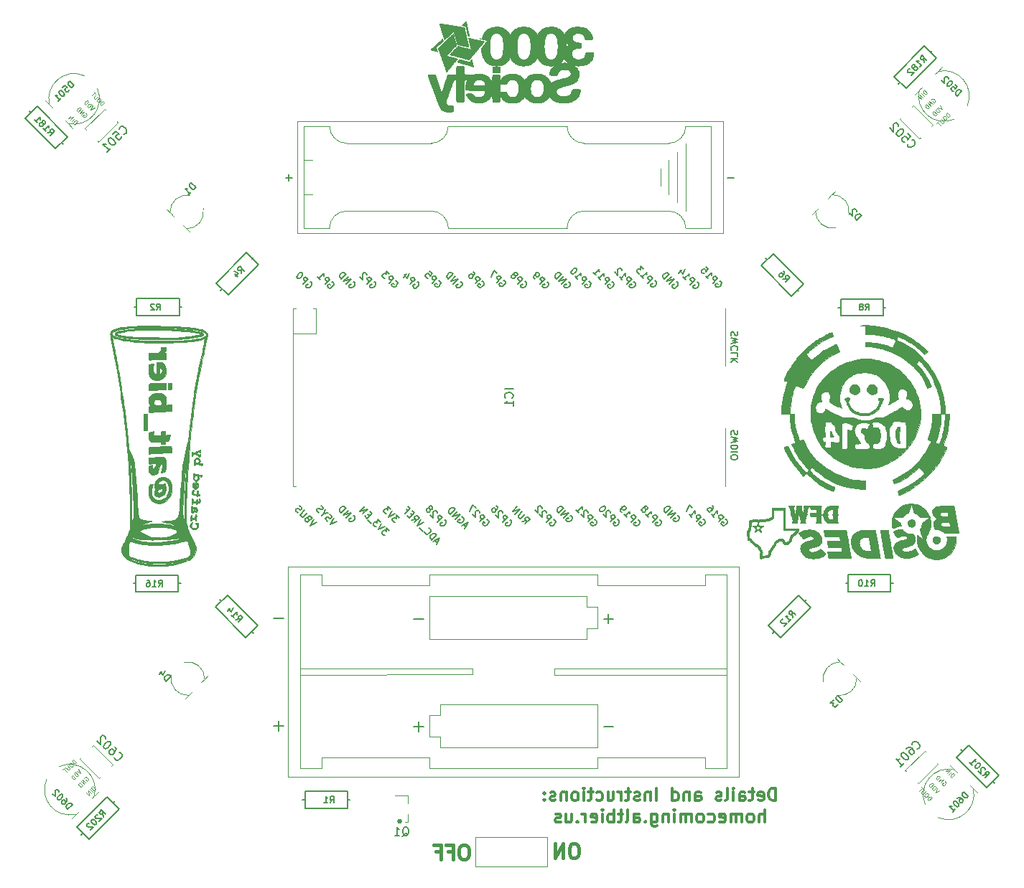
<source format=gbo>
G04 #@! TF.GenerationSoftware,KiCad,Pcbnew,(5.1.9)-1*
G04 #@! TF.CreationDate,2022-06-27T18:25:20-05:00*
G04 #@! TF.ProjectId,hom3c0ming_corsage,686f6d33-6330-46d6-996e-675f636f7273,4*
G04 #@! TF.SameCoordinates,Original*
G04 #@! TF.FileFunction,Legend,Bot*
G04 #@! TF.FilePolarity,Positive*
%FSLAX46Y46*%
G04 Gerber Fmt 4.6, Leading zero omitted, Abs format (unit mm)*
G04 Created by KiCad (PCBNEW (5.1.9)-1) date 2022-06-27 18:25:20*
%MOMM*%
%LPD*%
G01*
G04 APERTURE LIST*
%ADD10C,0.300000*%
%ADD11C,0.400000*%
%ADD12C,0.120000*%
%ADD13C,0.010000*%
%ADD14C,0.100000*%
%ADD15C,0.150000*%
G04 APERTURE END LIST*
D10*
X171125397Y-129624291D02*
X171125397Y-128124291D01*
X170768254Y-128124291D01*
X170553968Y-128195720D01*
X170411111Y-128338577D01*
X170339682Y-128481434D01*
X170268254Y-128767148D01*
X170268254Y-128981434D01*
X170339682Y-129267148D01*
X170411111Y-129410005D01*
X170553968Y-129552862D01*
X170768254Y-129624291D01*
X171125397Y-129624291D01*
X169053968Y-129552862D02*
X169196825Y-129624291D01*
X169482540Y-129624291D01*
X169625397Y-129552862D01*
X169696825Y-129410005D01*
X169696825Y-128838577D01*
X169625397Y-128695720D01*
X169482540Y-128624291D01*
X169196825Y-128624291D01*
X169053968Y-128695720D01*
X168982540Y-128838577D01*
X168982540Y-128981434D01*
X169696825Y-129124291D01*
X168553968Y-128624291D02*
X167982540Y-128624291D01*
X168339682Y-128124291D02*
X168339682Y-129410005D01*
X168268254Y-129552862D01*
X168125397Y-129624291D01*
X167982540Y-129624291D01*
X166839682Y-129624291D02*
X166839682Y-128838577D01*
X166911111Y-128695720D01*
X167053968Y-128624291D01*
X167339682Y-128624291D01*
X167482540Y-128695720D01*
X166839682Y-129552862D02*
X166982540Y-129624291D01*
X167339682Y-129624291D01*
X167482540Y-129552862D01*
X167553968Y-129410005D01*
X167553968Y-129267148D01*
X167482540Y-129124291D01*
X167339682Y-129052862D01*
X166982540Y-129052862D01*
X166839682Y-128981434D01*
X166125397Y-129624291D02*
X166125397Y-128624291D01*
X166125397Y-128124291D02*
X166196825Y-128195720D01*
X166125397Y-128267148D01*
X166053968Y-128195720D01*
X166125397Y-128124291D01*
X166125397Y-128267148D01*
X165196825Y-129624291D02*
X165339682Y-129552862D01*
X165411111Y-129410005D01*
X165411111Y-128124291D01*
X164696825Y-129552862D02*
X164553968Y-129624291D01*
X164268254Y-129624291D01*
X164125397Y-129552862D01*
X164053968Y-129410005D01*
X164053968Y-129338577D01*
X164125397Y-129195720D01*
X164268254Y-129124291D01*
X164482540Y-129124291D01*
X164625397Y-129052862D01*
X164696825Y-128910005D01*
X164696825Y-128838577D01*
X164625397Y-128695720D01*
X164482540Y-128624291D01*
X164268254Y-128624291D01*
X164125397Y-128695720D01*
X161625397Y-129624291D02*
X161625397Y-128838577D01*
X161696825Y-128695720D01*
X161839682Y-128624291D01*
X162125397Y-128624291D01*
X162268254Y-128695720D01*
X161625397Y-129552862D02*
X161768254Y-129624291D01*
X162125397Y-129624291D01*
X162268254Y-129552862D01*
X162339682Y-129410005D01*
X162339682Y-129267148D01*
X162268254Y-129124291D01*
X162125397Y-129052862D01*
X161768254Y-129052862D01*
X161625397Y-128981434D01*
X160911111Y-128624291D02*
X160911111Y-129624291D01*
X160911111Y-128767148D02*
X160839682Y-128695720D01*
X160696825Y-128624291D01*
X160482540Y-128624291D01*
X160339682Y-128695720D01*
X160268254Y-128838577D01*
X160268254Y-129624291D01*
X158911111Y-129624291D02*
X158911111Y-128124291D01*
X158911111Y-129552862D02*
X159053968Y-129624291D01*
X159339682Y-129624291D01*
X159482540Y-129552862D01*
X159553968Y-129481434D01*
X159625397Y-129338577D01*
X159625397Y-128910005D01*
X159553968Y-128767148D01*
X159482540Y-128695720D01*
X159339682Y-128624291D01*
X159053968Y-128624291D01*
X158911111Y-128695720D01*
X157053968Y-129624291D02*
X157053968Y-128124291D01*
X156339682Y-128624291D02*
X156339682Y-129624291D01*
X156339682Y-128767148D02*
X156268254Y-128695720D01*
X156125397Y-128624291D01*
X155911111Y-128624291D01*
X155768254Y-128695720D01*
X155696825Y-128838577D01*
X155696825Y-129624291D01*
X155053968Y-129552862D02*
X154911111Y-129624291D01*
X154625397Y-129624291D01*
X154482540Y-129552862D01*
X154411111Y-129410005D01*
X154411111Y-129338577D01*
X154482540Y-129195720D01*
X154625397Y-129124291D01*
X154839682Y-129124291D01*
X154982540Y-129052862D01*
X155053968Y-128910005D01*
X155053968Y-128838577D01*
X154982540Y-128695720D01*
X154839682Y-128624291D01*
X154625397Y-128624291D01*
X154482540Y-128695720D01*
X153982540Y-128624291D02*
X153411111Y-128624291D01*
X153768254Y-128124291D02*
X153768254Y-129410005D01*
X153696825Y-129552862D01*
X153553968Y-129624291D01*
X153411111Y-129624291D01*
X152911111Y-129624291D02*
X152911111Y-128624291D01*
X152911111Y-128910005D02*
X152839682Y-128767148D01*
X152768254Y-128695720D01*
X152625397Y-128624291D01*
X152482540Y-128624291D01*
X151339682Y-128624291D02*
X151339682Y-129624291D01*
X151982540Y-128624291D02*
X151982540Y-129410005D01*
X151911111Y-129552862D01*
X151768254Y-129624291D01*
X151553968Y-129624291D01*
X151411111Y-129552862D01*
X151339682Y-129481434D01*
X149982540Y-129552862D02*
X150125397Y-129624291D01*
X150411111Y-129624291D01*
X150553968Y-129552862D01*
X150625397Y-129481434D01*
X150696825Y-129338577D01*
X150696825Y-128910005D01*
X150625397Y-128767148D01*
X150553968Y-128695720D01*
X150411111Y-128624291D01*
X150125397Y-128624291D01*
X149982540Y-128695720D01*
X149553968Y-128624291D02*
X148982540Y-128624291D01*
X149339682Y-128124291D02*
X149339682Y-129410005D01*
X149268254Y-129552862D01*
X149125397Y-129624291D01*
X148982540Y-129624291D01*
X148482540Y-129624291D02*
X148482540Y-128624291D01*
X148482540Y-128124291D02*
X148553968Y-128195720D01*
X148482540Y-128267148D01*
X148411111Y-128195720D01*
X148482540Y-128124291D01*
X148482540Y-128267148D01*
X147553968Y-129624291D02*
X147696825Y-129552862D01*
X147768254Y-129481434D01*
X147839682Y-129338577D01*
X147839682Y-128910005D01*
X147768254Y-128767148D01*
X147696825Y-128695720D01*
X147553968Y-128624291D01*
X147339682Y-128624291D01*
X147196825Y-128695720D01*
X147125397Y-128767148D01*
X147053968Y-128910005D01*
X147053968Y-129338577D01*
X147125397Y-129481434D01*
X147196825Y-129552862D01*
X147339682Y-129624291D01*
X147553968Y-129624291D01*
X146411111Y-128624291D02*
X146411111Y-129624291D01*
X146411111Y-128767148D02*
X146339682Y-128695720D01*
X146196825Y-128624291D01*
X145982540Y-128624291D01*
X145839682Y-128695720D01*
X145768254Y-128838577D01*
X145768254Y-129624291D01*
X145125397Y-129552862D02*
X144982540Y-129624291D01*
X144696825Y-129624291D01*
X144553968Y-129552862D01*
X144482540Y-129410005D01*
X144482540Y-129338577D01*
X144553968Y-129195720D01*
X144696825Y-129124291D01*
X144911111Y-129124291D01*
X145053968Y-129052862D01*
X145125397Y-128910005D01*
X145125397Y-128838577D01*
X145053968Y-128695720D01*
X144911111Y-128624291D01*
X144696825Y-128624291D01*
X144553968Y-128695720D01*
X143839682Y-129481434D02*
X143768254Y-129552862D01*
X143839682Y-129624291D01*
X143911111Y-129552862D01*
X143839682Y-129481434D01*
X143839682Y-129624291D01*
X143839682Y-128695720D02*
X143768254Y-128767148D01*
X143839682Y-128838577D01*
X143911111Y-128767148D01*
X143839682Y-128695720D01*
X143839682Y-128838577D01*
X169803968Y-132174291D02*
X169803968Y-130674291D01*
X169161111Y-132174291D02*
X169161111Y-131388577D01*
X169232540Y-131245720D01*
X169375397Y-131174291D01*
X169589682Y-131174291D01*
X169732540Y-131245720D01*
X169803968Y-131317148D01*
X168232540Y-132174291D02*
X168375397Y-132102862D01*
X168446825Y-132031434D01*
X168518254Y-131888577D01*
X168518254Y-131460005D01*
X168446825Y-131317148D01*
X168375397Y-131245720D01*
X168232540Y-131174291D01*
X168018254Y-131174291D01*
X167875397Y-131245720D01*
X167803968Y-131317148D01*
X167732540Y-131460005D01*
X167732540Y-131888577D01*
X167803968Y-132031434D01*
X167875397Y-132102862D01*
X168018254Y-132174291D01*
X168232540Y-132174291D01*
X167089682Y-132174291D02*
X167089682Y-131174291D01*
X167089682Y-131317148D02*
X167018254Y-131245720D01*
X166875397Y-131174291D01*
X166661111Y-131174291D01*
X166518254Y-131245720D01*
X166446825Y-131388577D01*
X166446825Y-132174291D01*
X166446825Y-131388577D02*
X166375397Y-131245720D01*
X166232540Y-131174291D01*
X166018254Y-131174291D01*
X165875397Y-131245720D01*
X165803968Y-131388577D01*
X165803968Y-132174291D01*
X164518254Y-132102862D02*
X164661111Y-132174291D01*
X164946825Y-132174291D01*
X165089682Y-132102862D01*
X165161111Y-131960005D01*
X165161111Y-131388577D01*
X165089682Y-131245720D01*
X164946825Y-131174291D01*
X164661111Y-131174291D01*
X164518254Y-131245720D01*
X164446825Y-131388577D01*
X164446825Y-131531434D01*
X165161111Y-131674291D01*
X163161111Y-132102862D02*
X163303968Y-132174291D01*
X163589682Y-132174291D01*
X163732540Y-132102862D01*
X163803968Y-132031434D01*
X163875397Y-131888577D01*
X163875397Y-131460005D01*
X163803968Y-131317148D01*
X163732540Y-131245720D01*
X163589682Y-131174291D01*
X163303968Y-131174291D01*
X163161111Y-131245720D01*
X162303968Y-132174291D02*
X162446825Y-132102862D01*
X162518254Y-132031434D01*
X162589682Y-131888577D01*
X162589682Y-131460005D01*
X162518254Y-131317148D01*
X162446825Y-131245720D01*
X162303968Y-131174291D01*
X162089682Y-131174291D01*
X161946825Y-131245720D01*
X161875397Y-131317148D01*
X161803968Y-131460005D01*
X161803968Y-131888577D01*
X161875397Y-132031434D01*
X161946825Y-132102862D01*
X162089682Y-132174291D01*
X162303968Y-132174291D01*
X161161111Y-132174291D02*
X161161111Y-131174291D01*
X161161111Y-131317148D02*
X161089682Y-131245720D01*
X160946825Y-131174291D01*
X160732540Y-131174291D01*
X160589682Y-131245720D01*
X160518254Y-131388577D01*
X160518254Y-132174291D01*
X160518254Y-131388577D02*
X160446825Y-131245720D01*
X160303968Y-131174291D01*
X160089682Y-131174291D01*
X159946825Y-131245720D01*
X159875397Y-131388577D01*
X159875397Y-132174291D01*
X159161111Y-132174291D02*
X159161111Y-131174291D01*
X159161111Y-130674291D02*
X159232540Y-130745720D01*
X159161111Y-130817148D01*
X159089682Y-130745720D01*
X159161111Y-130674291D01*
X159161111Y-130817148D01*
X158446825Y-131174291D02*
X158446825Y-132174291D01*
X158446825Y-131317148D02*
X158375397Y-131245720D01*
X158232540Y-131174291D01*
X158018254Y-131174291D01*
X157875397Y-131245720D01*
X157803968Y-131388577D01*
X157803968Y-132174291D01*
X156446825Y-131174291D02*
X156446825Y-132388577D01*
X156518254Y-132531434D01*
X156589682Y-132602862D01*
X156732540Y-132674291D01*
X156946825Y-132674291D01*
X157089682Y-132602862D01*
X156446825Y-132102862D02*
X156589682Y-132174291D01*
X156875397Y-132174291D01*
X157018254Y-132102862D01*
X157089682Y-132031434D01*
X157161111Y-131888577D01*
X157161111Y-131460005D01*
X157089682Y-131317148D01*
X157018254Y-131245720D01*
X156875397Y-131174291D01*
X156589682Y-131174291D01*
X156446825Y-131245720D01*
X155732540Y-132031434D02*
X155661111Y-132102862D01*
X155732540Y-132174291D01*
X155803968Y-132102862D01*
X155732540Y-132031434D01*
X155732540Y-132174291D01*
X154375397Y-132174291D02*
X154375397Y-131388577D01*
X154446825Y-131245720D01*
X154589682Y-131174291D01*
X154875397Y-131174291D01*
X155018254Y-131245720D01*
X154375397Y-132102862D02*
X154518254Y-132174291D01*
X154875397Y-132174291D01*
X155018254Y-132102862D01*
X155089682Y-131960005D01*
X155089682Y-131817148D01*
X155018254Y-131674291D01*
X154875397Y-131602862D01*
X154518254Y-131602862D01*
X154375397Y-131531434D01*
X153446825Y-132174291D02*
X153589682Y-132102862D01*
X153661111Y-131960005D01*
X153661111Y-130674291D01*
X153089682Y-131174291D02*
X152518254Y-131174291D01*
X152875397Y-130674291D02*
X152875397Y-131960005D01*
X152803968Y-132102862D01*
X152661111Y-132174291D01*
X152518254Y-132174291D01*
X152018254Y-132174291D02*
X152018254Y-130674291D01*
X152018254Y-131245720D02*
X151875397Y-131174291D01*
X151589682Y-131174291D01*
X151446825Y-131245720D01*
X151375397Y-131317148D01*
X151303968Y-131460005D01*
X151303968Y-131888577D01*
X151375397Y-132031434D01*
X151446825Y-132102862D01*
X151589682Y-132174291D01*
X151875397Y-132174291D01*
X152018254Y-132102862D01*
X150661111Y-132174291D02*
X150661111Y-131174291D01*
X150661111Y-130674291D02*
X150732540Y-130745720D01*
X150661111Y-130817148D01*
X150589682Y-130745720D01*
X150661111Y-130674291D01*
X150661111Y-130817148D01*
X149375397Y-132102862D02*
X149518254Y-132174291D01*
X149803968Y-132174291D01*
X149946825Y-132102862D01*
X150018254Y-131960005D01*
X150018254Y-131388577D01*
X149946825Y-131245720D01*
X149803968Y-131174291D01*
X149518254Y-131174291D01*
X149375397Y-131245720D01*
X149303968Y-131388577D01*
X149303968Y-131531434D01*
X150018254Y-131674291D01*
X148661111Y-132174291D02*
X148661111Y-131174291D01*
X148661111Y-131460005D02*
X148589682Y-131317148D01*
X148518254Y-131245720D01*
X148375397Y-131174291D01*
X148232540Y-131174291D01*
X147732540Y-132031434D02*
X147661111Y-132102862D01*
X147732540Y-132174291D01*
X147803968Y-132102862D01*
X147732540Y-132031434D01*
X147732540Y-132174291D01*
X146375397Y-131174291D02*
X146375397Y-132174291D01*
X147018254Y-131174291D02*
X147018254Y-131960005D01*
X146946825Y-132102862D01*
X146803968Y-132174291D01*
X146589682Y-132174291D01*
X146446825Y-132102862D01*
X146375397Y-132031434D01*
X145732540Y-132102862D02*
X145589682Y-132174291D01*
X145303968Y-132174291D01*
X145161111Y-132102862D01*
X145089682Y-131960005D01*
X145089682Y-131888577D01*
X145161111Y-131745720D01*
X145303968Y-131674291D01*
X145518254Y-131674291D01*
X145661111Y-131602862D01*
X145732540Y-131460005D01*
X145732540Y-131388577D01*
X145661111Y-131245720D01*
X145518254Y-131174291D01*
X145303968Y-131174291D01*
X145161111Y-131245720D01*
D11*
X134519047Y-134832047D02*
X134195238Y-134832047D01*
X134033333Y-134913000D01*
X133871428Y-135074904D01*
X133790476Y-135398714D01*
X133790476Y-135965380D01*
X133871428Y-136289190D01*
X134033333Y-136451095D01*
X134195238Y-136532047D01*
X134519047Y-136532047D01*
X134680952Y-136451095D01*
X134842857Y-136289190D01*
X134923809Y-135965380D01*
X134923809Y-135398714D01*
X134842857Y-135074904D01*
X134680952Y-134913000D01*
X134519047Y-134832047D01*
X132495238Y-135641571D02*
X133061904Y-135641571D01*
X133061904Y-136532047D02*
X133061904Y-134832047D01*
X132252380Y-134832047D01*
X131038095Y-135641571D02*
X131604761Y-135641571D01*
X131604761Y-136532047D02*
X131604761Y-134832047D01*
X130795238Y-134832047D01*
X147483380Y-134705047D02*
X147159571Y-134705047D01*
X146997666Y-134786000D01*
X146835761Y-134947904D01*
X146754809Y-135271714D01*
X146754809Y-135838380D01*
X146835761Y-136162190D01*
X146997666Y-136324095D01*
X147159571Y-136405047D01*
X147483380Y-136405047D01*
X147645285Y-136324095D01*
X147807190Y-136162190D01*
X147888142Y-135838380D01*
X147888142Y-135271714D01*
X147807190Y-134947904D01*
X147645285Y-134786000D01*
X147483380Y-134705047D01*
X146026238Y-136405047D02*
X146026238Y-134705047D01*
X145054809Y-136405047D01*
X145054809Y-134705047D01*
D12*
X103615295Y-59708141D02*
G75*
G02*
X101637739Y-62120361I-1946444J-421008D01*
G01*
X102085985Y-58192400D02*
G75*
G03*
X99688952Y-60199859I-417134J-1936749D01*
G01*
X99688952Y-60199859D02*
X100159885Y-60670793D01*
X101244587Y-61727210D02*
X101637739Y-62120361D01*
X99688952Y-60199859D02*
X99298064Y-59805860D01*
X102028061Y-62499936D02*
X101637739Y-62120361D01*
X178213659Y-62010095D02*
G75*
G02*
X175801439Y-60032539I-421008J1946444D01*
G01*
X179729400Y-60480785D02*
G75*
G03*
X177721941Y-58083752I-1936749J417134D01*
G01*
X177721941Y-58083752D02*
X177251007Y-58554685D01*
X176194590Y-59639387D02*
X175801439Y-60032539D01*
X177721941Y-58083752D02*
X178115940Y-57692864D01*
X175421864Y-60422861D02*
X175801439Y-60032539D01*
X176747105Y-115653459D02*
G75*
G02*
X178724661Y-113241239I1946444J421008D01*
G01*
X178276415Y-117169200D02*
G75*
G03*
X180673448Y-115161741I417134J1936749D01*
G01*
X180673448Y-115161741D02*
X180202515Y-114690807D01*
X179117813Y-113634390D02*
X178724661Y-113241239D01*
X180673448Y-115161741D02*
X181064336Y-115555740D01*
X178334339Y-112861664D02*
X178724661Y-113241239D01*
X101364141Y-113275305D02*
G75*
G02*
X103776361Y-115252861I421008J-1946444D01*
G01*
X99848400Y-114804615D02*
G75*
G03*
X101855859Y-117201648I1936749J-417134D01*
G01*
X101855859Y-117201648D02*
X102326793Y-116730715D01*
X103383210Y-115646013D02*
X103776361Y-115252861D01*
X101855859Y-117201648D02*
X101461860Y-117592536D01*
X104155936Y-114862539D02*
X103776361Y-115252861D01*
X192153207Y-49186727D02*
G75*
G02*
X188043631Y-45733351I-1207023J2735543D01*
G01*
X193681727Y-47658207D02*
G75*
G03*
X190228351Y-43548631I-2735543J1207023D01*
G01*
X190228471Y-43548511D02*
X189899666Y-43877316D01*
X188372316Y-45404666D02*
X188043511Y-45733471D01*
X190228351Y-43548631D02*
X190748619Y-43020727D01*
X187498353Y-46278629D02*
X188018621Y-45750724D01*
X91124581Y-45578939D02*
G75*
G02*
X87671205Y-49688515I-2735543J-1207023D01*
G01*
X89596061Y-44050419D02*
G75*
G03*
X85486485Y-47503795I-1207023J-2735543D01*
G01*
X85486365Y-47503675D02*
X85815170Y-47832480D01*
X87342520Y-49359830D02*
X87671325Y-49688635D01*
X85486485Y-47503795D02*
X84958581Y-46983527D01*
X88216483Y-50233793D02*
X87688578Y-49713525D01*
X188751419Y-130087461D02*
G75*
G02*
X192204795Y-125977885I2735543J1207023D01*
G01*
X190279939Y-131615981D02*
G75*
G03*
X194389515Y-128162605I1207023J2735543D01*
G01*
X194389635Y-128162725D02*
X194060830Y-127833920D01*
X192533480Y-126306570D02*
X192204675Y-125977765D01*
X194389515Y-128162605D02*
X194917419Y-128682873D01*
X191659517Y-125432607D02*
X192187422Y-125952875D01*
X86671562Y-125579842D02*
G75*
G02*
X90781138Y-129033218I1207023J-2735543D01*
G01*
X85143042Y-127108362D02*
G75*
G03*
X88596418Y-131217938I2735543J-1207023D01*
G01*
X88596298Y-131218058D02*
X88925103Y-130889253D01*
X90452453Y-129361903D02*
X90781258Y-129033098D01*
X88596418Y-131217938D02*
X88076150Y-131745842D01*
X91326416Y-128487940D02*
X90806148Y-129015845D01*
D13*
G36*
X181884766Y-73502153D02*
G01*
X182039417Y-73506163D01*
X182177480Y-73513373D01*
X182209967Y-73515826D01*
X182375855Y-73532313D01*
X182574486Y-73556821D01*
X182793494Y-73587468D01*
X183020517Y-73622369D01*
X183243190Y-73659640D01*
X183449147Y-73697398D01*
X183592585Y-73726477D01*
X184111780Y-73845156D01*
X184592570Y-73971123D01*
X185042489Y-74106940D01*
X185469069Y-74255170D01*
X185879847Y-74418372D01*
X186282354Y-74599109D01*
X186557221Y-74734372D01*
X186693968Y-74804707D01*
X186815648Y-74869373D01*
X186927744Y-74931999D01*
X187035740Y-74996218D01*
X187145120Y-75065660D01*
X187261369Y-75143956D01*
X187389970Y-75234739D01*
X187536408Y-75341638D01*
X187706165Y-75468286D01*
X187904727Y-75618314D01*
X187990307Y-75683299D01*
X188214624Y-75855200D01*
X188403690Y-76003241D01*
X188560308Y-76129733D01*
X188687277Y-76236986D01*
X188787399Y-76327310D01*
X188863475Y-76403016D01*
X188865297Y-76404960D01*
X188935434Y-76483093D01*
X188989538Y-76549541D01*
X189022122Y-76597109D01*
X189028030Y-76618361D01*
X189002876Y-76640175D01*
X188951396Y-76685190D01*
X188881934Y-76746101D01*
X188827395Y-76794007D01*
X188647386Y-76952229D01*
X188550304Y-76860142D01*
X188320542Y-76644120D01*
X188115951Y-76456370D01*
X187930026Y-76291562D01*
X187756257Y-76144366D01*
X187588137Y-76009449D01*
X187419159Y-75881483D01*
X187242816Y-75755135D01*
X187052600Y-75625075D01*
X186998494Y-75588947D01*
X186665290Y-75376747D01*
X186352852Y-75197640D01*
X186054124Y-75047859D01*
X185762052Y-74923636D01*
X185728542Y-74910808D01*
X185621445Y-74871697D01*
X185549662Y-74849511D01*
X185506199Y-74842662D01*
X185484062Y-74849562D01*
X185480323Y-74854445D01*
X185463689Y-74888961D01*
X185434411Y-74954058D01*
X185397830Y-75037781D01*
X185383978Y-75070002D01*
X185304992Y-75254541D01*
X185516467Y-75328388D01*
X185955831Y-75502407D01*
X186386317Y-75714963D01*
X186810058Y-75967478D01*
X187229190Y-76261373D01*
X187645847Y-76598068D01*
X188062162Y-76978985D01*
X188200536Y-77115337D01*
X188564695Y-77497009D01*
X188893664Y-77878160D01*
X189196728Y-78270715D01*
X189483170Y-78686601D01*
X189721523Y-79069046D01*
X189998955Y-79566133D01*
X190249397Y-80081574D01*
X190470835Y-80609343D01*
X190661259Y-81143417D01*
X190818655Y-81677773D01*
X190941011Y-82206387D01*
X191026315Y-82723236D01*
X191063825Y-83086864D01*
X191071707Y-83186054D01*
X191079117Y-83269968D01*
X191084941Y-83326397D01*
X191086980Y-83340864D01*
X191089682Y-83376481D01*
X191092160Y-83447947D01*
X191094142Y-83544929D01*
X191095356Y-83657093D01*
X191095364Y-83658364D01*
X191097130Y-83941227D01*
X191589122Y-83941227D01*
X191573288Y-84316455D01*
X191522159Y-85004569D01*
X191427343Y-85678148D01*
X191288624Y-86338250D01*
X191105782Y-86985935D01*
X190911655Y-87537538D01*
X190847246Y-87704849D01*
X191026815Y-87798271D01*
X191130642Y-87851467D01*
X191202053Y-87891335D01*
X191243722Y-87927035D01*
X191258326Y-87967726D01*
X191248537Y-88022566D01*
X191217030Y-88100714D01*
X191166479Y-88211328D01*
X191154891Y-88236886D01*
X190889687Y-88783549D01*
X190597807Y-89305303D01*
X190277178Y-89804439D01*
X189925724Y-90283248D01*
X189541371Y-90744021D01*
X189122042Y-91189051D01*
X188665663Y-91620628D01*
X188170159Y-92041045D01*
X187633455Y-92452592D01*
X187053476Y-92857562D01*
X186848403Y-92992636D01*
X186593037Y-93149597D01*
X186345598Y-93284364D01*
X186111754Y-93394326D01*
X185897177Y-93476872D01*
X185707538Y-93529393D01*
X185664994Y-93537474D01*
X185578403Y-93552185D01*
X185578403Y-93468290D01*
X185568725Y-93404049D01*
X185543421Y-93318000D01*
X185510031Y-93233604D01*
X185441660Y-93082814D01*
X185545304Y-93038387D01*
X186073731Y-92800037D01*
X186558278Y-92556534D01*
X187001093Y-92306534D01*
X187404319Y-92048690D01*
X187770102Y-91781658D01*
X188100588Y-91504093D01*
X188308903Y-91305991D01*
X188407197Y-91205844D01*
X188493117Y-91115127D01*
X188561626Y-91039423D01*
X188607683Y-90984314D01*
X188626252Y-90955384D01*
X188626403Y-90954189D01*
X188611144Y-90928675D01*
X188569402Y-90877038D01*
X188507233Y-90805703D01*
X188430691Y-90721095D01*
X188345832Y-90629638D01*
X188258712Y-90537757D01*
X188175384Y-90451875D01*
X188101904Y-90378418D01*
X188044327Y-90323809D01*
X188008708Y-90294473D01*
X188001556Y-90291227D01*
X187978954Y-90305757D01*
X187927085Y-90346385D01*
X187851324Y-90408668D01*
X187757046Y-90488165D01*
X187649626Y-90580433D01*
X187610242Y-90614640D01*
X187285345Y-90889148D01*
X186964021Y-91144070D01*
X186650924Y-91376113D01*
X186350707Y-91581986D01*
X186068022Y-91758395D01*
X185807521Y-91902048D01*
X185751585Y-91929938D01*
X185618477Y-91991697D01*
X185484171Y-92048404D01*
X185355872Y-92097595D01*
X185240784Y-92136809D01*
X185146112Y-92163586D01*
X185079062Y-92175463D01*
X185047341Y-92170536D01*
X185032163Y-92143932D01*
X185004640Y-92086746D01*
X184969944Y-92010720D01*
X184933246Y-91927597D01*
X184899718Y-91849122D01*
X184874530Y-91787037D01*
X184862854Y-91753086D01*
X184862585Y-91750983D01*
X184882305Y-91738885D01*
X184937168Y-91709981D01*
X185020728Y-91667543D01*
X185126539Y-91614844D01*
X185248158Y-91555157D01*
X185250512Y-91554009D01*
X185417131Y-91468481D01*
X185609110Y-91362683D01*
X185818206Y-91241741D01*
X186036180Y-91110781D01*
X186254790Y-90974929D01*
X186465795Y-90839314D01*
X186660956Y-90709059D01*
X186832031Y-90589294D01*
X186970780Y-90485143D01*
X186978376Y-90479121D01*
X187366202Y-90144485D01*
X187741460Y-89769080D01*
X188100701Y-89357411D01*
X188440475Y-88913982D01*
X188757330Y-88443296D01*
X189047817Y-87949859D01*
X189308486Y-87438175D01*
X189309653Y-87435696D01*
X189349024Y-87352044D01*
X189928250Y-87352044D01*
X189952525Y-87364141D01*
X190009593Y-87388622D01*
X190089199Y-87421148D01*
X190130594Y-87437631D01*
X190229545Y-87475337D01*
X190296668Y-87493313D01*
X190342894Y-87489276D01*
X190379154Y-87460943D01*
X190416379Y-87406033D01*
X190435196Y-87374041D01*
X190497811Y-87248043D01*
X190563409Y-87082102D01*
X190630247Y-86882213D01*
X190696583Y-86654372D01*
X190760675Y-86404574D01*
X190820780Y-86138816D01*
X190875156Y-85863094D01*
X190876710Y-85854569D01*
X190916295Y-85621831D01*
X190953596Y-85373840D01*
X190987622Y-85119479D01*
X191017379Y-84867630D01*
X191041876Y-84627175D01*
X191060121Y-84406998D01*
X191071121Y-84215982D01*
X191074040Y-84087965D01*
X191074040Y-83941227D01*
X190589130Y-83941227D01*
X190586498Y-84166364D01*
X190584728Y-84270375D01*
X190582166Y-84362477D01*
X190579235Y-84429087D01*
X190577696Y-84449227D01*
X190573426Y-84498049D01*
X190567356Y-84578518D01*
X190560556Y-84676187D01*
X190558005Y-84714773D01*
X190525196Y-85066623D01*
X190472612Y-85434952D01*
X190402612Y-85809609D01*
X190317558Y-86180446D01*
X190219806Y-86537312D01*
X190111717Y-86870059D01*
X189995651Y-87168537D01*
X189978427Y-87208078D01*
X189949095Y-87278796D01*
X189931118Y-87330912D01*
X189928250Y-87352044D01*
X189349024Y-87352044D01*
X189430992Y-87177892D01*
X189230743Y-87092641D01*
X189141830Y-87053955D01*
X189069319Y-87020849D01*
X189023587Y-86998138D01*
X189013771Y-86991976D01*
X189016246Y-86966766D01*
X189032022Y-86904001D01*
X189059285Y-86809768D01*
X189096223Y-86690151D01*
X189141023Y-86551236D01*
X189179890Y-86434486D01*
X189288030Y-86098125D01*
X189374957Y-85789533D01*
X189442898Y-85496687D01*
X189494082Y-85207566D01*
X189530737Y-84910147D01*
X189555091Y-84592408D01*
X189566025Y-84351091D01*
X189580277Y-83941227D01*
X190568442Y-83941227D01*
X190564327Y-83750727D01*
X190560673Y-83658371D01*
X190553428Y-83534013D01*
X190543518Y-83391612D01*
X190531871Y-83245126D01*
X190527136Y-83190773D01*
X190457508Y-82621938D01*
X190351327Y-82051179D01*
X190210635Y-81484030D01*
X190037471Y-80926026D01*
X189833876Y-80382702D01*
X189601890Y-79859591D01*
X189343552Y-79362229D01*
X189060904Y-78896150D01*
X188813929Y-78543205D01*
X188738626Y-78447020D01*
X188648341Y-78338892D01*
X188548142Y-78224155D01*
X188443098Y-78108143D01*
X188338275Y-77996191D01*
X188238741Y-77893631D01*
X188149565Y-77805800D01*
X188075814Y-77738030D01*
X188022555Y-77695657D01*
X187997258Y-77683591D01*
X187968412Y-77699107D01*
X187916890Y-77740611D01*
X187851744Y-77800532D01*
X187820527Y-77831356D01*
X187743311Y-77913894D01*
X187700860Y-77971127D01*
X187691234Y-78005779D01*
X187693120Y-78010310D01*
X187713065Y-78035953D01*
X187758865Y-78091244D01*
X187826099Y-78170960D01*
X187910345Y-78269878D01*
X188007181Y-78382774D01*
X188076851Y-78463575D01*
X188256393Y-78675583D01*
X188410867Y-78868330D01*
X188549054Y-79053973D01*
X188679734Y-79244668D01*
X188811687Y-79452572D01*
X188914475Y-79623227D01*
X188970144Y-79720639D01*
X189034653Y-79838979D01*
X189104412Y-79971068D01*
X189175830Y-80109723D01*
X189245316Y-80247765D01*
X189309280Y-80378011D01*
X189364131Y-80493280D01*
X189406279Y-80586393D01*
X189432133Y-80650166D01*
X189438218Y-80670715D01*
X189433789Y-80694884D01*
X189406945Y-80720685D01*
X189351048Y-80752565D01*
X189259461Y-80794975D01*
X189240386Y-80803325D01*
X189148570Y-80842550D01*
X189070818Y-80874386D01*
X189018098Y-80894412D01*
X189003507Y-80898837D01*
X188979945Y-80880003D01*
X188947111Y-80816980D01*
X188905476Y-80710721D01*
X188892482Y-80673864D01*
X188735373Y-80285083D01*
X188534207Y-79897132D01*
X188291083Y-79512377D01*
X188008103Y-79133186D01*
X187687364Y-78761927D01*
X187330966Y-78400966D01*
X186941010Y-78052671D01*
X186519594Y-77719409D01*
X186068818Y-77403549D01*
X185890130Y-77288494D01*
X185447665Y-77028287D01*
X184991569Y-76794548D01*
X184526978Y-76588955D01*
X184059027Y-76413189D01*
X183592852Y-76268929D01*
X183133589Y-76157856D01*
X182686372Y-76081650D01*
X182256337Y-76041990D01*
X182062812Y-76036461D01*
X181912457Y-76033953D01*
X181799921Y-76028856D01*
X181727856Y-76021360D01*
X181698919Y-76011657D01*
X181698462Y-76010194D01*
X181696913Y-75978309D01*
X181693268Y-75911286D01*
X181688132Y-75820089D01*
X181684089Y-75749727D01*
X181670385Y-75513046D01*
X181829076Y-75513139D01*
X182167575Y-75524102D01*
X182529604Y-75555343D01*
X182905730Y-75604966D01*
X183286518Y-75671075D01*
X183662536Y-75751772D01*
X184024349Y-75845162D01*
X184362524Y-75949347D01*
X184667627Y-76062433D01*
X184763001Y-76102946D01*
X184882781Y-76155770D01*
X185056073Y-75746058D01*
X185110433Y-75616852D01*
X185158560Y-75501170D01*
X185197529Y-75406144D01*
X185224417Y-75338906D01*
X185236301Y-75306590D01*
X185236474Y-75305913D01*
X185222719Y-75266885D01*
X185168316Y-75220260D01*
X185077840Y-75167798D01*
X184955866Y-75111256D01*
X184806972Y-75052391D01*
X184635733Y-74992962D01*
X184446724Y-74934727D01*
X184244522Y-74879444D01*
X184033703Y-74828870D01*
X183944722Y-74809671D01*
X183710811Y-74763752D01*
X183457792Y-74719075D01*
X183197073Y-74677322D01*
X182940061Y-74640178D01*
X182698164Y-74609325D01*
X182482792Y-74586449D01*
X182368767Y-74577091D01*
X182262330Y-74569409D01*
X182164104Y-74561896D01*
X182089637Y-74555758D01*
X182068585Y-74553821D01*
X182002149Y-74549425D01*
X181911243Y-74546024D01*
X181831903Y-74544558D01*
X181676040Y-74543227D01*
X181676040Y-73573409D01*
X181335449Y-73571344D01*
X181204531Y-73570404D01*
X181115240Y-73568965D01*
X181063020Y-73566314D01*
X181043317Y-73561738D01*
X181051576Y-73554521D01*
X181083242Y-73543952D01*
X181110312Y-73536070D01*
X181176317Y-73524340D01*
X181279497Y-73514821D01*
X181410893Y-73507678D01*
X181561543Y-73503076D01*
X181722488Y-73501179D01*
X181884766Y-73502153D01*
G37*
X181884766Y-73502153D02*
X182039417Y-73506163D01*
X182177480Y-73513373D01*
X182209967Y-73515826D01*
X182375855Y-73532313D01*
X182574486Y-73556821D01*
X182793494Y-73587468D01*
X183020517Y-73622369D01*
X183243190Y-73659640D01*
X183449147Y-73697398D01*
X183592585Y-73726477D01*
X184111780Y-73845156D01*
X184592570Y-73971123D01*
X185042489Y-74106940D01*
X185469069Y-74255170D01*
X185879847Y-74418372D01*
X186282354Y-74599109D01*
X186557221Y-74734372D01*
X186693968Y-74804707D01*
X186815648Y-74869373D01*
X186927744Y-74931999D01*
X187035740Y-74996218D01*
X187145120Y-75065660D01*
X187261369Y-75143956D01*
X187389970Y-75234739D01*
X187536408Y-75341638D01*
X187706165Y-75468286D01*
X187904727Y-75618314D01*
X187990307Y-75683299D01*
X188214624Y-75855200D01*
X188403690Y-76003241D01*
X188560308Y-76129733D01*
X188687277Y-76236986D01*
X188787399Y-76327310D01*
X188863475Y-76403016D01*
X188865297Y-76404960D01*
X188935434Y-76483093D01*
X188989538Y-76549541D01*
X189022122Y-76597109D01*
X189028030Y-76618361D01*
X189002876Y-76640175D01*
X188951396Y-76685190D01*
X188881934Y-76746101D01*
X188827395Y-76794007D01*
X188647386Y-76952229D01*
X188550304Y-76860142D01*
X188320542Y-76644120D01*
X188115951Y-76456370D01*
X187930026Y-76291562D01*
X187756257Y-76144366D01*
X187588137Y-76009449D01*
X187419159Y-75881483D01*
X187242816Y-75755135D01*
X187052600Y-75625075D01*
X186998494Y-75588947D01*
X186665290Y-75376747D01*
X186352852Y-75197640D01*
X186054124Y-75047859D01*
X185762052Y-74923636D01*
X185728542Y-74910808D01*
X185621445Y-74871697D01*
X185549662Y-74849511D01*
X185506199Y-74842662D01*
X185484062Y-74849562D01*
X185480323Y-74854445D01*
X185463689Y-74888961D01*
X185434411Y-74954058D01*
X185397830Y-75037781D01*
X185383978Y-75070002D01*
X185304992Y-75254541D01*
X185516467Y-75328388D01*
X185955831Y-75502407D01*
X186386317Y-75714963D01*
X186810058Y-75967478D01*
X187229190Y-76261373D01*
X187645847Y-76598068D01*
X188062162Y-76978985D01*
X188200536Y-77115337D01*
X188564695Y-77497009D01*
X188893664Y-77878160D01*
X189196728Y-78270715D01*
X189483170Y-78686601D01*
X189721523Y-79069046D01*
X189998955Y-79566133D01*
X190249397Y-80081574D01*
X190470835Y-80609343D01*
X190661259Y-81143417D01*
X190818655Y-81677773D01*
X190941011Y-82206387D01*
X191026315Y-82723236D01*
X191063825Y-83086864D01*
X191071707Y-83186054D01*
X191079117Y-83269968D01*
X191084941Y-83326397D01*
X191086980Y-83340864D01*
X191089682Y-83376481D01*
X191092160Y-83447947D01*
X191094142Y-83544929D01*
X191095356Y-83657093D01*
X191095364Y-83658364D01*
X191097130Y-83941227D01*
X191589122Y-83941227D01*
X191573288Y-84316455D01*
X191522159Y-85004569D01*
X191427343Y-85678148D01*
X191288624Y-86338250D01*
X191105782Y-86985935D01*
X190911655Y-87537538D01*
X190847246Y-87704849D01*
X191026815Y-87798271D01*
X191130642Y-87851467D01*
X191202053Y-87891335D01*
X191243722Y-87927035D01*
X191258326Y-87967726D01*
X191248537Y-88022566D01*
X191217030Y-88100714D01*
X191166479Y-88211328D01*
X191154891Y-88236886D01*
X190889687Y-88783549D01*
X190597807Y-89305303D01*
X190277178Y-89804439D01*
X189925724Y-90283248D01*
X189541371Y-90744021D01*
X189122042Y-91189051D01*
X188665663Y-91620628D01*
X188170159Y-92041045D01*
X187633455Y-92452592D01*
X187053476Y-92857562D01*
X186848403Y-92992636D01*
X186593037Y-93149597D01*
X186345598Y-93284364D01*
X186111754Y-93394326D01*
X185897177Y-93476872D01*
X185707538Y-93529393D01*
X185664994Y-93537474D01*
X185578403Y-93552185D01*
X185578403Y-93468290D01*
X185568725Y-93404049D01*
X185543421Y-93318000D01*
X185510031Y-93233604D01*
X185441660Y-93082814D01*
X185545304Y-93038387D01*
X186073731Y-92800037D01*
X186558278Y-92556534D01*
X187001093Y-92306534D01*
X187404319Y-92048690D01*
X187770102Y-91781658D01*
X188100588Y-91504093D01*
X188308903Y-91305991D01*
X188407197Y-91205844D01*
X188493117Y-91115127D01*
X188561626Y-91039423D01*
X188607683Y-90984314D01*
X188626252Y-90955384D01*
X188626403Y-90954189D01*
X188611144Y-90928675D01*
X188569402Y-90877038D01*
X188507233Y-90805703D01*
X188430691Y-90721095D01*
X188345832Y-90629638D01*
X188258712Y-90537757D01*
X188175384Y-90451875D01*
X188101904Y-90378418D01*
X188044327Y-90323809D01*
X188008708Y-90294473D01*
X188001556Y-90291227D01*
X187978954Y-90305757D01*
X187927085Y-90346385D01*
X187851324Y-90408668D01*
X187757046Y-90488165D01*
X187649626Y-90580433D01*
X187610242Y-90614640D01*
X187285345Y-90889148D01*
X186964021Y-91144070D01*
X186650924Y-91376113D01*
X186350707Y-91581986D01*
X186068022Y-91758395D01*
X185807521Y-91902048D01*
X185751585Y-91929938D01*
X185618477Y-91991697D01*
X185484171Y-92048404D01*
X185355872Y-92097595D01*
X185240784Y-92136809D01*
X185146112Y-92163586D01*
X185079062Y-92175463D01*
X185047341Y-92170536D01*
X185032163Y-92143932D01*
X185004640Y-92086746D01*
X184969944Y-92010720D01*
X184933246Y-91927597D01*
X184899718Y-91849122D01*
X184874530Y-91787037D01*
X184862854Y-91753086D01*
X184862585Y-91750983D01*
X184882305Y-91738885D01*
X184937168Y-91709981D01*
X185020728Y-91667543D01*
X185126539Y-91614844D01*
X185248158Y-91555157D01*
X185250512Y-91554009D01*
X185417131Y-91468481D01*
X185609110Y-91362683D01*
X185818206Y-91241741D01*
X186036180Y-91110781D01*
X186254790Y-90974929D01*
X186465795Y-90839314D01*
X186660956Y-90709059D01*
X186832031Y-90589294D01*
X186970780Y-90485143D01*
X186978376Y-90479121D01*
X187366202Y-90144485D01*
X187741460Y-89769080D01*
X188100701Y-89357411D01*
X188440475Y-88913982D01*
X188757330Y-88443296D01*
X189047817Y-87949859D01*
X189308486Y-87438175D01*
X189309653Y-87435696D01*
X189349024Y-87352044D01*
X189928250Y-87352044D01*
X189952525Y-87364141D01*
X190009593Y-87388622D01*
X190089199Y-87421148D01*
X190130594Y-87437631D01*
X190229545Y-87475337D01*
X190296668Y-87493313D01*
X190342894Y-87489276D01*
X190379154Y-87460943D01*
X190416379Y-87406033D01*
X190435196Y-87374041D01*
X190497811Y-87248043D01*
X190563409Y-87082102D01*
X190630247Y-86882213D01*
X190696583Y-86654372D01*
X190760675Y-86404574D01*
X190820780Y-86138816D01*
X190875156Y-85863094D01*
X190876710Y-85854569D01*
X190916295Y-85621831D01*
X190953596Y-85373840D01*
X190987622Y-85119479D01*
X191017379Y-84867630D01*
X191041876Y-84627175D01*
X191060121Y-84406998D01*
X191071121Y-84215982D01*
X191074040Y-84087965D01*
X191074040Y-83941227D01*
X190589130Y-83941227D01*
X190586498Y-84166364D01*
X190584728Y-84270375D01*
X190582166Y-84362477D01*
X190579235Y-84429087D01*
X190577696Y-84449227D01*
X190573426Y-84498049D01*
X190567356Y-84578518D01*
X190560556Y-84676187D01*
X190558005Y-84714773D01*
X190525196Y-85066623D01*
X190472612Y-85434952D01*
X190402612Y-85809609D01*
X190317558Y-86180446D01*
X190219806Y-86537312D01*
X190111717Y-86870059D01*
X189995651Y-87168537D01*
X189978427Y-87208078D01*
X189949095Y-87278796D01*
X189931118Y-87330912D01*
X189928250Y-87352044D01*
X189349024Y-87352044D01*
X189430992Y-87177892D01*
X189230743Y-87092641D01*
X189141830Y-87053955D01*
X189069319Y-87020849D01*
X189023587Y-86998138D01*
X189013771Y-86991976D01*
X189016246Y-86966766D01*
X189032022Y-86904001D01*
X189059285Y-86809768D01*
X189096223Y-86690151D01*
X189141023Y-86551236D01*
X189179890Y-86434486D01*
X189288030Y-86098125D01*
X189374957Y-85789533D01*
X189442898Y-85496687D01*
X189494082Y-85207566D01*
X189530737Y-84910147D01*
X189555091Y-84592408D01*
X189566025Y-84351091D01*
X189580277Y-83941227D01*
X190568442Y-83941227D01*
X190564327Y-83750727D01*
X190560673Y-83658371D01*
X190553428Y-83534013D01*
X190543518Y-83391612D01*
X190531871Y-83245126D01*
X190527136Y-83190773D01*
X190457508Y-82621938D01*
X190351327Y-82051179D01*
X190210635Y-81484030D01*
X190037471Y-80926026D01*
X189833876Y-80382702D01*
X189601890Y-79859591D01*
X189343552Y-79362229D01*
X189060904Y-78896150D01*
X188813929Y-78543205D01*
X188738626Y-78447020D01*
X188648341Y-78338892D01*
X188548142Y-78224155D01*
X188443098Y-78108143D01*
X188338275Y-77996191D01*
X188238741Y-77893631D01*
X188149565Y-77805800D01*
X188075814Y-77738030D01*
X188022555Y-77695657D01*
X187997258Y-77683591D01*
X187968412Y-77699107D01*
X187916890Y-77740611D01*
X187851744Y-77800532D01*
X187820527Y-77831356D01*
X187743311Y-77913894D01*
X187700860Y-77971127D01*
X187691234Y-78005779D01*
X187693120Y-78010310D01*
X187713065Y-78035953D01*
X187758865Y-78091244D01*
X187826099Y-78170960D01*
X187910345Y-78269878D01*
X188007181Y-78382774D01*
X188076851Y-78463575D01*
X188256393Y-78675583D01*
X188410867Y-78868330D01*
X188549054Y-79053973D01*
X188679734Y-79244668D01*
X188811687Y-79452572D01*
X188914475Y-79623227D01*
X188970144Y-79720639D01*
X189034653Y-79838979D01*
X189104412Y-79971068D01*
X189175830Y-80109723D01*
X189245316Y-80247765D01*
X189309280Y-80378011D01*
X189364131Y-80493280D01*
X189406279Y-80586393D01*
X189432133Y-80650166D01*
X189438218Y-80670715D01*
X189433789Y-80694884D01*
X189406945Y-80720685D01*
X189351048Y-80752565D01*
X189259461Y-80794975D01*
X189240386Y-80803325D01*
X189148570Y-80842550D01*
X189070818Y-80874386D01*
X189018098Y-80894412D01*
X189003507Y-80898837D01*
X188979945Y-80880003D01*
X188947111Y-80816980D01*
X188905476Y-80710721D01*
X188892482Y-80673864D01*
X188735373Y-80285083D01*
X188534207Y-79897132D01*
X188291083Y-79512377D01*
X188008103Y-79133186D01*
X187687364Y-78761927D01*
X187330966Y-78400966D01*
X186941010Y-78052671D01*
X186519594Y-77719409D01*
X186068818Y-77403549D01*
X185890130Y-77288494D01*
X185447665Y-77028287D01*
X184991569Y-76794548D01*
X184526978Y-76588955D01*
X184059027Y-76413189D01*
X183592852Y-76268929D01*
X183133589Y-76157856D01*
X182686372Y-76081650D01*
X182256337Y-76041990D01*
X182062812Y-76036461D01*
X181912457Y-76033953D01*
X181799921Y-76028856D01*
X181727856Y-76021360D01*
X181698919Y-76011657D01*
X181698462Y-76010194D01*
X181696913Y-75978309D01*
X181693268Y-75911286D01*
X181688132Y-75820089D01*
X181684089Y-75749727D01*
X181670385Y-75513046D01*
X181829076Y-75513139D01*
X182167575Y-75524102D01*
X182529604Y-75555343D01*
X182905730Y-75604966D01*
X183286518Y-75671075D01*
X183662536Y-75751772D01*
X184024349Y-75845162D01*
X184362524Y-75949347D01*
X184667627Y-76062433D01*
X184763001Y-76102946D01*
X184882781Y-76155770D01*
X185056073Y-75746058D01*
X185110433Y-75616852D01*
X185158560Y-75501170D01*
X185197529Y-75406144D01*
X185224417Y-75338906D01*
X185236301Y-75306590D01*
X185236474Y-75305913D01*
X185222719Y-75266885D01*
X185168316Y-75220260D01*
X185077840Y-75167798D01*
X184955866Y-75111256D01*
X184806972Y-75052391D01*
X184635733Y-74992962D01*
X184446724Y-74934727D01*
X184244522Y-74879444D01*
X184033703Y-74828870D01*
X183944722Y-74809671D01*
X183710811Y-74763752D01*
X183457792Y-74719075D01*
X183197073Y-74677322D01*
X182940061Y-74640178D01*
X182698164Y-74609325D01*
X182482792Y-74586449D01*
X182368767Y-74577091D01*
X182262330Y-74569409D01*
X182164104Y-74561896D01*
X182089637Y-74555758D01*
X182068585Y-74553821D01*
X182002149Y-74549425D01*
X181911243Y-74546024D01*
X181831903Y-74544558D01*
X181676040Y-74543227D01*
X181676040Y-73573409D01*
X181335449Y-73571344D01*
X181204531Y-73570404D01*
X181115240Y-73568965D01*
X181063020Y-73566314D01*
X181043317Y-73561738D01*
X181051576Y-73554521D01*
X181083242Y-73543952D01*
X181110312Y-73536070D01*
X181176317Y-73524340D01*
X181279497Y-73514821D01*
X181410893Y-73507678D01*
X181561543Y-73503076D01*
X181722488Y-73501179D01*
X181884766Y-73502153D01*
G36*
X177722849Y-74347539D02*
G01*
X177726935Y-74350418D01*
X177741736Y-74380027D01*
X177766050Y-74442466D01*
X177795611Y-74526485D01*
X177808831Y-74566318D01*
X177838478Y-74656927D01*
X177863169Y-74731769D01*
X177879062Y-74779222D01*
X177882202Y-74788223D01*
X177865529Y-74806129D01*
X177811351Y-74834142D01*
X177726409Y-74869136D01*
X177642134Y-74899610D01*
X177352522Y-75012920D01*
X177041856Y-75159901D01*
X176716217Y-75336856D01*
X176381690Y-75540089D01*
X176044356Y-75765904D01*
X175710298Y-76010604D01*
X175385599Y-76270492D01*
X175383767Y-76272026D01*
X175292339Y-76351234D01*
X175192333Y-76442249D01*
X175089432Y-76539389D01*
X174989319Y-76636975D01*
X174897677Y-76729325D01*
X174820190Y-76810760D01*
X174762541Y-76875599D01*
X174730413Y-76918160D01*
X174725676Y-76929798D01*
X174741212Y-76952715D01*
X174783762Y-77001598D01*
X174847233Y-77070257D01*
X174925535Y-77152505D01*
X175012578Y-77242153D01*
X175102270Y-77333012D01*
X175188522Y-77418895D01*
X175265242Y-77493611D01*
X175326340Y-77550974D01*
X175365725Y-77584794D01*
X175376653Y-77591227D01*
X175397477Y-77576563D01*
X175447963Y-77535318D01*
X175523277Y-77471615D01*
X175618583Y-77389578D01*
X175729045Y-77293327D01*
X175824157Y-77209677D01*
X176065831Y-77002936D01*
X176303516Y-76814171D01*
X176544717Y-76638497D01*
X176796940Y-76471025D01*
X177067691Y-76306867D01*
X177364474Y-76141137D01*
X177694796Y-75968947D01*
X177845284Y-75893552D01*
X177969513Y-75833254D01*
X178079660Y-75782279D01*
X178169107Y-75743487D01*
X178231238Y-75719736D01*
X178259434Y-75713886D01*
X178260065Y-75714317D01*
X178274175Y-75740887D01*
X178302223Y-75802365D01*
X178340898Y-75890817D01*
X178386891Y-75998309D01*
X178436893Y-76116908D01*
X178487594Y-76238681D01*
X178535685Y-76355695D01*
X178577857Y-76460015D01*
X178610800Y-76543709D01*
X178631205Y-76598843D01*
X178636247Y-76616122D01*
X178617097Y-76637326D01*
X178561246Y-76667393D01*
X178476375Y-76702413D01*
X178443312Y-76714389D01*
X178093947Y-76856758D01*
X177736008Y-77040302D01*
X177373527Y-77261766D01*
X177010533Y-77517897D01*
X176651058Y-77805441D01*
X176299132Y-78121144D01*
X175958786Y-78461752D01*
X175634049Y-78824011D01*
X175328954Y-79204666D01*
X175283524Y-79265318D01*
X175199886Y-79384692D01*
X175109381Y-79527320D01*
X175009114Y-79698115D01*
X174896190Y-79901991D01*
X174780373Y-80119682D01*
X174697514Y-80277138D01*
X174618943Y-80425258D01*
X174547945Y-80557943D01*
X174487802Y-80669096D01*
X174441796Y-80752621D01*
X174413210Y-80802421D01*
X174410054Y-80807513D01*
X174372405Y-80861261D01*
X174339841Y-80883719D01*
X174294790Y-80883839D01*
X174268723Y-80879527D01*
X174166774Y-80853994D01*
X174038181Y-80811202D01*
X173896636Y-80756388D01*
X173755830Y-80694786D01*
X173652543Y-80643938D01*
X173477168Y-80552041D01*
X173422244Y-80624498D01*
X173353626Y-80736481D01*
X173284490Y-80889714D01*
X173215875Y-81079290D01*
X173148821Y-81300303D01*
X173084366Y-81547847D01*
X173023551Y-81817016D01*
X172967414Y-82102904D01*
X172916995Y-82400605D01*
X172873333Y-82705212D01*
X172837468Y-83011820D01*
X172810438Y-83315522D01*
X172794226Y-83589091D01*
X172778868Y-83941227D01*
X173270949Y-83941227D01*
X173273333Y-84097091D01*
X173275668Y-84194462D01*
X173279291Y-84288112D01*
X173282584Y-84345318D01*
X173286979Y-84408450D01*
X173293167Y-84502468D01*
X173300156Y-84612164D01*
X173304160Y-84676536D01*
X173326734Y-84957382D01*
X173360079Y-85226141D01*
X173406226Y-85492546D01*
X173467208Y-85766326D01*
X173545055Y-86057215D01*
X173641800Y-86374942D01*
X173689240Y-86520798D01*
X173896948Y-87149187D01*
X174016903Y-87101729D01*
X174153968Y-87047921D01*
X174254042Y-87010356D01*
X174322920Y-86987899D01*
X174366399Y-86979414D01*
X174390275Y-86983767D01*
X174400345Y-86999823D01*
X174402403Y-87026235D01*
X174412895Y-87084319D01*
X174442209Y-87175749D01*
X174487100Y-87293301D01*
X174544323Y-87429750D01*
X174610634Y-87577874D01*
X174682788Y-87730449D01*
X174757540Y-87880250D01*
X174831646Y-88020055D01*
X174901862Y-88142639D01*
X174909548Y-88155318D01*
X175187799Y-88569840D01*
X175507433Y-88971626D01*
X175864748Y-89357942D01*
X176256041Y-89726057D01*
X176677610Y-90073237D01*
X177125753Y-90396751D01*
X177596767Y-90693867D01*
X178086951Y-90961851D01*
X178592601Y-91197972D01*
X179110016Y-91399497D01*
X179459312Y-91513171D01*
X179908463Y-91633764D01*
X180360074Y-91727929D01*
X180804388Y-91794112D01*
X181231647Y-91830757D01*
X181497085Y-91838003D01*
X181676040Y-91838318D01*
X181676040Y-92861035D01*
X181323903Y-92845688D01*
X180687710Y-92798982D01*
X180076640Y-92714805D01*
X179487416Y-92592104D01*
X178916762Y-92429826D01*
X178361402Y-92226916D01*
X177818060Y-91982323D01*
X177283459Y-91694992D01*
X176791362Y-91388569D01*
X176685861Y-91315733D01*
X176553265Y-91219796D01*
X176402029Y-91107132D01*
X176240610Y-90984116D01*
X176077464Y-90857122D01*
X175921047Y-90732525D01*
X175920768Y-90732300D01*
X175783749Y-90622243D01*
X175657896Y-90522216D01*
X175547779Y-90435770D01*
X175457972Y-90366454D01*
X175393045Y-90317818D01*
X175357571Y-90293412D01*
X175352706Y-90291227D01*
X175326200Y-90307575D01*
X175279964Y-90349937D01*
X175223150Y-90408290D01*
X175164911Y-90472613D01*
X175114398Y-90532883D01*
X175080763Y-90579077D01*
X175072119Y-90598498D01*
X175088660Y-90632933D01*
X175134512Y-90692089D01*
X175204190Y-90770321D01*
X175292207Y-90861984D01*
X175393080Y-90961435D01*
X175501322Y-91063028D01*
X175611448Y-91161120D01*
X175654882Y-91198182D01*
X175930630Y-91419468D01*
X176223617Y-91634882D01*
X176526542Y-91839977D01*
X176832100Y-92030303D01*
X177132992Y-92201413D01*
X177421913Y-92348858D01*
X177691563Y-92468191D01*
X177819858Y-92516988D01*
X177919863Y-92553503D01*
X177984253Y-92580718D01*
X178021233Y-92603913D01*
X178039009Y-92628370D01*
X178045785Y-92659367D01*
X178046130Y-92662599D01*
X178041318Y-92715033D01*
X178022332Y-92789597D01*
X177993828Y-92874307D01*
X177960458Y-92957176D01*
X177926877Y-93026219D01*
X177897739Y-93069449D01*
X177884855Y-93077953D01*
X177847830Y-93073929D01*
X177782243Y-93059162D01*
X177715949Y-93040813D01*
X177487437Y-92962269D01*
X177243019Y-92859942D01*
X177000697Y-92741403D01*
X176988585Y-92734987D01*
X176748703Y-92598039D01*
X176486987Y-92431845D01*
X176211497Y-92242362D01*
X175930291Y-92035547D01*
X175651428Y-91817355D01*
X175382968Y-91593744D01*
X175132969Y-91370670D01*
X175095928Y-91336091D01*
X174986601Y-91234102D01*
X174888178Y-91143707D01*
X174805711Y-91069433D01*
X174744256Y-91015804D01*
X174708866Y-90987347D01*
X174702690Y-90983955D01*
X174679068Y-90998797D01*
X174630034Y-91038848D01*
X174563550Y-91097392D01*
X174511094Y-91145591D01*
X174437037Y-91212941D01*
X174374686Y-91266282D01*
X174332052Y-91298952D01*
X174318255Y-91305955D01*
X174297724Y-91288084D01*
X174255324Y-91240016D01*
X174196781Y-91168585D01*
X174127821Y-91080625D01*
X174110290Y-91057728D01*
X174042229Y-90969191D01*
X173952000Y-90852961D01*
X173846202Y-90717474D01*
X173731433Y-90571167D01*
X173614290Y-90422474D01*
X173537879Y-90325864D01*
X173319993Y-90047616D01*
X173129652Y-89796959D01*
X172962814Y-89567793D01*
X172815436Y-89354018D01*
X172683478Y-89149534D01*
X172562897Y-88948241D01*
X172449651Y-88744041D01*
X172339698Y-88530832D01*
X172313816Y-88478591D01*
X172232206Y-88311699D01*
X172169791Y-88180969D01*
X172124750Y-88081440D01*
X172095264Y-88008150D01*
X172079514Y-87956138D01*
X172075680Y-87920440D01*
X172081944Y-87896097D01*
X172094364Y-87880125D01*
X172131589Y-87859060D01*
X172200444Y-87831937D01*
X172287730Y-87803806D01*
X172311575Y-87797017D01*
X172399973Y-87772226D01*
X172472264Y-87751356D01*
X172515987Y-87738024D01*
X172521449Y-87736120D01*
X172539762Y-87752724D01*
X172567474Y-87809226D01*
X172602470Y-87900800D01*
X172631352Y-87986865D01*
X172751111Y-88301085D01*
X172913219Y-88628697D01*
X173118045Y-88970367D01*
X173365960Y-89326757D01*
X173405085Y-89379136D01*
X173511578Y-89518766D01*
X173628876Y-89669505D01*
X173753579Y-89827255D01*
X173882289Y-89987915D01*
X174011608Y-90147383D01*
X174138136Y-90301558D01*
X174258476Y-90446342D01*
X174369229Y-90577632D01*
X174466995Y-90691327D01*
X174548377Y-90783328D01*
X174609976Y-90849534D01*
X174648393Y-90885843D01*
X174658601Y-90891591D01*
X174683864Y-90876614D01*
X174731715Y-90837587D01*
X174792715Y-90783364D01*
X174857428Y-90722801D01*
X174916416Y-90664753D01*
X174960242Y-90618074D01*
X174979468Y-90591619D01*
X174979676Y-90590330D01*
X174964673Y-90568320D01*
X174922868Y-90518120D01*
X174859066Y-90445210D01*
X174778073Y-90355071D01*
X174684692Y-90253183D01*
X174673266Y-90240841D01*
X174471386Y-90014407D01*
X174281679Y-89782721D01*
X174098554Y-89538002D01*
X173916423Y-89272468D01*
X173729695Y-88978337D01*
X173548501Y-88674864D01*
X173479283Y-88553051D01*
X173405154Y-88417419D01*
X173329040Y-88273874D01*
X173253865Y-88128323D01*
X173182555Y-87986674D01*
X173118035Y-87854834D01*
X173063229Y-87738708D01*
X173021062Y-87644206D01*
X172994460Y-87577233D01*
X172986347Y-87543697D01*
X172987271Y-87541451D01*
X173015402Y-87525872D01*
X173076285Y-87498181D01*
X173159612Y-87462947D01*
X173215824Y-87440191D01*
X173426246Y-87356372D01*
X173313488Y-87005391D01*
X173181002Y-86579798D01*
X173068866Y-86189722D01*
X172976028Y-85829754D01*
X172901434Y-85494488D01*
X172844034Y-85178515D01*
X172802775Y-84876429D01*
X172776604Y-84582821D01*
X172764470Y-84292285D01*
X172763314Y-84177909D01*
X172762949Y-83941227D01*
X171770040Y-83941227D01*
X171770268Y-83773818D01*
X171773240Y-83640694D01*
X171781240Y-83474162D01*
X171793349Y-83286613D01*
X171808649Y-83090437D01*
X171826225Y-82898026D01*
X171845158Y-82721769D01*
X171852763Y-82659682D01*
X171925529Y-82195226D01*
X172026292Y-81711996D01*
X172151302Y-81224757D01*
X172296808Y-80748275D01*
X172440622Y-80344923D01*
X172504828Y-80177619D01*
X172443388Y-80134864D01*
X172325385Y-80074232D01*
X172195457Y-80041990D01*
X172145564Y-80038864D01*
X172066162Y-80038864D01*
X172081955Y-79940727D01*
X172116065Y-79793250D01*
X172172676Y-79622795D01*
X172246613Y-79443357D01*
X172325372Y-79282587D01*
X172382005Y-79182679D01*
X172461542Y-79051586D01*
X172559801Y-78895527D01*
X172672602Y-78720721D01*
X172795763Y-78533389D01*
X172925104Y-78339751D01*
X173056443Y-78146027D01*
X173185600Y-77958436D01*
X173308393Y-77783199D01*
X173420642Y-77626535D01*
X173518166Y-77494664D01*
X173586094Y-77407046D01*
X173911348Y-77026198D01*
X174274350Y-76646346D01*
X174667078Y-76274662D01*
X175081514Y-75918320D01*
X175509637Y-75584493D01*
X175943429Y-75280355D01*
X176018767Y-75231080D01*
X176196559Y-75117482D01*
X176380729Y-75002373D01*
X176564948Y-74889506D01*
X176742889Y-74782638D01*
X176908224Y-74685524D01*
X177054625Y-74601917D01*
X177175765Y-74535574D01*
X177265316Y-74490250D01*
X177273703Y-74486373D01*
X177396043Y-74434074D01*
X177510018Y-74391674D01*
X177607737Y-74361541D01*
X177681311Y-74346040D01*
X177722849Y-74347539D01*
G37*
X177722849Y-74347539D02*
X177726935Y-74350418D01*
X177741736Y-74380027D01*
X177766050Y-74442466D01*
X177795611Y-74526485D01*
X177808831Y-74566318D01*
X177838478Y-74656927D01*
X177863169Y-74731769D01*
X177879062Y-74779222D01*
X177882202Y-74788223D01*
X177865529Y-74806129D01*
X177811351Y-74834142D01*
X177726409Y-74869136D01*
X177642134Y-74899610D01*
X177352522Y-75012920D01*
X177041856Y-75159901D01*
X176716217Y-75336856D01*
X176381690Y-75540089D01*
X176044356Y-75765904D01*
X175710298Y-76010604D01*
X175385599Y-76270492D01*
X175383767Y-76272026D01*
X175292339Y-76351234D01*
X175192333Y-76442249D01*
X175089432Y-76539389D01*
X174989319Y-76636975D01*
X174897677Y-76729325D01*
X174820190Y-76810760D01*
X174762541Y-76875599D01*
X174730413Y-76918160D01*
X174725676Y-76929798D01*
X174741212Y-76952715D01*
X174783762Y-77001598D01*
X174847233Y-77070257D01*
X174925535Y-77152505D01*
X175012578Y-77242153D01*
X175102270Y-77333012D01*
X175188522Y-77418895D01*
X175265242Y-77493611D01*
X175326340Y-77550974D01*
X175365725Y-77584794D01*
X175376653Y-77591227D01*
X175397477Y-77576563D01*
X175447963Y-77535318D01*
X175523277Y-77471615D01*
X175618583Y-77389578D01*
X175729045Y-77293327D01*
X175824157Y-77209677D01*
X176065831Y-77002936D01*
X176303516Y-76814171D01*
X176544717Y-76638497D01*
X176796940Y-76471025D01*
X177067691Y-76306867D01*
X177364474Y-76141137D01*
X177694796Y-75968947D01*
X177845284Y-75893552D01*
X177969513Y-75833254D01*
X178079660Y-75782279D01*
X178169107Y-75743487D01*
X178231238Y-75719736D01*
X178259434Y-75713886D01*
X178260065Y-75714317D01*
X178274175Y-75740887D01*
X178302223Y-75802365D01*
X178340898Y-75890817D01*
X178386891Y-75998309D01*
X178436893Y-76116908D01*
X178487594Y-76238681D01*
X178535685Y-76355695D01*
X178577857Y-76460015D01*
X178610800Y-76543709D01*
X178631205Y-76598843D01*
X178636247Y-76616122D01*
X178617097Y-76637326D01*
X178561246Y-76667393D01*
X178476375Y-76702413D01*
X178443312Y-76714389D01*
X178093947Y-76856758D01*
X177736008Y-77040302D01*
X177373527Y-77261766D01*
X177010533Y-77517897D01*
X176651058Y-77805441D01*
X176299132Y-78121144D01*
X175958786Y-78461752D01*
X175634049Y-78824011D01*
X175328954Y-79204666D01*
X175283524Y-79265318D01*
X175199886Y-79384692D01*
X175109381Y-79527320D01*
X175009114Y-79698115D01*
X174896190Y-79901991D01*
X174780373Y-80119682D01*
X174697514Y-80277138D01*
X174618943Y-80425258D01*
X174547945Y-80557943D01*
X174487802Y-80669096D01*
X174441796Y-80752621D01*
X174413210Y-80802421D01*
X174410054Y-80807513D01*
X174372405Y-80861261D01*
X174339841Y-80883719D01*
X174294790Y-80883839D01*
X174268723Y-80879527D01*
X174166774Y-80853994D01*
X174038181Y-80811202D01*
X173896636Y-80756388D01*
X173755830Y-80694786D01*
X173652543Y-80643938D01*
X173477168Y-80552041D01*
X173422244Y-80624498D01*
X173353626Y-80736481D01*
X173284490Y-80889714D01*
X173215875Y-81079290D01*
X173148821Y-81300303D01*
X173084366Y-81547847D01*
X173023551Y-81817016D01*
X172967414Y-82102904D01*
X172916995Y-82400605D01*
X172873333Y-82705212D01*
X172837468Y-83011820D01*
X172810438Y-83315522D01*
X172794226Y-83589091D01*
X172778868Y-83941227D01*
X173270949Y-83941227D01*
X173273333Y-84097091D01*
X173275668Y-84194462D01*
X173279291Y-84288112D01*
X173282584Y-84345318D01*
X173286979Y-84408450D01*
X173293167Y-84502468D01*
X173300156Y-84612164D01*
X173304160Y-84676536D01*
X173326734Y-84957382D01*
X173360079Y-85226141D01*
X173406226Y-85492546D01*
X173467208Y-85766326D01*
X173545055Y-86057215D01*
X173641800Y-86374942D01*
X173689240Y-86520798D01*
X173896948Y-87149187D01*
X174016903Y-87101729D01*
X174153968Y-87047921D01*
X174254042Y-87010356D01*
X174322920Y-86987899D01*
X174366399Y-86979414D01*
X174390275Y-86983767D01*
X174400345Y-86999823D01*
X174402403Y-87026235D01*
X174412895Y-87084319D01*
X174442209Y-87175749D01*
X174487100Y-87293301D01*
X174544323Y-87429750D01*
X174610634Y-87577874D01*
X174682788Y-87730449D01*
X174757540Y-87880250D01*
X174831646Y-88020055D01*
X174901862Y-88142639D01*
X174909548Y-88155318D01*
X175187799Y-88569840D01*
X175507433Y-88971626D01*
X175864748Y-89357942D01*
X176256041Y-89726057D01*
X176677610Y-90073237D01*
X177125753Y-90396751D01*
X177596767Y-90693867D01*
X178086951Y-90961851D01*
X178592601Y-91197972D01*
X179110016Y-91399497D01*
X179459312Y-91513171D01*
X179908463Y-91633764D01*
X180360074Y-91727929D01*
X180804388Y-91794112D01*
X181231647Y-91830757D01*
X181497085Y-91838003D01*
X181676040Y-91838318D01*
X181676040Y-92861035D01*
X181323903Y-92845688D01*
X180687710Y-92798982D01*
X180076640Y-92714805D01*
X179487416Y-92592104D01*
X178916762Y-92429826D01*
X178361402Y-92226916D01*
X177818060Y-91982323D01*
X177283459Y-91694992D01*
X176791362Y-91388569D01*
X176685861Y-91315733D01*
X176553265Y-91219796D01*
X176402029Y-91107132D01*
X176240610Y-90984116D01*
X176077464Y-90857122D01*
X175921047Y-90732525D01*
X175920768Y-90732300D01*
X175783749Y-90622243D01*
X175657896Y-90522216D01*
X175547779Y-90435770D01*
X175457972Y-90366454D01*
X175393045Y-90317818D01*
X175357571Y-90293412D01*
X175352706Y-90291227D01*
X175326200Y-90307575D01*
X175279964Y-90349937D01*
X175223150Y-90408290D01*
X175164911Y-90472613D01*
X175114398Y-90532883D01*
X175080763Y-90579077D01*
X175072119Y-90598498D01*
X175088660Y-90632933D01*
X175134512Y-90692089D01*
X175204190Y-90770321D01*
X175292207Y-90861984D01*
X175393080Y-90961435D01*
X175501322Y-91063028D01*
X175611448Y-91161120D01*
X175654882Y-91198182D01*
X175930630Y-91419468D01*
X176223617Y-91634882D01*
X176526542Y-91839977D01*
X176832100Y-92030303D01*
X177132992Y-92201413D01*
X177421913Y-92348858D01*
X177691563Y-92468191D01*
X177819858Y-92516988D01*
X177919863Y-92553503D01*
X177984253Y-92580718D01*
X178021233Y-92603913D01*
X178039009Y-92628370D01*
X178045785Y-92659367D01*
X178046130Y-92662599D01*
X178041318Y-92715033D01*
X178022332Y-92789597D01*
X177993828Y-92874307D01*
X177960458Y-92957176D01*
X177926877Y-93026219D01*
X177897739Y-93069449D01*
X177884855Y-93077953D01*
X177847830Y-93073929D01*
X177782243Y-93059162D01*
X177715949Y-93040813D01*
X177487437Y-92962269D01*
X177243019Y-92859942D01*
X177000697Y-92741403D01*
X176988585Y-92734987D01*
X176748703Y-92598039D01*
X176486987Y-92431845D01*
X176211497Y-92242362D01*
X175930291Y-92035547D01*
X175651428Y-91817355D01*
X175382968Y-91593744D01*
X175132969Y-91370670D01*
X175095928Y-91336091D01*
X174986601Y-91234102D01*
X174888178Y-91143707D01*
X174805711Y-91069433D01*
X174744256Y-91015804D01*
X174708866Y-90987347D01*
X174702690Y-90983955D01*
X174679068Y-90998797D01*
X174630034Y-91038848D01*
X174563550Y-91097392D01*
X174511094Y-91145591D01*
X174437037Y-91212941D01*
X174374686Y-91266282D01*
X174332052Y-91298952D01*
X174318255Y-91305955D01*
X174297724Y-91288084D01*
X174255324Y-91240016D01*
X174196781Y-91168585D01*
X174127821Y-91080625D01*
X174110290Y-91057728D01*
X174042229Y-90969191D01*
X173952000Y-90852961D01*
X173846202Y-90717474D01*
X173731433Y-90571167D01*
X173614290Y-90422474D01*
X173537879Y-90325864D01*
X173319993Y-90047616D01*
X173129652Y-89796959D01*
X172962814Y-89567793D01*
X172815436Y-89354018D01*
X172683478Y-89149534D01*
X172562897Y-88948241D01*
X172449651Y-88744041D01*
X172339698Y-88530832D01*
X172313816Y-88478591D01*
X172232206Y-88311699D01*
X172169791Y-88180969D01*
X172124750Y-88081440D01*
X172095264Y-88008150D01*
X172079514Y-87956138D01*
X172075680Y-87920440D01*
X172081944Y-87896097D01*
X172094364Y-87880125D01*
X172131589Y-87859060D01*
X172200444Y-87831937D01*
X172287730Y-87803806D01*
X172311575Y-87797017D01*
X172399973Y-87772226D01*
X172472264Y-87751356D01*
X172515987Y-87738024D01*
X172521449Y-87736120D01*
X172539762Y-87752724D01*
X172567474Y-87809226D01*
X172602470Y-87900800D01*
X172631352Y-87986865D01*
X172751111Y-88301085D01*
X172913219Y-88628697D01*
X173118045Y-88970367D01*
X173365960Y-89326757D01*
X173405085Y-89379136D01*
X173511578Y-89518766D01*
X173628876Y-89669505D01*
X173753579Y-89827255D01*
X173882289Y-89987915D01*
X174011608Y-90147383D01*
X174138136Y-90301558D01*
X174258476Y-90446342D01*
X174369229Y-90577632D01*
X174466995Y-90691327D01*
X174548377Y-90783328D01*
X174609976Y-90849534D01*
X174648393Y-90885843D01*
X174658601Y-90891591D01*
X174683864Y-90876614D01*
X174731715Y-90837587D01*
X174792715Y-90783364D01*
X174857428Y-90722801D01*
X174916416Y-90664753D01*
X174960242Y-90618074D01*
X174979468Y-90591619D01*
X174979676Y-90590330D01*
X174964673Y-90568320D01*
X174922868Y-90518120D01*
X174859066Y-90445210D01*
X174778073Y-90355071D01*
X174684692Y-90253183D01*
X174673266Y-90240841D01*
X174471386Y-90014407D01*
X174281679Y-89782721D01*
X174098554Y-89538002D01*
X173916423Y-89272468D01*
X173729695Y-88978337D01*
X173548501Y-88674864D01*
X173479283Y-88553051D01*
X173405154Y-88417419D01*
X173329040Y-88273874D01*
X173253865Y-88128323D01*
X173182555Y-87986674D01*
X173118035Y-87854834D01*
X173063229Y-87738708D01*
X173021062Y-87644206D01*
X172994460Y-87577233D01*
X172986347Y-87543697D01*
X172987271Y-87541451D01*
X173015402Y-87525872D01*
X173076285Y-87498181D01*
X173159612Y-87462947D01*
X173215824Y-87440191D01*
X173426246Y-87356372D01*
X173313488Y-87005391D01*
X173181002Y-86579798D01*
X173068866Y-86189722D01*
X172976028Y-85829754D01*
X172901434Y-85494488D01*
X172844034Y-85178515D01*
X172802775Y-84876429D01*
X172776604Y-84582821D01*
X172764470Y-84292285D01*
X172763314Y-84177909D01*
X172762949Y-83941227D01*
X171770040Y-83941227D01*
X171770268Y-83773818D01*
X171773240Y-83640694D01*
X171781240Y-83474162D01*
X171793349Y-83286613D01*
X171808649Y-83090437D01*
X171826225Y-82898026D01*
X171845158Y-82721769D01*
X171852763Y-82659682D01*
X171925529Y-82195226D01*
X172026292Y-81711996D01*
X172151302Y-81224757D01*
X172296808Y-80748275D01*
X172440622Y-80344923D01*
X172504828Y-80177619D01*
X172443388Y-80134864D01*
X172325385Y-80074232D01*
X172195457Y-80041990D01*
X172145564Y-80038864D01*
X172066162Y-80038864D01*
X172081955Y-79940727D01*
X172116065Y-79793250D01*
X172172676Y-79622795D01*
X172246613Y-79443357D01*
X172325372Y-79282587D01*
X172382005Y-79182679D01*
X172461542Y-79051586D01*
X172559801Y-78895527D01*
X172672602Y-78720721D01*
X172795763Y-78533389D01*
X172925104Y-78339751D01*
X173056443Y-78146027D01*
X173185600Y-77958436D01*
X173308393Y-77783199D01*
X173420642Y-77626535D01*
X173518166Y-77494664D01*
X173586094Y-77407046D01*
X173911348Y-77026198D01*
X174274350Y-76646346D01*
X174667078Y-76274662D01*
X175081514Y-75918320D01*
X175509637Y-75584493D01*
X175943429Y-75280355D01*
X176018767Y-75231080D01*
X176196559Y-75117482D01*
X176380729Y-75002373D01*
X176564948Y-74889506D01*
X176742889Y-74782638D01*
X176908224Y-74685524D01*
X177054625Y-74601917D01*
X177175765Y-74535574D01*
X177265316Y-74490250D01*
X177273703Y-74486373D01*
X177396043Y-74434074D01*
X177510018Y-74391674D01*
X177607737Y-74361541D01*
X177681311Y-74346040D01*
X177722849Y-74347539D01*
G36*
X182219898Y-77470653D02*
G01*
X182362765Y-77483907D01*
X182526654Y-77506886D01*
X182722013Y-77542716D01*
X182939922Y-77589061D01*
X183171462Y-77643587D01*
X183407713Y-77703959D01*
X183639755Y-77767841D01*
X183858670Y-77832898D01*
X184055538Y-77896796D01*
X184221439Y-77957199D01*
X184307278Y-77992959D01*
X184800749Y-78237647D01*
X185265006Y-78517827D01*
X185701690Y-78834625D01*
X186112439Y-79189170D01*
X186272245Y-79344216D01*
X186618515Y-79718188D01*
X186925754Y-80108016D01*
X187199658Y-80521691D01*
X187445923Y-80967199D01*
X187483804Y-81043318D01*
X187713763Y-81559113D01*
X187897869Y-82075743D01*
X188036448Y-82594590D01*
X188129824Y-83117032D01*
X188178323Y-83644449D01*
X188185724Y-84019499D01*
X188182082Y-84232419D01*
X188174711Y-84413461D01*
X188162243Y-84576871D01*
X188143312Y-84736892D01*
X188116549Y-84907769D01*
X188082699Y-85092750D01*
X187964934Y-85586425D01*
X187803535Y-86071486D01*
X187600681Y-86545140D01*
X187358553Y-87004595D01*
X187079329Y-87447059D01*
X186765189Y-87869739D01*
X186418312Y-88269845D01*
X186040877Y-88644583D01*
X185635065Y-88991162D01*
X185203054Y-89306789D01*
X184747024Y-89588672D01*
X184449866Y-89746929D01*
X184163445Y-89880499D01*
X183859782Y-90004166D01*
X183547045Y-90115563D01*
X183233405Y-90212321D01*
X182927029Y-90292073D01*
X182636087Y-90352451D01*
X182368747Y-90391088D01*
X182180626Y-90404649D01*
X182097010Y-90407829D01*
X182032974Y-90411141D01*
X182001115Y-90413919D01*
X182000112Y-90414165D01*
X181971990Y-90415403D01*
X181912668Y-90414286D01*
X181860767Y-90412224D01*
X181781925Y-90406302D01*
X181674629Y-90395334D01*
X181556087Y-90381169D01*
X181491312Y-90372543D01*
X181376432Y-90357544D01*
X181232287Y-90340146D01*
X181075588Y-90322294D01*
X180923048Y-90305933D01*
X180890949Y-90302650D01*
X180664617Y-90278081D01*
X180473593Y-90253084D01*
X180307031Y-90225560D01*
X180154087Y-90193412D01*
X180003918Y-90154542D01*
X179845677Y-90106851D01*
X179795838Y-90090781D01*
X179275678Y-89900277D01*
X178787631Y-89678134D01*
X178328386Y-89422339D01*
X177894632Y-89130880D01*
X177483057Y-88801745D01*
X177125563Y-88468350D01*
X176772166Y-88087922D01*
X176458012Y-87690889D01*
X176179624Y-87271916D01*
X175998224Y-86942984D01*
X176630676Y-86942984D01*
X176631642Y-87044536D01*
X176636077Y-87110740D01*
X176646283Y-87152412D01*
X176664563Y-87180372D01*
X176685189Y-87199038D01*
X176757906Y-87233546D01*
X176832609Y-87243227D01*
X176925518Y-87243227D01*
X176911207Y-87399091D01*
X176901071Y-87503007D01*
X176889757Y-87609512D01*
X176882217Y-87674705D01*
X176876808Y-87756814D01*
X176887953Y-87817275D01*
X176918400Y-87876751D01*
X176969261Y-87959046D01*
X177267559Y-87959046D01*
X177389478Y-87958766D01*
X177472651Y-87957068D01*
X177524516Y-87952659D01*
X177552508Y-87944247D01*
X177564065Y-87930540D01*
X177566621Y-87910248D01*
X177566680Y-87907091D01*
X177568958Y-87820719D01*
X177573078Y-87716147D01*
X177578491Y-87602986D01*
X177584643Y-87490852D01*
X177590985Y-87389356D01*
X177596965Y-87308113D01*
X177602031Y-87256736D01*
X177604718Y-87243712D01*
X177629721Y-87244865D01*
X177690041Y-87256289D01*
X177776457Y-87276035D01*
X177873252Y-87300447D01*
X178054334Y-87342295D01*
X178202403Y-87362866D01*
X178325346Y-87362333D01*
X178431046Y-87340870D01*
X178497625Y-87314153D01*
X178604949Y-87262199D01*
X178604949Y-86619627D01*
X178453745Y-86429200D01*
X178332726Y-86266232D01*
X178243811Y-86119216D01*
X178181928Y-85976709D01*
X178142002Y-85827267D01*
X178140461Y-85816461D01*
X178854307Y-85816461D01*
X178854695Y-86034277D01*
X178856037Y-86290827D01*
X178858227Y-86589392D01*
X178858949Y-86677500D01*
X178870494Y-88062955D01*
X178985949Y-88075134D01*
X179067050Y-88081923D01*
X179172675Y-88088412D01*
X179281175Y-88093288D01*
X179290473Y-88093608D01*
X179385519Y-88095561D01*
X179444951Y-88092406D01*
X179479224Y-88082234D01*
X179498795Y-88063141D01*
X179503721Y-88054721D01*
X179524236Y-87995725D01*
X179541605Y-87900378D01*
X179555918Y-87767162D01*
X179567264Y-87594558D01*
X179575734Y-87381049D01*
X179581417Y-87125116D01*
X179584404Y-86825240D01*
X179584879Y-86683293D01*
X179585201Y-86487809D01*
X179585497Y-86307633D01*
X179585760Y-86147794D01*
X179585981Y-86013321D01*
X179586152Y-85909244D01*
X179586265Y-85840591D01*
X179586311Y-85812392D01*
X179586312Y-85811958D01*
X179606802Y-85821402D01*
X179660402Y-85838432D01*
X179735307Y-85859889D01*
X179819713Y-85882613D01*
X179901817Y-85903445D01*
X179969814Y-85919224D01*
X180011899Y-85926792D01*
X180016269Y-85927042D01*
X180043877Y-85924382D01*
X180061409Y-85913300D01*
X180359858Y-85913300D01*
X180364631Y-86042109D01*
X180380798Y-86162496D01*
X180411131Y-86280902D01*
X180458401Y-86403763D01*
X180525381Y-86537518D01*
X180614840Y-86688605D01*
X180729552Y-86863463D01*
X180833578Y-87013728D01*
X180918007Y-87134197D01*
X180992673Y-87241542D01*
X181053741Y-87330179D01*
X181097373Y-87394524D01*
X181119731Y-87428996D01*
X181121858Y-87433179D01*
X181100805Y-87440983D01*
X181044764Y-87453406D01*
X180964411Y-87468172D01*
X180934666Y-87473124D01*
X180836501Y-87487360D01*
X180774871Y-87491400D01*
X180741295Y-87485341D01*
X180730157Y-87475503D01*
X180706276Y-87459836D01*
X180658115Y-87463317D01*
X180619060Y-87472736D01*
X180552032Y-87499931D01*
X180494394Y-87548085D01*
X180442569Y-87613116D01*
X180398978Y-87676241D01*
X180369010Y-87724323D01*
X180359858Y-87744450D01*
X180366080Y-87772927D01*
X180382533Y-87833440D01*
X180405898Y-87913875D01*
X180410458Y-87929123D01*
X180461059Y-88097591D01*
X180947322Y-88100323D01*
X181096991Y-88101967D01*
X181234780Y-88104985D01*
X181352612Y-88109080D01*
X181442408Y-88113956D01*
X181496094Y-88119318D01*
X181502858Y-88120682D01*
X181594975Y-88134866D01*
X181708038Y-88139348D01*
X181823220Y-88134553D01*
X181921691Y-88120908D01*
X181960432Y-88110318D01*
X182071165Y-88053592D01*
X182141594Y-87975870D01*
X182172446Y-87875538D01*
X182164452Y-87750982D01*
X182149738Y-87691235D01*
X182130284Y-87632510D01*
X182105571Y-87580562D01*
X182069446Y-87526948D01*
X182015756Y-87463224D01*
X181938347Y-87380945D01*
X181880483Y-87321725D01*
X181650793Y-87088312D01*
X181600549Y-86814065D01*
X181550306Y-86539818D01*
X181398339Y-86377750D01*
X181302426Y-86274259D01*
X181234217Y-86196264D01*
X181189046Y-86136322D01*
X181162246Y-86086991D01*
X181149153Y-86040829D01*
X181145099Y-85990392D01*
X181144949Y-85973578D01*
X181155149Y-85881488D01*
X181191993Y-85801936D01*
X181210841Y-85774646D01*
X181265187Y-85701479D01*
X181308321Y-85653825D01*
X181350709Y-85629339D01*
X181402818Y-85625673D01*
X181475115Y-85640483D01*
X181578066Y-85671421D01*
X181616907Y-85683627D01*
X181726770Y-85717387D01*
X181802054Y-85737800D01*
X181851965Y-85746210D01*
X181885709Y-85743960D01*
X181912491Y-85732392D01*
X181919782Y-85727806D01*
X181968389Y-85676059D01*
X182008585Y-85599614D01*
X182032240Y-85518176D01*
X182032250Y-85455134D01*
X182030637Y-85418602D01*
X182051814Y-85384674D01*
X182103609Y-85342550D01*
X182124415Y-85327987D01*
X182187587Y-85283631D01*
X182219245Y-85254788D01*
X182225733Y-85230521D01*
X182213393Y-85199895D01*
X182206358Y-85186694D01*
X182161065Y-85139364D01*
X182105007Y-85107133D01*
X182472045Y-85107133D01*
X182477094Y-85170868D01*
X182489938Y-85264505D01*
X182496349Y-85307470D01*
X182511509Y-85405795D01*
X182524482Y-85485115D01*
X182533620Y-85535642D01*
X182536916Y-85548710D01*
X182560589Y-85551239D01*
X182620995Y-85554241D01*
X182708690Y-85557322D01*
X182802595Y-85559823D01*
X182944094Y-85563515D01*
X183046410Y-85568163D01*
X183116536Y-85575434D01*
X183161466Y-85586996D01*
X183188192Y-85604515D01*
X183203708Y-85629661D01*
X183213146Y-85657730D01*
X183256375Y-85729726D01*
X183307648Y-85762913D01*
X183380620Y-85795053D01*
X183400012Y-86063095D01*
X183413385Y-86296364D01*
X183419019Y-86513801D01*
X183417063Y-86708987D01*
X183407667Y-86875505D01*
X183390983Y-87006935D01*
X183376438Y-87070046D01*
X183328796Y-87206183D01*
X183273875Y-87304832D01*
X183204225Y-87370878D01*
X183112399Y-87409207D01*
X182990951Y-87424705D01*
X182839031Y-87422611D01*
X182623660Y-87411346D01*
X182574280Y-87540877D01*
X182548153Y-87621666D01*
X182524210Y-87717071D01*
X182504413Y-87815708D01*
X182490723Y-87906193D01*
X182485101Y-87977143D01*
X182489509Y-88017174D01*
X182491673Y-88020376D01*
X182538624Y-88043819D01*
X182623136Y-88063237D01*
X182736738Y-88078297D01*
X182870956Y-88088669D01*
X183017318Y-88094021D01*
X183167353Y-88094024D01*
X183312587Y-88088344D01*
X183444549Y-88076653D01*
X183541604Y-88061406D01*
X183640758Y-88036210D01*
X183733874Y-88004028D01*
X183801767Y-87971553D01*
X183804899Y-87969559D01*
X183887572Y-87897100D01*
X183960839Y-87792216D01*
X184026120Y-87651702D01*
X184084835Y-87472353D01*
X184138405Y-87250964D01*
X184151354Y-87187696D01*
X184174811Y-87034911D01*
X184191357Y-86855524D01*
X184200870Y-86661355D01*
X184203232Y-86464226D01*
X184198323Y-86275958D01*
X184186025Y-86108374D01*
X184166217Y-85973294D01*
X184163742Y-85961682D01*
X184155037Y-85926701D01*
X184432664Y-85926701D01*
X184450858Y-86030084D01*
X184456290Y-86049880D01*
X184475150Y-86139779D01*
X184488434Y-86250883D01*
X184493130Y-86352919D01*
X184499487Y-86536959D01*
X184517077Y-86736188D01*
X184543675Y-86931706D01*
X184577058Y-87104612D01*
X184585752Y-87140326D01*
X184666015Y-87381791D01*
X184774178Y-87586581D01*
X184910773Y-87755223D01*
X185076330Y-87888240D01*
X185271383Y-87986157D01*
X185496461Y-88049500D01*
X185509130Y-88051883D01*
X185568231Y-88058232D01*
X185662721Y-88063158D01*
X185781817Y-88066320D01*
X185914739Y-88067379D01*
X185987670Y-88066965D01*
X186128727Y-88065015D01*
X186231075Y-88062054D01*
X186302187Y-88057184D01*
X186349536Y-88049506D01*
X186380593Y-88038123D01*
X186402833Y-88022136D01*
X186408877Y-88016333D01*
X186446955Y-87953004D01*
X186475394Y-87854787D01*
X186492410Y-87732302D01*
X186496222Y-87596170D01*
X186492128Y-87520318D01*
X186489066Y-87463414D01*
X186485804Y-87365481D01*
X186482435Y-87231672D01*
X186479056Y-87067139D01*
X186475760Y-86877036D01*
X186472644Y-86666514D01*
X186469802Y-86440726D01*
X186467329Y-86204824D01*
X186466798Y-86146963D01*
X186464399Y-85881084D01*
X186462222Y-85657632D01*
X186460082Y-85472851D01*
X186457798Y-85322988D01*
X186455185Y-85204289D01*
X186452060Y-85113001D01*
X186448241Y-85045368D01*
X186443542Y-84997638D01*
X186437782Y-84966055D01*
X186430777Y-84946867D01*
X186422343Y-84936319D01*
X186412298Y-84930657D01*
X186407306Y-84928741D01*
X186327659Y-84908398D01*
X186206491Y-84890120D01*
X186048437Y-84874391D01*
X185858132Y-84861699D01*
X185700131Y-84854578D01*
X185531512Y-84845814D01*
X185392794Y-84833389D01*
X185290081Y-84817948D01*
X185244892Y-84806390D01*
X185180043Y-84786923D01*
X185127013Y-84780753D01*
X185079955Y-84792175D01*
X185033025Y-84825486D01*
X184980375Y-84884979D01*
X184916162Y-84974952D01*
X184834539Y-85099699D01*
X184824542Y-85115267D01*
X184689292Y-85331438D01*
X184582067Y-85514539D01*
X184503232Y-85663893D01*
X184453148Y-85778821D01*
X184434474Y-85843058D01*
X184432664Y-85926701D01*
X184155037Y-85926701D01*
X184121499Y-85791930D01*
X184073520Y-85650980D01*
X184013976Y-85531001D01*
X183937043Y-85424161D01*
X183836895Y-85322629D01*
X183707704Y-85218575D01*
X183543645Y-85104166D01*
X183508448Y-85080872D01*
X183173056Y-84860269D01*
X182996048Y-84872963D01*
X182886559Y-84879630D01*
X182773571Y-84884634D01*
X182686736Y-84886806D01*
X182611322Y-84888969D01*
X182566908Y-84899038D01*
X182538310Y-84924884D01*
X182510346Y-84974377D01*
X182507657Y-84979642D01*
X182486928Y-85023089D01*
X182475190Y-85061730D01*
X182472045Y-85107133D01*
X182105007Y-85107133D01*
X182073546Y-85089045D01*
X181942355Y-85034990D01*
X181850598Y-85003245D01*
X181774338Y-84979502D01*
X181712622Y-84965774D01*
X181650797Y-84961072D01*
X181574209Y-84964410D01*
X181468205Y-84974798D01*
X181453078Y-84976442D01*
X181187528Y-85020669D01*
X180957197Y-85091067D01*
X180762979Y-85186870D01*
X180605768Y-85307312D01*
X180486456Y-85451628D01*
X180405940Y-85619051D01*
X180365111Y-85808815D01*
X180359858Y-85913300D01*
X180061409Y-85913300D01*
X180064863Y-85911117D01*
X180083348Y-85879331D01*
X180103451Y-85821105D01*
X180129295Y-85728521D01*
X180139446Y-85690364D01*
X180165141Y-85583384D01*
X180184108Y-85484954D01*
X180193990Y-85408531D01*
X180194398Y-85376764D01*
X180189421Y-85344632D01*
X180177251Y-85318860D01*
X180150909Y-85294608D01*
X180103416Y-85267041D01*
X180027790Y-85231320D01*
X179917054Y-85182608D01*
X179909585Y-85179360D01*
X179801855Y-85132098D01*
X179706640Y-85089553D01*
X179633506Y-85056055D01*
X179592020Y-85035929D01*
X179589511Y-85034556D01*
X179548242Y-85024970D01*
X179473294Y-85019538D01*
X179375453Y-85017883D01*
X179265504Y-85019629D01*
X179154231Y-85024399D01*
X179052421Y-85031818D01*
X178970858Y-85041509D01*
X178920328Y-85053097D01*
X178911182Y-85058215D01*
X178898227Y-85074956D01*
X178887178Y-85100924D01*
X178877929Y-85139397D01*
X178870374Y-85193655D01*
X178864407Y-85266976D01*
X178859922Y-85362638D01*
X178856815Y-85483921D01*
X178854978Y-85634102D01*
X178854307Y-85816461D01*
X178140461Y-85816461D01*
X178120710Y-85677993D01*
X178107378Y-85570252D01*
X178090518Y-85473097D01*
X178072725Y-85400114D01*
X178062495Y-85373217D01*
X178026806Y-85327100D01*
X177964936Y-85267852D01*
X177889496Y-85207405D01*
X177880125Y-85200634D01*
X177784783Y-85123695D01*
X177716732Y-85050263D01*
X177693333Y-85012694D01*
X177654507Y-84951889D01*
X177600024Y-84908495D01*
X177522799Y-84880142D01*
X177415743Y-84864461D01*
X177271771Y-84859081D01*
X177233893Y-84859046D01*
X177117496Y-84859983D01*
X177038405Y-84865226D01*
X176987752Y-84880064D01*
X176956673Y-84909785D01*
X176936300Y-84959678D01*
X176917768Y-85035031D01*
X176914430Y-85049591D01*
X176904537Y-85118451D01*
X176896576Y-85225339D01*
X176890616Y-85362140D01*
X176886723Y-85520738D01*
X176884965Y-85693017D01*
X176885409Y-85870862D01*
X176888122Y-86046157D01*
X176893173Y-86210785D01*
X176900627Y-86356633D01*
X176903277Y-86394636D01*
X176921877Y-86642864D01*
X176830789Y-86642864D01*
X176742962Y-86657020D01*
X176685189Y-86686991D01*
X176659262Y-86711732D01*
X176643153Y-86741997D01*
X176634559Y-86788604D01*
X176631177Y-86862366D01*
X176630676Y-86942984D01*
X175998224Y-86942984D01*
X175933528Y-86825671D01*
X175716248Y-86346820D01*
X175672836Y-86238773D01*
X175499568Y-85749172D01*
X175368643Y-85266600D01*
X175278669Y-84783248D01*
X175228252Y-84291312D01*
X175216001Y-83782984D01*
X175217789Y-83687227D01*
X175227181Y-83423698D01*
X175236898Y-83274288D01*
X175766920Y-83274288D01*
X175789724Y-83437725D01*
X175846334Y-83591727D01*
X175925906Y-83714018D01*
X176033300Y-83810970D01*
X176159756Y-83871353D01*
X176297930Y-83896484D01*
X176440482Y-83887682D01*
X176580067Y-83846266D01*
X176709345Y-83773555D01*
X176820972Y-83670868D01*
X176907606Y-83539523D01*
X176908596Y-83537508D01*
X176969968Y-83412069D01*
X177296776Y-83575209D01*
X177402689Y-83628105D01*
X177541247Y-83697346D01*
X177703800Y-83778604D01*
X177881695Y-83867554D01*
X178066280Y-83959872D01*
X178248904Y-84051230D01*
X178287812Y-84070697D01*
X178952039Y-84403046D01*
X180143630Y-84403046D01*
X180469265Y-84505845D01*
X180696464Y-84576118D01*
X180888393Y-84631744D01*
X181053009Y-84674322D01*
X181198272Y-84705449D01*
X181332141Y-84726725D01*
X181462575Y-84739748D01*
X181597533Y-84746117D01*
X181671616Y-84747325D01*
X181798552Y-84745790D01*
X181928841Y-84739970D01*
X182043601Y-84730894D01*
X182098798Y-84724063D01*
X182221944Y-84695689D01*
X182382110Y-84642716D01*
X182577598Y-84565716D01*
X182612802Y-84550881D01*
X182960746Y-84403046D01*
X183772738Y-84403046D01*
X184265707Y-84122756D01*
X184582810Y-83942565D01*
X184871349Y-83778824D01*
X185129992Y-83632283D01*
X185357409Y-83503691D01*
X185552268Y-83393798D01*
X185713238Y-83303354D01*
X185838988Y-83233109D01*
X185928187Y-83183813D01*
X185979504Y-83156216D01*
X185991932Y-83150264D01*
X186015721Y-83164074D01*
X186056671Y-83205682D01*
X186095987Y-83253469D01*
X186230173Y-83391767D01*
X186390453Y-83492132D01*
X186510020Y-83537094D01*
X186669542Y-83562403D01*
X186817636Y-83543654D01*
X186951579Y-83482141D01*
X187068645Y-83379160D01*
X187166108Y-83236007D01*
X187173609Y-83221620D01*
X187229813Y-83066466D01*
X187246603Y-82907410D01*
X187227523Y-82750720D01*
X187176120Y-82602665D01*
X187095938Y-82469512D01*
X186990521Y-82357530D01*
X186863416Y-82272986D01*
X186718167Y-82222149D01*
X186601420Y-82209916D01*
X186481436Y-82209409D01*
X186523477Y-82087214D01*
X186583146Y-81868010D01*
X186605722Y-81667979D01*
X186591940Y-81489342D01*
X186542537Y-81334320D01*
X186458248Y-81205134D01*
X186339810Y-81104005D01*
X186187958Y-81033154D01*
X186172590Y-81028312D01*
X186001976Y-80994925D01*
X185850592Y-81003315D01*
X185720048Y-81052572D01*
X185611954Y-81141785D01*
X185527921Y-81270042D01*
X185472580Y-81424318D01*
X185444220Y-81618486D01*
X185456521Y-81823932D01*
X185509872Y-82043959D01*
X185562563Y-82186318D01*
X185557095Y-82202299D01*
X185528769Y-82227935D01*
X185474370Y-82265208D01*
X185390681Y-82316098D01*
X185274489Y-82382588D01*
X185122577Y-82466658D01*
X184994605Y-82536302D01*
X184845330Y-82616891D01*
X184709860Y-82689544D01*
X184593319Y-82751550D01*
X184500835Y-82800199D01*
X184437532Y-82832781D01*
X184408536Y-82846587D01*
X184407270Y-82846836D01*
X184410826Y-82824123D01*
X184425044Y-82769428D01*
X184445631Y-82698670D01*
X184517661Y-82384051D01*
X184549001Y-82055574D01*
X184539522Y-81721464D01*
X184489096Y-81389946D01*
X184467618Y-81298692D01*
X184361448Y-80970958D01*
X184213706Y-80651326D01*
X184028971Y-80346156D01*
X183811821Y-80061810D01*
X183566832Y-79804650D01*
X183298584Y-79581037D01*
X183165403Y-79489097D01*
X183031609Y-79406728D01*
X182907196Y-79340564D01*
X182782058Y-79287056D01*
X182646087Y-79242659D01*
X182489179Y-79203825D01*
X182301224Y-79167008D01*
X182195585Y-79148773D01*
X182078185Y-79127056D01*
X181960126Y-79101755D01*
X181860405Y-79077062D01*
X181827197Y-79067459D01*
X181729468Y-79042442D01*
X181652576Y-79037401D01*
X181596288Y-79045684D01*
X181542491Y-79055227D01*
X181452544Y-79068445D01*
X181336209Y-79084019D01*
X181203246Y-79100630D01*
X181098767Y-79112941D01*
X180874435Y-79142659D01*
X180685381Y-79177867D01*
X180520738Y-79222158D01*
X180369642Y-79279121D01*
X180221227Y-79352349D01*
X180064628Y-79445434D01*
X180034488Y-79464733D01*
X179744762Y-79677122D01*
X179483712Y-79919406D01*
X179253158Y-80187519D01*
X179054916Y-80477394D01*
X178890803Y-80784965D01*
X178762637Y-81106166D01*
X178672234Y-81436931D01*
X178621412Y-81773193D01*
X178611988Y-82110888D01*
X178645779Y-82445947D01*
X178662428Y-82534852D01*
X178694444Y-82670528D01*
X178735582Y-82816549D01*
X178781253Y-82958532D01*
X178826866Y-83082092D01*
X178863046Y-83163634D01*
X178889152Y-83222390D01*
X178901072Y-83264138D01*
X178900707Y-83271809D01*
X178879137Y-83266555D01*
X178820899Y-83242834D01*
X178730652Y-83202795D01*
X178613055Y-83148583D01*
X178472767Y-83082346D01*
X178314446Y-83006232D01*
X178146279Y-82924122D01*
X177948010Y-82826299D01*
X177787695Y-82746359D01*
X177661639Y-82682234D01*
X177566146Y-82631854D01*
X177497519Y-82593151D01*
X177452063Y-82564056D01*
X177426083Y-82542501D01*
X177415883Y-82526416D01*
X177416742Y-82515765D01*
X177474126Y-82340814D01*
X177507690Y-82140838D01*
X177514757Y-81931871D01*
X177514667Y-81929307D01*
X177508784Y-81816501D01*
X177498392Y-81734105D01*
X177480091Y-81666363D01*
X177450479Y-81597514D01*
X177437433Y-81571451D01*
X177361297Y-81455107D01*
X177268903Y-81378626D01*
X177152977Y-81337684D01*
X177027242Y-81327610D01*
X176856718Y-81346840D01*
X176704682Y-81399953D01*
X176577322Y-81483158D01*
X176480827Y-81592664D01*
X176431418Y-81692618D01*
X176408606Y-81801739D01*
X176402939Y-81940607D01*
X176413153Y-82096612D01*
X176437985Y-82257147D01*
X176476172Y-82409602D01*
X176513571Y-82512825D01*
X176517274Y-82533031D01*
X176500253Y-82542800D01*
X176453693Y-82543944D01*
X176383945Y-82539458D01*
X176294323Y-82535831D01*
X176226996Y-82544790D01*
X176158758Y-82571010D01*
X176113389Y-82593979D01*
X175987135Y-82685276D01*
X175888030Y-82806909D01*
X175817405Y-82950926D01*
X175776591Y-83109370D01*
X175766920Y-83274288D01*
X175236898Y-83274288D01*
X175242142Y-83193677D01*
X175264189Y-82984673D01*
X175294840Y-82784190D01*
X175335614Y-82579735D01*
X175370696Y-82428773D01*
X175519027Y-81913500D01*
X175708042Y-81419574D01*
X175938057Y-80946434D01*
X176209388Y-80493524D01*
X176522349Y-80060285D01*
X176877256Y-79646160D01*
X177034767Y-79481964D01*
X177374635Y-79158316D01*
X177719263Y-78871012D01*
X178080772Y-78610807D01*
X178471281Y-78368454D01*
X178562478Y-78316508D01*
X178985849Y-78100312D01*
X179431741Y-77912859D01*
X179893721Y-77755559D01*
X180365361Y-77629820D01*
X180840229Y-77537051D01*
X181311895Y-77478661D01*
X181773928Y-77456058D01*
X182219898Y-77470653D01*
G37*
X182219898Y-77470653D02*
X182362765Y-77483907D01*
X182526654Y-77506886D01*
X182722013Y-77542716D01*
X182939922Y-77589061D01*
X183171462Y-77643587D01*
X183407713Y-77703959D01*
X183639755Y-77767841D01*
X183858670Y-77832898D01*
X184055538Y-77896796D01*
X184221439Y-77957199D01*
X184307278Y-77992959D01*
X184800749Y-78237647D01*
X185265006Y-78517827D01*
X185701690Y-78834625D01*
X186112439Y-79189170D01*
X186272245Y-79344216D01*
X186618515Y-79718188D01*
X186925754Y-80108016D01*
X187199658Y-80521691D01*
X187445923Y-80967199D01*
X187483804Y-81043318D01*
X187713763Y-81559113D01*
X187897869Y-82075743D01*
X188036448Y-82594590D01*
X188129824Y-83117032D01*
X188178323Y-83644449D01*
X188185724Y-84019499D01*
X188182082Y-84232419D01*
X188174711Y-84413461D01*
X188162243Y-84576871D01*
X188143312Y-84736892D01*
X188116549Y-84907769D01*
X188082699Y-85092750D01*
X187964934Y-85586425D01*
X187803535Y-86071486D01*
X187600681Y-86545140D01*
X187358553Y-87004595D01*
X187079329Y-87447059D01*
X186765189Y-87869739D01*
X186418312Y-88269845D01*
X186040877Y-88644583D01*
X185635065Y-88991162D01*
X185203054Y-89306789D01*
X184747024Y-89588672D01*
X184449866Y-89746929D01*
X184163445Y-89880499D01*
X183859782Y-90004166D01*
X183547045Y-90115563D01*
X183233405Y-90212321D01*
X182927029Y-90292073D01*
X182636087Y-90352451D01*
X182368747Y-90391088D01*
X182180626Y-90404649D01*
X182097010Y-90407829D01*
X182032974Y-90411141D01*
X182001115Y-90413919D01*
X182000112Y-90414165D01*
X181971990Y-90415403D01*
X181912668Y-90414286D01*
X181860767Y-90412224D01*
X181781925Y-90406302D01*
X181674629Y-90395334D01*
X181556087Y-90381169D01*
X181491312Y-90372543D01*
X181376432Y-90357544D01*
X181232287Y-90340146D01*
X181075588Y-90322294D01*
X180923048Y-90305933D01*
X180890949Y-90302650D01*
X180664617Y-90278081D01*
X180473593Y-90253084D01*
X180307031Y-90225560D01*
X180154087Y-90193412D01*
X180003918Y-90154542D01*
X179845677Y-90106851D01*
X179795838Y-90090781D01*
X179275678Y-89900277D01*
X178787631Y-89678134D01*
X178328386Y-89422339D01*
X177894632Y-89130880D01*
X177483057Y-88801745D01*
X177125563Y-88468350D01*
X176772166Y-88087922D01*
X176458012Y-87690889D01*
X176179624Y-87271916D01*
X175998224Y-86942984D01*
X176630676Y-86942984D01*
X176631642Y-87044536D01*
X176636077Y-87110740D01*
X176646283Y-87152412D01*
X176664563Y-87180372D01*
X176685189Y-87199038D01*
X176757906Y-87233546D01*
X176832609Y-87243227D01*
X176925518Y-87243227D01*
X176911207Y-87399091D01*
X176901071Y-87503007D01*
X176889757Y-87609512D01*
X176882217Y-87674705D01*
X176876808Y-87756814D01*
X176887953Y-87817275D01*
X176918400Y-87876751D01*
X176969261Y-87959046D01*
X177267559Y-87959046D01*
X177389478Y-87958766D01*
X177472651Y-87957068D01*
X177524516Y-87952659D01*
X177552508Y-87944247D01*
X177564065Y-87930540D01*
X177566621Y-87910248D01*
X177566680Y-87907091D01*
X177568958Y-87820719D01*
X177573078Y-87716147D01*
X177578491Y-87602986D01*
X177584643Y-87490852D01*
X177590985Y-87389356D01*
X177596965Y-87308113D01*
X177602031Y-87256736D01*
X177604718Y-87243712D01*
X177629721Y-87244865D01*
X177690041Y-87256289D01*
X177776457Y-87276035D01*
X177873252Y-87300447D01*
X178054334Y-87342295D01*
X178202403Y-87362866D01*
X178325346Y-87362333D01*
X178431046Y-87340870D01*
X178497625Y-87314153D01*
X178604949Y-87262199D01*
X178604949Y-86619627D01*
X178453745Y-86429200D01*
X178332726Y-86266232D01*
X178243811Y-86119216D01*
X178181928Y-85976709D01*
X178142002Y-85827267D01*
X178140461Y-85816461D01*
X178854307Y-85816461D01*
X178854695Y-86034277D01*
X178856037Y-86290827D01*
X178858227Y-86589392D01*
X178858949Y-86677500D01*
X178870494Y-88062955D01*
X178985949Y-88075134D01*
X179067050Y-88081923D01*
X179172675Y-88088412D01*
X179281175Y-88093288D01*
X179290473Y-88093608D01*
X179385519Y-88095561D01*
X179444951Y-88092406D01*
X179479224Y-88082234D01*
X179498795Y-88063141D01*
X179503721Y-88054721D01*
X179524236Y-87995725D01*
X179541605Y-87900378D01*
X179555918Y-87767162D01*
X179567264Y-87594558D01*
X179575734Y-87381049D01*
X179581417Y-87125116D01*
X179584404Y-86825240D01*
X179584879Y-86683293D01*
X179585201Y-86487809D01*
X179585497Y-86307633D01*
X179585760Y-86147794D01*
X179585981Y-86013321D01*
X179586152Y-85909244D01*
X179586265Y-85840591D01*
X179586311Y-85812392D01*
X179586312Y-85811958D01*
X179606802Y-85821402D01*
X179660402Y-85838432D01*
X179735307Y-85859889D01*
X179819713Y-85882613D01*
X179901817Y-85903445D01*
X179969814Y-85919224D01*
X180011899Y-85926792D01*
X180016269Y-85927042D01*
X180043877Y-85924382D01*
X180061409Y-85913300D01*
X180359858Y-85913300D01*
X180364631Y-86042109D01*
X180380798Y-86162496D01*
X180411131Y-86280902D01*
X180458401Y-86403763D01*
X180525381Y-86537518D01*
X180614840Y-86688605D01*
X180729552Y-86863463D01*
X180833578Y-87013728D01*
X180918007Y-87134197D01*
X180992673Y-87241542D01*
X181053741Y-87330179D01*
X181097373Y-87394524D01*
X181119731Y-87428996D01*
X181121858Y-87433179D01*
X181100805Y-87440983D01*
X181044764Y-87453406D01*
X180964411Y-87468172D01*
X180934666Y-87473124D01*
X180836501Y-87487360D01*
X180774871Y-87491400D01*
X180741295Y-87485341D01*
X180730157Y-87475503D01*
X180706276Y-87459836D01*
X180658115Y-87463317D01*
X180619060Y-87472736D01*
X180552032Y-87499931D01*
X180494394Y-87548085D01*
X180442569Y-87613116D01*
X180398978Y-87676241D01*
X180369010Y-87724323D01*
X180359858Y-87744450D01*
X180366080Y-87772927D01*
X180382533Y-87833440D01*
X180405898Y-87913875D01*
X180410458Y-87929123D01*
X180461059Y-88097591D01*
X180947322Y-88100323D01*
X181096991Y-88101967D01*
X181234780Y-88104985D01*
X181352612Y-88109080D01*
X181442408Y-88113956D01*
X181496094Y-88119318D01*
X181502858Y-88120682D01*
X181594975Y-88134866D01*
X181708038Y-88139348D01*
X181823220Y-88134553D01*
X181921691Y-88120908D01*
X181960432Y-88110318D01*
X182071165Y-88053592D01*
X182141594Y-87975870D01*
X182172446Y-87875538D01*
X182164452Y-87750982D01*
X182149738Y-87691235D01*
X182130284Y-87632510D01*
X182105571Y-87580562D01*
X182069446Y-87526948D01*
X182015756Y-87463224D01*
X181938347Y-87380945D01*
X181880483Y-87321725D01*
X181650793Y-87088312D01*
X181600549Y-86814065D01*
X181550306Y-86539818D01*
X181398339Y-86377750D01*
X181302426Y-86274259D01*
X181234217Y-86196264D01*
X181189046Y-86136322D01*
X181162246Y-86086991D01*
X181149153Y-86040829D01*
X181145099Y-85990392D01*
X181144949Y-85973578D01*
X181155149Y-85881488D01*
X181191993Y-85801936D01*
X181210841Y-85774646D01*
X181265187Y-85701479D01*
X181308321Y-85653825D01*
X181350709Y-85629339D01*
X181402818Y-85625673D01*
X181475115Y-85640483D01*
X181578066Y-85671421D01*
X181616907Y-85683627D01*
X181726770Y-85717387D01*
X181802054Y-85737800D01*
X181851965Y-85746210D01*
X181885709Y-85743960D01*
X181912491Y-85732392D01*
X181919782Y-85727806D01*
X181968389Y-85676059D01*
X182008585Y-85599614D01*
X182032240Y-85518176D01*
X182032250Y-85455134D01*
X182030637Y-85418602D01*
X182051814Y-85384674D01*
X182103609Y-85342550D01*
X182124415Y-85327987D01*
X182187587Y-85283631D01*
X182219245Y-85254788D01*
X182225733Y-85230521D01*
X182213393Y-85199895D01*
X182206358Y-85186694D01*
X182161065Y-85139364D01*
X182105007Y-85107133D01*
X182472045Y-85107133D01*
X182477094Y-85170868D01*
X182489938Y-85264505D01*
X182496349Y-85307470D01*
X182511509Y-85405795D01*
X182524482Y-85485115D01*
X182533620Y-85535642D01*
X182536916Y-85548710D01*
X182560589Y-85551239D01*
X182620995Y-85554241D01*
X182708690Y-85557322D01*
X182802595Y-85559823D01*
X182944094Y-85563515D01*
X183046410Y-85568163D01*
X183116536Y-85575434D01*
X183161466Y-85586996D01*
X183188192Y-85604515D01*
X183203708Y-85629661D01*
X183213146Y-85657730D01*
X183256375Y-85729726D01*
X183307648Y-85762913D01*
X183380620Y-85795053D01*
X183400012Y-86063095D01*
X183413385Y-86296364D01*
X183419019Y-86513801D01*
X183417063Y-86708987D01*
X183407667Y-86875505D01*
X183390983Y-87006935D01*
X183376438Y-87070046D01*
X183328796Y-87206183D01*
X183273875Y-87304832D01*
X183204225Y-87370878D01*
X183112399Y-87409207D01*
X182990951Y-87424705D01*
X182839031Y-87422611D01*
X182623660Y-87411346D01*
X182574280Y-87540877D01*
X182548153Y-87621666D01*
X182524210Y-87717071D01*
X182504413Y-87815708D01*
X182490723Y-87906193D01*
X182485101Y-87977143D01*
X182489509Y-88017174D01*
X182491673Y-88020376D01*
X182538624Y-88043819D01*
X182623136Y-88063237D01*
X182736738Y-88078297D01*
X182870956Y-88088669D01*
X183017318Y-88094021D01*
X183167353Y-88094024D01*
X183312587Y-88088344D01*
X183444549Y-88076653D01*
X183541604Y-88061406D01*
X183640758Y-88036210D01*
X183733874Y-88004028D01*
X183801767Y-87971553D01*
X183804899Y-87969559D01*
X183887572Y-87897100D01*
X183960839Y-87792216D01*
X184026120Y-87651702D01*
X184084835Y-87472353D01*
X184138405Y-87250964D01*
X184151354Y-87187696D01*
X184174811Y-87034911D01*
X184191357Y-86855524D01*
X184200870Y-86661355D01*
X184203232Y-86464226D01*
X184198323Y-86275958D01*
X184186025Y-86108374D01*
X184166217Y-85973294D01*
X184163742Y-85961682D01*
X184155037Y-85926701D01*
X184432664Y-85926701D01*
X184450858Y-86030084D01*
X184456290Y-86049880D01*
X184475150Y-86139779D01*
X184488434Y-86250883D01*
X184493130Y-86352919D01*
X184499487Y-86536959D01*
X184517077Y-86736188D01*
X184543675Y-86931706D01*
X184577058Y-87104612D01*
X184585752Y-87140326D01*
X184666015Y-87381791D01*
X184774178Y-87586581D01*
X184910773Y-87755223D01*
X185076330Y-87888240D01*
X185271383Y-87986157D01*
X185496461Y-88049500D01*
X185509130Y-88051883D01*
X185568231Y-88058232D01*
X185662721Y-88063158D01*
X185781817Y-88066320D01*
X185914739Y-88067379D01*
X185987670Y-88066965D01*
X186128727Y-88065015D01*
X186231075Y-88062054D01*
X186302187Y-88057184D01*
X186349536Y-88049506D01*
X186380593Y-88038123D01*
X186402833Y-88022136D01*
X186408877Y-88016333D01*
X186446955Y-87953004D01*
X186475394Y-87854787D01*
X186492410Y-87732302D01*
X186496222Y-87596170D01*
X186492128Y-87520318D01*
X186489066Y-87463414D01*
X186485804Y-87365481D01*
X186482435Y-87231672D01*
X186479056Y-87067139D01*
X186475760Y-86877036D01*
X186472644Y-86666514D01*
X186469802Y-86440726D01*
X186467329Y-86204824D01*
X186466798Y-86146963D01*
X186464399Y-85881084D01*
X186462222Y-85657632D01*
X186460082Y-85472851D01*
X186457798Y-85322988D01*
X186455185Y-85204289D01*
X186452060Y-85113001D01*
X186448241Y-85045368D01*
X186443542Y-84997638D01*
X186437782Y-84966055D01*
X186430777Y-84946867D01*
X186422343Y-84936319D01*
X186412298Y-84930657D01*
X186407306Y-84928741D01*
X186327659Y-84908398D01*
X186206491Y-84890120D01*
X186048437Y-84874391D01*
X185858132Y-84861699D01*
X185700131Y-84854578D01*
X185531512Y-84845814D01*
X185392794Y-84833389D01*
X185290081Y-84817948D01*
X185244892Y-84806390D01*
X185180043Y-84786923D01*
X185127013Y-84780753D01*
X185079955Y-84792175D01*
X185033025Y-84825486D01*
X184980375Y-84884979D01*
X184916162Y-84974952D01*
X184834539Y-85099699D01*
X184824542Y-85115267D01*
X184689292Y-85331438D01*
X184582067Y-85514539D01*
X184503232Y-85663893D01*
X184453148Y-85778821D01*
X184434474Y-85843058D01*
X184432664Y-85926701D01*
X184155037Y-85926701D01*
X184121499Y-85791930D01*
X184073520Y-85650980D01*
X184013976Y-85531001D01*
X183937043Y-85424161D01*
X183836895Y-85322629D01*
X183707704Y-85218575D01*
X183543645Y-85104166D01*
X183508448Y-85080872D01*
X183173056Y-84860269D01*
X182996048Y-84872963D01*
X182886559Y-84879630D01*
X182773571Y-84884634D01*
X182686736Y-84886806D01*
X182611322Y-84888969D01*
X182566908Y-84899038D01*
X182538310Y-84924884D01*
X182510346Y-84974377D01*
X182507657Y-84979642D01*
X182486928Y-85023089D01*
X182475190Y-85061730D01*
X182472045Y-85107133D01*
X182105007Y-85107133D01*
X182073546Y-85089045D01*
X181942355Y-85034990D01*
X181850598Y-85003245D01*
X181774338Y-84979502D01*
X181712622Y-84965774D01*
X181650797Y-84961072D01*
X181574209Y-84964410D01*
X181468205Y-84974798D01*
X181453078Y-84976442D01*
X181187528Y-85020669D01*
X180957197Y-85091067D01*
X180762979Y-85186870D01*
X180605768Y-85307312D01*
X180486456Y-85451628D01*
X180405940Y-85619051D01*
X180365111Y-85808815D01*
X180359858Y-85913300D01*
X180061409Y-85913300D01*
X180064863Y-85911117D01*
X180083348Y-85879331D01*
X180103451Y-85821105D01*
X180129295Y-85728521D01*
X180139446Y-85690364D01*
X180165141Y-85583384D01*
X180184108Y-85484954D01*
X180193990Y-85408531D01*
X180194398Y-85376764D01*
X180189421Y-85344632D01*
X180177251Y-85318860D01*
X180150909Y-85294608D01*
X180103416Y-85267041D01*
X180027790Y-85231320D01*
X179917054Y-85182608D01*
X179909585Y-85179360D01*
X179801855Y-85132098D01*
X179706640Y-85089553D01*
X179633506Y-85056055D01*
X179592020Y-85035929D01*
X179589511Y-85034556D01*
X179548242Y-85024970D01*
X179473294Y-85019538D01*
X179375453Y-85017883D01*
X179265504Y-85019629D01*
X179154231Y-85024399D01*
X179052421Y-85031818D01*
X178970858Y-85041509D01*
X178920328Y-85053097D01*
X178911182Y-85058215D01*
X178898227Y-85074956D01*
X178887178Y-85100924D01*
X178877929Y-85139397D01*
X178870374Y-85193655D01*
X178864407Y-85266976D01*
X178859922Y-85362638D01*
X178856815Y-85483921D01*
X178854978Y-85634102D01*
X178854307Y-85816461D01*
X178140461Y-85816461D01*
X178120710Y-85677993D01*
X178107378Y-85570252D01*
X178090518Y-85473097D01*
X178072725Y-85400114D01*
X178062495Y-85373217D01*
X178026806Y-85327100D01*
X177964936Y-85267852D01*
X177889496Y-85207405D01*
X177880125Y-85200634D01*
X177784783Y-85123695D01*
X177716732Y-85050263D01*
X177693333Y-85012694D01*
X177654507Y-84951889D01*
X177600024Y-84908495D01*
X177522799Y-84880142D01*
X177415743Y-84864461D01*
X177271771Y-84859081D01*
X177233893Y-84859046D01*
X177117496Y-84859983D01*
X177038405Y-84865226D01*
X176987752Y-84880064D01*
X176956673Y-84909785D01*
X176936300Y-84959678D01*
X176917768Y-85035031D01*
X176914430Y-85049591D01*
X176904537Y-85118451D01*
X176896576Y-85225339D01*
X176890616Y-85362140D01*
X176886723Y-85520738D01*
X176884965Y-85693017D01*
X176885409Y-85870862D01*
X176888122Y-86046157D01*
X176893173Y-86210785D01*
X176900627Y-86356633D01*
X176903277Y-86394636D01*
X176921877Y-86642864D01*
X176830789Y-86642864D01*
X176742962Y-86657020D01*
X176685189Y-86686991D01*
X176659262Y-86711732D01*
X176643153Y-86741997D01*
X176634559Y-86788604D01*
X176631177Y-86862366D01*
X176630676Y-86942984D01*
X175998224Y-86942984D01*
X175933528Y-86825671D01*
X175716248Y-86346820D01*
X175672836Y-86238773D01*
X175499568Y-85749172D01*
X175368643Y-85266600D01*
X175278669Y-84783248D01*
X175228252Y-84291312D01*
X175216001Y-83782984D01*
X175217789Y-83687227D01*
X175227181Y-83423698D01*
X175236898Y-83274288D01*
X175766920Y-83274288D01*
X175789724Y-83437725D01*
X175846334Y-83591727D01*
X175925906Y-83714018D01*
X176033300Y-83810970D01*
X176159756Y-83871353D01*
X176297930Y-83896484D01*
X176440482Y-83887682D01*
X176580067Y-83846266D01*
X176709345Y-83773555D01*
X176820972Y-83670868D01*
X176907606Y-83539523D01*
X176908596Y-83537508D01*
X176969968Y-83412069D01*
X177296776Y-83575209D01*
X177402689Y-83628105D01*
X177541247Y-83697346D01*
X177703800Y-83778604D01*
X177881695Y-83867554D01*
X178066280Y-83959872D01*
X178248904Y-84051230D01*
X178287812Y-84070697D01*
X178952039Y-84403046D01*
X180143630Y-84403046D01*
X180469265Y-84505845D01*
X180696464Y-84576118D01*
X180888393Y-84631744D01*
X181053009Y-84674322D01*
X181198272Y-84705449D01*
X181332141Y-84726725D01*
X181462575Y-84739748D01*
X181597533Y-84746117D01*
X181671616Y-84747325D01*
X181798552Y-84745790D01*
X181928841Y-84739970D01*
X182043601Y-84730894D01*
X182098798Y-84724063D01*
X182221944Y-84695689D01*
X182382110Y-84642716D01*
X182577598Y-84565716D01*
X182612802Y-84550881D01*
X182960746Y-84403046D01*
X183772738Y-84403046D01*
X184265707Y-84122756D01*
X184582810Y-83942565D01*
X184871349Y-83778824D01*
X185129992Y-83632283D01*
X185357409Y-83503691D01*
X185552268Y-83393798D01*
X185713238Y-83303354D01*
X185838988Y-83233109D01*
X185928187Y-83183813D01*
X185979504Y-83156216D01*
X185991932Y-83150264D01*
X186015721Y-83164074D01*
X186056671Y-83205682D01*
X186095987Y-83253469D01*
X186230173Y-83391767D01*
X186390453Y-83492132D01*
X186510020Y-83537094D01*
X186669542Y-83562403D01*
X186817636Y-83543654D01*
X186951579Y-83482141D01*
X187068645Y-83379160D01*
X187166108Y-83236007D01*
X187173609Y-83221620D01*
X187229813Y-83066466D01*
X187246603Y-82907410D01*
X187227523Y-82750720D01*
X187176120Y-82602665D01*
X187095938Y-82469512D01*
X186990521Y-82357530D01*
X186863416Y-82272986D01*
X186718167Y-82222149D01*
X186601420Y-82209916D01*
X186481436Y-82209409D01*
X186523477Y-82087214D01*
X186583146Y-81868010D01*
X186605722Y-81667979D01*
X186591940Y-81489342D01*
X186542537Y-81334320D01*
X186458248Y-81205134D01*
X186339810Y-81104005D01*
X186187958Y-81033154D01*
X186172590Y-81028312D01*
X186001976Y-80994925D01*
X185850592Y-81003315D01*
X185720048Y-81052572D01*
X185611954Y-81141785D01*
X185527921Y-81270042D01*
X185472580Y-81424318D01*
X185444220Y-81618486D01*
X185456521Y-81823932D01*
X185509872Y-82043959D01*
X185562563Y-82186318D01*
X185557095Y-82202299D01*
X185528769Y-82227935D01*
X185474370Y-82265208D01*
X185390681Y-82316098D01*
X185274489Y-82382588D01*
X185122577Y-82466658D01*
X184994605Y-82536302D01*
X184845330Y-82616891D01*
X184709860Y-82689544D01*
X184593319Y-82751550D01*
X184500835Y-82800199D01*
X184437532Y-82832781D01*
X184408536Y-82846587D01*
X184407270Y-82846836D01*
X184410826Y-82824123D01*
X184425044Y-82769428D01*
X184445631Y-82698670D01*
X184517661Y-82384051D01*
X184549001Y-82055574D01*
X184539522Y-81721464D01*
X184489096Y-81389946D01*
X184467618Y-81298692D01*
X184361448Y-80970958D01*
X184213706Y-80651326D01*
X184028971Y-80346156D01*
X183811821Y-80061810D01*
X183566832Y-79804650D01*
X183298584Y-79581037D01*
X183165403Y-79489097D01*
X183031609Y-79406728D01*
X182907196Y-79340564D01*
X182782058Y-79287056D01*
X182646087Y-79242659D01*
X182489179Y-79203825D01*
X182301224Y-79167008D01*
X182195585Y-79148773D01*
X182078185Y-79127056D01*
X181960126Y-79101755D01*
X181860405Y-79077062D01*
X181827197Y-79067459D01*
X181729468Y-79042442D01*
X181652576Y-79037401D01*
X181596288Y-79045684D01*
X181542491Y-79055227D01*
X181452544Y-79068445D01*
X181336209Y-79084019D01*
X181203246Y-79100630D01*
X181098767Y-79112941D01*
X180874435Y-79142659D01*
X180685381Y-79177867D01*
X180520738Y-79222158D01*
X180369642Y-79279121D01*
X180221227Y-79352349D01*
X180064628Y-79445434D01*
X180034488Y-79464733D01*
X179744762Y-79677122D01*
X179483712Y-79919406D01*
X179253158Y-80187519D01*
X179054916Y-80477394D01*
X178890803Y-80784965D01*
X178762637Y-81106166D01*
X178672234Y-81436931D01*
X178621412Y-81773193D01*
X178611988Y-82110888D01*
X178645779Y-82445947D01*
X178662428Y-82534852D01*
X178694444Y-82670528D01*
X178735582Y-82816549D01*
X178781253Y-82958532D01*
X178826866Y-83082092D01*
X178863046Y-83163634D01*
X178889152Y-83222390D01*
X178901072Y-83264138D01*
X178900707Y-83271809D01*
X178879137Y-83266555D01*
X178820899Y-83242834D01*
X178730652Y-83202795D01*
X178613055Y-83148583D01*
X178472767Y-83082346D01*
X178314446Y-83006232D01*
X178146279Y-82924122D01*
X177948010Y-82826299D01*
X177787695Y-82746359D01*
X177661639Y-82682234D01*
X177566146Y-82631854D01*
X177497519Y-82593151D01*
X177452063Y-82564056D01*
X177426083Y-82542501D01*
X177415883Y-82526416D01*
X177416742Y-82515765D01*
X177474126Y-82340814D01*
X177507690Y-82140838D01*
X177514757Y-81931871D01*
X177514667Y-81929307D01*
X177508784Y-81816501D01*
X177498392Y-81734105D01*
X177480091Y-81666363D01*
X177450479Y-81597514D01*
X177437433Y-81571451D01*
X177361297Y-81455107D01*
X177268903Y-81378626D01*
X177152977Y-81337684D01*
X177027242Y-81327610D01*
X176856718Y-81346840D01*
X176704682Y-81399953D01*
X176577322Y-81483158D01*
X176480827Y-81592664D01*
X176431418Y-81692618D01*
X176408606Y-81801739D01*
X176402939Y-81940607D01*
X176413153Y-82096612D01*
X176437985Y-82257147D01*
X176476172Y-82409602D01*
X176513571Y-82512825D01*
X176517274Y-82533031D01*
X176500253Y-82542800D01*
X176453693Y-82543944D01*
X176383945Y-82539458D01*
X176294323Y-82535831D01*
X176226996Y-82544790D01*
X176158758Y-82571010D01*
X176113389Y-82593979D01*
X175987135Y-82685276D01*
X175888030Y-82806909D01*
X175817405Y-82950926D01*
X175776591Y-83109370D01*
X175766920Y-83274288D01*
X175236898Y-83274288D01*
X175242142Y-83193677D01*
X175264189Y-82984673D01*
X175294840Y-82784190D01*
X175335614Y-82579735D01*
X175370696Y-82428773D01*
X175519027Y-81913500D01*
X175708042Y-81419574D01*
X175938057Y-80946434D01*
X176209388Y-80493524D01*
X176522349Y-80060285D01*
X176877256Y-79646160D01*
X177034767Y-79481964D01*
X177374635Y-79158316D01*
X177719263Y-78871012D01*
X178080772Y-78610807D01*
X178471281Y-78368454D01*
X178562478Y-78316508D01*
X178985849Y-78100312D01*
X179431741Y-77912859D01*
X179893721Y-77755559D01*
X180365361Y-77629820D01*
X180840229Y-77537051D01*
X181311895Y-77478661D01*
X181773928Y-77456058D01*
X182219898Y-77470653D01*
G36*
X185708194Y-85875091D02*
G01*
X185701592Y-86039516D01*
X185694256Y-86221313D01*
X185686971Y-86401087D01*
X185680521Y-86559446D01*
X185678997Y-86596682D01*
X185675854Y-86757016D01*
X185678604Y-86922563D01*
X185686567Y-87082632D01*
X185699061Y-87226529D01*
X185715408Y-87343562D01*
X185730793Y-87410636D01*
X185735140Y-87434326D01*
X185723939Y-87445529D01*
X185688555Y-87445117D01*
X185620355Y-87433958D01*
X185578403Y-87425999D01*
X185473341Y-87387913D01*
X185404305Y-87321819D01*
X185372620Y-87229197D01*
X185370585Y-87193832D01*
X185364812Y-87125065D01*
X185349612Y-87031229D01*
X185328167Y-86931681D01*
X185326214Y-86923802D01*
X185268177Y-86654127D01*
X185238351Y-86415394D01*
X185237250Y-86201591D01*
X185265390Y-86006704D01*
X185323286Y-85824721D01*
X185411452Y-85649629D01*
X185439110Y-85604938D01*
X185483015Y-85539902D01*
X185517522Y-85505039D01*
X185557081Y-85490970D01*
X185616141Y-85488319D01*
X185618809Y-85488318D01*
X185723673Y-85488318D01*
X185708194Y-85875091D01*
G37*
X185708194Y-85875091D02*
X185701592Y-86039516D01*
X185694256Y-86221313D01*
X185686971Y-86401087D01*
X185680521Y-86559446D01*
X185678997Y-86596682D01*
X185675854Y-86757016D01*
X185678604Y-86922563D01*
X185686567Y-87082632D01*
X185699061Y-87226529D01*
X185715408Y-87343562D01*
X185730793Y-87410636D01*
X185735140Y-87434326D01*
X185723939Y-87445529D01*
X185688555Y-87445117D01*
X185620355Y-87433958D01*
X185578403Y-87425999D01*
X185473341Y-87387913D01*
X185404305Y-87321819D01*
X185372620Y-87229197D01*
X185370585Y-87193832D01*
X185364812Y-87125065D01*
X185349612Y-87031229D01*
X185328167Y-86931681D01*
X185326214Y-86923802D01*
X185268177Y-86654127D01*
X185238351Y-86415394D01*
X185237250Y-86201591D01*
X185265390Y-86006704D01*
X185323286Y-85824721D01*
X185411452Y-85649629D01*
X185439110Y-85604938D01*
X185483015Y-85539902D01*
X185517522Y-85505039D01*
X185557081Y-85490970D01*
X185616141Y-85488319D01*
X185618809Y-85488318D01*
X185723673Y-85488318D01*
X185708194Y-85875091D01*
G36*
X177598634Y-85992581D02*
G01*
X177629735Y-86044941D01*
X177671665Y-86121755D01*
X177720129Y-86214472D01*
X177770832Y-86314541D01*
X177819480Y-86413410D01*
X177861778Y-86502527D01*
X177893432Y-86573341D01*
X177910145Y-86617300D01*
X177911143Y-86627300D01*
X177884824Y-86633268D01*
X177823979Y-86641062D01*
X177740151Y-86649274D01*
X177710740Y-86651730D01*
X177520803Y-86666941D01*
X177502921Y-86602948D01*
X177490515Y-86524870D01*
X177486062Y-86419953D01*
X177488885Y-86303862D01*
X177498308Y-86192260D01*
X177513654Y-86100812D01*
X177526390Y-86059818D01*
X177553862Y-86005621D01*
X177577395Y-85975451D01*
X177582656Y-85973227D01*
X177598634Y-85992581D01*
G37*
X177598634Y-85992581D02*
X177629735Y-86044941D01*
X177671665Y-86121755D01*
X177720129Y-86214472D01*
X177770832Y-86314541D01*
X177819480Y-86413410D01*
X177861778Y-86502527D01*
X177893432Y-86573341D01*
X177910145Y-86617300D01*
X177911143Y-86627300D01*
X177884824Y-86633268D01*
X177823979Y-86641062D01*
X177740151Y-86649274D01*
X177710740Y-86651730D01*
X177520803Y-86666941D01*
X177502921Y-86602948D01*
X177490515Y-86524870D01*
X177486062Y-86419953D01*
X177488885Y-86303862D01*
X177498308Y-86192260D01*
X177513654Y-86100812D01*
X177526390Y-86059818D01*
X177553862Y-86005621D01*
X177577395Y-85975451D01*
X177582656Y-85973227D01*
X177598634Y-85992581D01*
G36*
X179601446Y-82031704D02*
G01*
X179614465Y-82033341D01*
X179681602Y-82044705D01*
X179729262Y-82056677D01*
X179738648Y-82060706D01*
X179759512Y-82085700D01*
X179788873Y-82133473D01*
X179818780Y-82189101D01*
X179841285Y-82237664D01*
X179848440Y-82264240D01*
X179847696Y-82265409D01*
X179764176Y-82326302D01*
X179711511Y-82368779D01*
X179683434Y-82401895D01*
X179673674Y-82434702D01*
X179675964Y-82476256D01*
X179680247Y-82507246D01*
X179737899Y-82755761D01*
X179837201Y-82989603D01*
X179974874Y-83204799D01*
X180147642Y-83397373D01*
X180352229Y-83563351D01*
X180585357Y-83698759D01*
X180706221Y-83751645D01*
X180875062Y-83811221D01*
X181036997Y-83851692D01*
X181209981Y-83876648D01*
X181392445Y-83888917D01*
X181718069Y-83884364D01*
X182017146Y-83842427D01*
X182290750Y-83762731D01*
X182539957Y-83644903D01*
X182765842Y-83488568D01*
X182903630Y-83363148D01*
X183069695Y-83165332D01*
X183196006Y-82945776D01*
X183284309Y-82701226D01*
X183305189Y-82615485D01*
X183344906Y-82432742D01*
X183266700Y-82367879D01*
X183215381Y-82328186D01*
X183178587Y-82304893D01*
X183171176Y-82302394D01*
X183157187Y-82282594D01*
X183155228Y-82236791D01*
X183163932Y-82183176D01*
X183181932Y-82139943D01*
X183183544Y-82137724D01*
X183222426Y-82103322D01*
X183281763Y-82081648D01*
X183370307Y-82070645D01*
X183479688Y-82068159D01*
X183613688Y-82078570D01*
X183706028Y-82108867D01*
X183756763Y-82159117D01*
X183765946Y-82229389D01*
X183733631Y-82319749D01*
X183711063Y-82358452D01*
X183679185Y-82415868D01*
X183634231Y-82506576D01*
X183580636Y-82621134D01*
X183522840Y-82750102D01*
X183476022Y-82858569D01*
X183416701Y-82994592D01*
X183356412Y-83125934D01*
X183300012Y-83242490D01*
X183252359Y-83334158D01*
X183224612Y-83381533D01*
X183078952Y-83565473D01*
X182895358Y-83729773D01*
X182678993Y-83871385D01*
X182435020Y-83987263D01*
X182168603Y-84074360D01*
X181982101Y-84114752D01*
X181884595Y-84127124D01*
X181757672Y-84136672D01*
X181614261Y-84143103D01*
X181467293Y-84146126D01*
X181329698Y-84145448D01*
X181214406Y-84140777D01*
X181144949Y-84133664D01*
X180828938Y-84067129D01*
X180545053Y-83972560D01*
X180294764Y-83850844D01*
X180079539Y-83702868D01*
X179900848Y-83529519D01*
X179760160Y-83331683D01*
X179732632Y-83281464D01*
X179684921Y-83182205D01*
X179632391Y-83061448D01*
X179584668Y-82941562D01*
X179574375Y-82913682D01*
X179508017Y-82743170D01*
X179438431Y-82587403D01*
X179370026Y-82455342D01*
X179307210Y-82355949D01*
X179287629Y-82330856D01*
X179248811Y-82270681D01*
X179229042Y-82212568D01*
X179228403Y-82203456D01*
X179235358Y-82168965D01*
X179262275Y-82139412D01*
X179318227Y-82107072D01*
X179370096Y-82082855D01*
X179461281Y-82046248D01*
X179532147Y-82030464D01*
X179601446Y-82031704D01*
G37*
X179601446Y-82031704D02*
X179614465Y-82033341D01*
X179681602Y-82044705D01*
X179729262Y-82056677D01*
X179738648Y-82060706D01*
X179759512Y-82085700D01*
X179788873Y-82133473D01*
X179818780Y-82189101D01*
X179841285Y-82237664D01*
X179848440Y-82264240D01*
X179847696Y-82265409D01*
X179764176Y-82326302D01*
X179711511Y-82368779D01*
X179683434Y-82401895D01*
X179673674Y-82434702D01*
X179675964Y-82476256D01*
X179680247Y-82507246D01*
X179737899Y-82755761D01*
X179837201Y-82989603D01*
X179974874Y-83204799D01*
X180147642Y-83397373D01*
X180352229Y-83563351D01*
X180585357Y-83698759D01*
X180706221Y-83751645D01*
X180875062Y-83811221D01*
X181036997Y-83851692D01*
X181209981Y-83876648D01*
X181392445Y-83888917D01*
X181718069Y-83884364D01*
X182017146Y-83842427D01*
X182290750Y-83762731D01*
X182539957Y-83644903D01*
X182765842Y-83488568D01*
X182903630Y-83363148D01*
X183069695Y-83165332D01*
X183196006Y-82945776D01*
X183284309Y-82701226D01*
X183305189Y-82615485D01*
X183344906Y-82432742D01*
X183266700Y-82367879D01*
X183215381Y-82328186D01*
X183178587Y-82304893D01*
X183171176Y-82302394D01*
X183157187Y-82282594D01*
X183155228Y-82236791D01*
X183163932Y-82183176D01*
X183181932Y-82139943D01*
X183183544Y-82137724D01*
X183222426Y-82103322D01*
X183281763Y-82081648D01*
X183370307Y-82070645D01*
X183479688Y-82068159D01*
X183613688Y-82078570D01*
X183706028Y-82108867D01*
X183756763Y-82159117D01*
X183765946Y-82229389D01*
X183733631Y-82319749D01*
X183711063Y-82358452D01*
X183679185Y-82415868D01*
X183634231Y-82506576D01*
X183580636Y-82621134D01*
X183522840Y-82750102D01*
X183476022Y-82858569D01*
X183416701Y-82994592D01*
X183356412Y-83125934D01*
X183300012Y-83242490D01*
X183252359Y-83334158D01*
X183224612Y-83381533D01*
X183078952Y-83565473D01*
X182895358Y-83729773D01*
X182678993Y-83871385D01*
X182435020Y-83987263D01*
X182168603Y-84074360D01*
X181982101Y-84114752D01*
X181884595Y-84127124D01*
X181757672Y-84136672D01*
X181614261Y-84143103D01*
X181467293Y-84146126D01*
X181329698Y-84145448D01*
X181214406Y-84140777D01*
X181144949Y-84133664D01*
X180828938Y-84067129D01*
X180545053Y-83972560D01*
X180294764Y-83850844D01*
X180079539Y-83702868D01*
X179900848Y-83529519D01*
X179760160Y-83331683D01*
X179732632Y-83281464D01*
X179684921Y-83182205D01*
X179632391Y-83061448D01*
X179584668Y-82941562D01*
X179574375Y-82913682D01*
X179508017Y-82743170D01*
X179438431Y-82587403D01*
X179370026Y-82455342D01*
X179307210Y-82355949D01*
X179287629Y-82330856D01*
X179248811Y-82270681D01*
X179229042Y-82212568D01*
X179228403Y-82203456D01*
X179235358Y-82168965D01*
X179262275Y-82139412D01*
X179318227Y-82107072D01*
X179370096Y-82082855D01*
X179461281Y-82046248D01*
X179532147Y-82030464D01*
X179601446Y-82031704D01*
G36*
X180566632Y-80485724D02*
G01*
X180617826Y-80505873D01*
X180640675Y-80519224D01*
X180746688Y-80600809D01*
X180847741Y-80705824D01*
X180929301Y-80817975D01*
X180961555Y-80878980D01*
X180995822Y-80993862D01*
X181009422Y-81124072D01*
X181001402Y-81249178D01*
X180982302Y-81323066D01*
X180911629Y-81447712D01*
X180808443Y-81545535D01*
X180679449Y-81614092D01*
X180531355Y-81650942D01*
X180370866Y-81653645D01*
X180204690Y-81619758D01*
X180185082Y-81613255D01*
X180033674Y-81541630D01*
X179920956Y-81444799D01*
X179846897Y-81322724D01*
X179811466Y-81175366D01*
X179809540Y-81151997D01*
X179820138Y-80986145D01*
X179871309Y-80836087D01*
X179958806Y-80706489D01*
X180078380Y-80602017D01*
X180225783Y-80527338D01*
X180396767Y-80487119D01*
X180416699Y-80485011D01*
X180505492Y-80479672D01*
X180566632Y-80485724D01*
G37*
X180566632Y-80485724D02*
X180617826Y-80505873D01*
X180640675Y-80519224D01*
X180746688Y-80600809D01*
X180847741Y-80705824D01*
X180929301Y-80817975D01*
X180961555Y-80878980D01*
X180995822Y-80993862D01*
X181009422Y-81124072D01*
X181001402Y-81249178D01*
X180982302Y-81323066D01*
X180911629Y-81447712D01*
X180808443Y-81545535D01*
X180679449Y-81614092D01*
X180531355Y-81650942D01*
X180370866Y-81653645D01*
X180204690Y-81619758D01*
X180185082Y-81613255D01*
X180033674Y-81541630D01*
X179920956Y-81444799D01*
X179846897Y-81322724D01*
X179811466Y-81175366D01*
X179809540Y-81151997D01*
X179820138Y-80986145D01*
X179871309Y-80836087D01*
X179958806Y-80706489D01*
X180078380Y-80602017D01*
X180225783Y-80527338D01*
X180396767Y-80487119D01*
X180416699Y-80485011D01*
X180505492Y-80479672D01*
X180566632Y-80485724D01*
G36*
X182611850Y-80489489D02*
G01*
X182675420Y-80517954D01*
X182698247Y-80530969D01*
X182841866Y-80637844D01*
X182953745Y-80768303D01*
X183030468Y-80915495D01*
X183068618Y-81072572D01*
X183064781Y-81232683D01*
X183060284Y-81256964D01*
X183017818Y-81370242D01*
X182944417Y-81477147D01*
X182851097Y-81565369D01*
X182748876Y-81622599D01*
X182726676Y-81629702D01*
X182588857Y-81651220D01*
X182434061Y-81649715D01*
X182284821Y-81626075D01*
X182230221Y-81610106D01*
X182094013Y-81540307D01*
X181985119Y-81437878D01*
X181908383Y-81310538D01*
X181868649Y-81166003D01*
X181867885Y-81032811D01*
X181908625Y-80871266D01*
X181987320Y-80732237D01*
X182099607Y-80619753D01*
X182241121Y-80537844D01*
X182407498Y-80490539D01*
X182462787Y-80483589D01*
X182548555Y-80479560D01*
X182611850Y-80489489D01*
G37*
X182611850Y-80489489D02*
X182675420Y-80517954D01*
X182698247Y-80530969D01*
X182841866Y-80637844D01*
X182953745Y-80768303D01*
X183030468Y-80915495D01*
X183068618Y-81072572D01*
X183064781Y-81232683D01*
X183060284Y-81256964D01*
X183017818Y-81370242D01*
X182944417Y-81477147D01*
X182851097Y-81565369D01*
X182748876Y-81622599D01*
X182726676Y-81629702D01*
X182588857Y-81651220D01*
X182434061Y-81649715D01*
X182284821Y-81626075D01*
X182230221Y-81610106D01*
X182094013Y-81540307D01*
X181985119Y-81437878D01*
X181908383Y-81310538D01*
X181868649Y-81166003D01*
X181867885Y-81032811D01*
X181908625Y-80871266D01*
X181987320Y-80732237D01*
X182099607Y-80619753D01*
X182241121Y-80537844D01*
X182407498Y-80490539D01*
X182462787Y-80483589D01*
X182548555Y-80479560D01*
X182611850Y-80489489D01*
G36*
X187225638Y-94574765D02*
G01*
X187351692Y-94582333D01*
X187463651Y-94594215D01*
X187505772Y-94600662D01*
X187740800Y-94654950D01*
X187966762Y-94734884D01*
X188182018Y-94838883D01*
X188384928Y-94965364D01*
X188573852Y-95112748D01*
X188747150Y-95279452D01*
X188903183Y-95463894D01*
X189040310Y-95664494D01*
X189156892Y-95879669D01*
X189251289Y-96107839D01*
X189321862Y-96347422D01*
X189323298Y-96353506D01*
X189360149Y-96561279D01*
X189377488Y-96781616D01*
X189375544Y-97007018D01*
X189354549Y-97229988D01*
X189314732Y-97443027D01*
X189286589Y-97547648D01*
X189260361Y-97629912D01*
X189232185Y-97706919D01*
X189199458Y-97784429D01*
X189159578Y-97868206D01*
X189109944Y-97964011D01*
X189047952Y-98077608D01*
X189044407Y-98083993D01*
X189000881Y-98164467D01*
X188960051Y-98243890D01*
X188924923Y-98316116D01*
X188898503Y-98375004D01*
X188885601Y-98408548D01*
X188867916Y-98458733D01*
X188851317Y-98499574D01*
X188839378Y-98522279D01*
X188839321Y-98522352D01*
X188833235Y-98544601D01*
X188828626Y-98592762D01*
X188825625Y-98664555D01*
X188824364Y-98757702D01*
X188824334Y-98783407D01*
X188824751Y-98874338D01*
X188826239Y-98943424D01*
X188829474Y-98997039D01*
X188835135Y-99041559D01*
X188843900Y-99083359D01*
X188856445Y-99128812D01*
X188863545Y-99152287D01*
X188889408Y-99226613D01*
X188922293Y-99307411D01*
X188955805Y-99379156D01*
X188961385Y-99389862D01*
X189004112Y-99461943D01*
X189059012Y-99542835D01*
X189119792Y-99624131D01*
X189180161Y-99697423D01*
X189233828Y-99754303D01*
X189234787Y-99755213D01*
X189282033Y-99793595D01*
X189348266Y-99838802D01*
X189426547Y-99886515D01*
X189509935Y-99932415D01*
X189559383Y-99957216D01*
X189715077Y-100016847D01*
X189880998Y-100052160D01*
X190053184Y-100063234D01*
X190227673Y-100050147D01*
X190400504Y-100012978D01*
X190567713Y-99951804D01*
X190600334Y-99936599D01*
X190757585Y-99845356D01*
X190899302Y-99732573D01*
X191023221Y-99601140D01*
X191127078Y-99453951D01*
X191208609Y-99293895D01*
X191265550Y-99123867D01*
X191277418Y-99071743D01*
X191295937Y-98931284D01*
X191298655Y-98778461D01*
X191286055Y-98623957D01*
X191258619Y-98478461D01*
X191249050Y-98443204D01*
X191239799Y-98411454D01*
X191783213Y-98411454D01*
X191921816Y-98411528D01*
X192034855Y-98411830D01*
X192124988Y-98412478D01*
X192194874Y-98413590D01*
X192247170Y-98415285D01*
X192284536Y-98417682D01*
X192309629Y-98420898D01*
X192325107Y-98425051D01*
X192333629Y-98430262D01*
X192337636Y-98436148D01*
X192341302Y-98457385D01*
X192345069Y-98502114D01*
X192348675Y-98565606D01*
X192351858Y-98643133D01*
X192354356Y-98729967D01*
X192354652Y-98743316D01*
X192356420Y-98849600D01*
X192356423Y-98934465D01*
X192354317Y-99004678D01*
X192349758Y-99067007D01*
X192342402Y-99128219D01*
X192331904Y-99195082D01*
X192331581Y-99196991D01*
X192274595Y-99451099D01*
X192192324Y-99693078D01*
X192085388Y-99921992D01*
X191954407Y-100136909D01*
X191800003Y-100336893D01*
X191622797Y-100521010D01*
X191423409Y-100688327D01*
X191268737Y-100796398D01*
X191214616Y-100830593D01*
X191168623Y-100858155D01*
X191136209Y-100875911D01*
X191123554Y-100880928D01*
X191104165Y-100887111D01*
X191068397Y-100903151D01*
X191031424Y-100921736D01*
X190946382Y-100961185D01*
X190840995Y-101001770D01*
X190722884Y-101040853D01*
X190599674Y-101075794D01*
X190551647Y-101087787D01*
X190495868Y-101100346D01*
X190443865Y-101109826D01*
X190389743Y-101116769D01*
X190327606Y-101121719D01*
X190251561Y-101125221D01*
X190155713Y-101127817D01*
X190107147Y-101128787D01*
X189999276Y-101130360D01*
X189913528Y-101130375D01*
X189843829Y-101128528D01*
X189784109Y-101124515D01*
X189728293Y-101118033D01*
X189670310Y-101108778D01*
X189656157Y-101106249D01*
X189586943Y-101091719D01*
X189508031Y-101071972D01*
X189424888Y-101048733D01*
X189342980Y-101023729D01*
X189267774Y-100998685D01*
X189204737Y-100975328D01*
X189159335Y-100955385D01*
X189139424Y-100943083D01*
X189113632Y-100926709D01*
X189100150Y-100923232D01*
X189072879Y-100915675D01*
X189026893Y-100894640D01*
X188966773Y-100862582D01*
X188897099Y-100821954D01*
X188822452Y-100775209D01*
X188815980Y-100771003D01*
X188608549Y-100619451D01*
X188421331Y-100448847D01*
X188255317Y-100260568D01*
X188111500Y-100055988D01*
X187990872Y-99836485D01*
X187894426Y-99603435D01*
X187836678Y-99413343D01*
X187809874Y-99302995D01*
X187790454Y-99205168D01*
X187777349Y-99111018D01*
X187769494Y-99011703D01*
X187765823Y-98898378D01*
X187765185Y-98820676D01*
X187766371Y-98725584D01*
X187770017Y-98630479D01*
X187775701Y-98539791D01*
X187783005Y-98457949D01*
X187791506Y-98389384D01*
X187800786Y-98338527D01*
X187810425Y-98309807D01*
X187814029Y-98305659D01*
X187828945Y-98311123D01*
X187862412Y-98331138D01*
X187910625Y-98363033D01*
X187969775Y-98404138D01*
X188036057Y-98451780D01*
X188105664Y-98503289D01*
X188174789Y-98555994D01*
X188209202Y-98582926D01*
X188267222Y-98627655D01*
X188323733Y-98669228D01*
X188374224Y-98704545D01*
X188414184Y-98730506D01*
X188439102Y-98744012D01*
X188444929Y-98744875D01*
X188441346Y-98731400D01*
X188430050Y-98694562D01*
X188412160Y-98637801D01*
X188388792Y-98564560D01*
X188361065Y-98478281D01*
X188330097Y-98382403D01*
X188297005Y-98280370D01*
X188262907Y-98175623D01*
X188228920Y-98071603D01*
X188196163Y-97971752D01*
X188165754Y-97879511D01*
X188138810Y-97798323D01*
X188116448Y-97731628D01*
X188103364Y-97693207D01*
X188091725Y-97655555D01*
X188090286Y-97628634D01*
X188100594Y-97600138D01*
X188119333Y-97566207D01*
X188143850Y-97524916D01*
X188165012Y-97491525D01*
X188173020Y-97480120D01*
X188193251Y-97444891D01*
X188217419Y-97389165D01*
X188243191Y-97319964D01*
X188268235Y-97244308D01*
X188290216Y-97169218D01*
X188306803Y-97101714D01*
X188315349Y-97051833D01*
X188323404Y-96976909D01*
X188330319Y-96923908D01*
X188339115Y-96886841D01*
X188352813Y-96859716D01*
X188374434Y-96836543D01*
X188406999Y-96811333D01*
X188453309Y-96778251D01*
X188494769Y-96748271D01*
X188554906Y-96704600D01*
X188629624Y-96650221D01*
X188714830Y-96588115D01*
X188806430Y-96521265D01*
X188900330Y-96452654D01*
X188919791Y-96438424D01*
X189270546Y-96181898D01*
X188139849Y-96181898D01*
X188062832Y-96085372D01*
X187948244Y-95957956D01*
X187824334Y-95853306D01*
X187684972Y-95766829D01*
X187560243Y-95708471D01*
X187434877Y-95656508D01*
X187385967Y-95506453D01*
X187326381Y-95323929D01*
X187274872Y-95166791D01*
X187230929Y-95033543D01*
X187194041Y-94922687D01*
X187163698Y-94832724D01*
X187139389Y-94762159D01*
X187120604Y-94709493D01*
X187106832Y-94673229D01*
X187097562Y-94651869D01*
X187092284Y-94643916D01*
X187091810Y-94643787D01*
X187080849Y-94654793D01*
X187080313Y-94659536D01*
X187075965Y-94679198D01*
X187063743Y-94721374D01*
X187044884Y-94782371D01*
X187020624Y-94858499D01*
X186992200Y-94946066D01*
X186960847Y-95041379D01*
X186927802Y-95140748D01*
X186894301Y-95240480D01*
X186861580Y-95336885D01*
X186830876Y-95426270D01*
X186803424Y-95504944D01*
X186780461Y-95569214D01*
X186763222Y-95615390D01*
X186752945Y-95639780D01*
X186751140Y-95642555D01*
X186729908Y-95653721D01*
X186690863Y-95670371D01*
X186647209Y-95687127D01*
X186510655Y-95749374D01*
X186376339Y-95833539D01*
X186251675Y-95934005D01*
X186144073Y-96045153D01*
X186099591Y-96102137D01*
X186043147Y-96180714D01*
X185494298Y-96180997D01*
X185372739Y-96181174D01*
X185260289Y-96181559D01*
X185160011Y-96182124D01*
X185074969Y-96182843D01*
X185008225Y-96183687D01*
X184962844Y-96184630D01*
X184941888Y-96185646D01*
X184940833Y-96185896D01*
X184950892Y-96194688D01*
X184980759Y-96217906D01*
X185027445Y-96253341D01*
X185087959Y-96298784D01*
X185159312Y-96352024D01*
X185238515Y-96410854D01*
X185322578Y-96473063D01*
X185408511Y-96536441D01*
X185493325Y-96598780D01*
X185574029Y-96657869D01*
X185647635Y-96711500D01*
X185711152Y-96757463D01*
X185761591Y-96793548D01*
X185789967Y-96813440D01*
X185810046Y-96828967D01*
X185823773Y-96846681D01*
X185833428Y-96872947D01*
X185841294Y-96914126D01*
X185849649Y-96976581D01*
X185850289Y-96981737D01*
X185858490Y-97045280D01*
X185866349Y-97101615D01*
X185872698Y-97142575D01*
X185875119Y-97155565D01*
X185882782Y-97190843D01*
X185687797Y-97214942D01*
X185443342Y-97257459D01*
X185212202Y-97323343D01*
X185032860Y-97394197D01*
X184879194Y-97462766D01*
X184865817Y-97411471D01*
X184836743Y-97272746D01*
X184816176Y-97116715D01*
X184804902Y-96953216D01*
X184803706Y-96792088D01*
X184808582Y-96694888D01*
X184841502Y-96438768D01*
X184900029Y-96191948D01*
X184983407Y-95956018D01*
X185090879Y-95732564D01*
X185221688Y-95523174D01*
X185375078Y-95329435D01*
X185538439Y-95163685D01*
X185728066Y-95008196D01*
X185933470Y-94872713D01*
X186150768Y-94759241D01*
X186376075Y-94669781D01*
X186605506Y-94606337D01*
X186628889Y-94601427D01*
X186720441Y-94587515D01*
X186832890Y-94577886D01*
X186959238Y-94572548D01*
X187092487Y-94571506D01*
X187225638Y-94574765D01*
G37*
X187225638Y-94574765D02*
X187351692Y-94582333D01*
X187463651Y-94594215D01*
X187505772Y-94600662D01*
X187740800Y-94654950D01*
X187966762Y-94734884D01*
X188182018Y-94838883D01*
X188384928Y-94965364D01*
X188573852Y-95112748D01*
X188747150Y-95279452D01*
X188903183Y-95463894D01*
X189040310Y-95664494D01*
X189156892Y-95879669D01*
X189251289Y-96107839D01*
X189321862Y-96347422D01*
X189323298Y-96353506D01*
X189360149Y-96561279D01*
X189377488Y-96781616D01*
X189375544Y-97007018D01*
X189354549Y-97229988D01*
X189314732Y-97443027D01*
X189286589Y-97547648D01*
X189260361Y-97629912D01*
X189232185Y-97706919D01*
X189199458Y-97784429D01*
X189159578Y-97868206D01*
X189109944Y-97964011D01*
X189047952Y-98077608D01*
X189044407Y-98083993D01*
X189000881Y-98164467D01*
X188960051Y-98243890D01*
X188924923Y-98316116D01*
X188898503Y-98375004D01*
X188885601Y-98408548D01*
X188867916Y-98458733D01*
X188851317Y-98499574D01*
X188839378Y-98522279D01*
X188839321Y-98522352D01*
X188833235Y-98544601D01*
X188828626Y-98592762D01*
X188825625Y-98664555D01*
X188824364Y-98757702D01*
X188824334Y-98783407D01*
X188824751Y-98874338D01*
X188826239Y-98943424D01*
X188829474Y-98997039D01*
X188835135Y-99041559D01*
X188843900Y-99083359D01*
X188856445Y-99128812D01*
X188863545Y-99152287D01*
X188889408Y-99226613D01*
X188922293Y-99307411D01*
X188955805Y-99379156D01*
X188961385Y-99389862D01*
X189004112Y-99461943D01*
X189059012Y-99542835D01*
X189119792Y-99624131D01*
X189180161Y-99697423D01*
X189233828Y-99754303D01*
X189234787Y-99755213D01*
X189282033Y-99793595D01*
X189348266Y-99838802D01*
X189426547Y-99886515D01*
X189509935Y-99932415D01*
X189559383Y-99957216D01*
X189715077Y-100016847D01*
X189880998Y-100052160D01*
X190053184Y-100063234D01*
X190227673Y-100050147D01*
X190400504Y-100012978D01*
X190567713Y-99951804D01*
X190600334Y-99936599D01*
X190757585Y-99845356D01*
X190899302Y-99732573D01*
X191023221Y-99601140D01*
X191127078Y-99453951D01*
X191208609Y-99293895D01*
X191265550Y-99123867D01*
X191277418Y-99071743D01*
X191295937Y-98931284D01*
X191298655Y-98778461D01*
X191286055Y-98623957D01*
X191258619Y-98478461D01*
X191249050Y-98443204D01*
X191239799Y-98411454D01*
X191783213Y-98411454D01*
X191921816Y-98411528D01*
X192034855Y-98411830D01*
X192124988Y-98412478D01*
X192194874Y-98413590D01*
X192247170Y-98415285D01*
X192284536Y-98417682D01*
X192309629Y-98420898D01*
X192325107Y-98425051D01*
X192333629Y-98430262D01*
X192337636Y-98436148D01*
X192341302Y-98457385D01*
X192345069Y-98502114D01*
X192348675Y-98565606D01*
X192351858Y-98643133D01*
X192354356Y-98729967D01*
X192354652Y-98743316D01*
X192356420Y-98849600D01*
X192356423Y-98934465D01*
X192354317Y-99004678D01*
X192349758Y-99067007D01*
X192342402Y-99128219D01*
X192331904Y-99195082D01*
X192331581Y-99196991D01*
X192274595Y-99451099D01*
X192192324Y-99693078D01*
X192085388Y-99921992D01*
X191954407Y-100136909D01*
X191800003Y-100336893D01*
X191622797Y-100521010D01*
X191423409Y-100688327D01*
X191268737Y-100796398D01*
X191214616Y-100830593D01*
X191168623Y-100858155D01*
X191136209Y-100875911D01*
X191123554Y-100880928D01*
X191104165Y-100887111D01*
X191068397Y-100903151D01*
X191031424Y-100921736D01*
X190946382Y-100961185D01*
X190840995Y-101001770D01*
X190722884Y-101040853D01*
X190599674Y-101075794D01*
X190551647Y-101087787D01*
X190495868Y-101100346D01*
X190443865Y-101109826D01*
X190389743Y-101116769D01*
X190327606Y-101121719D01*
X190251561Y-101125221D01*
X190155713Y-101127817D01*
X190107147Y-101128787D01*
X189999276Y-101130360D01*
X189913528Y-101130375D01*
X189843829Y-101128528D01*
X189784109Y-101124515D01*
X189728293Y-101118033D01*
X189670310Y-101108778D01*
X189656157Y-101106249D01*
X189586943Y-101091719D01*
X189508031Y-101071972D01*
X189424888Y-101048733D01*
X189342980Y-101023729D01*
X189267774Y-100998685D01*
X189204737Y-100975328D01*
X189159335Y-100955385D01*
X189139424Y-100943083D01*
X189113632Y-100926709D01*
X189100150Y-100923232D01*
X189072879Y-100915675D01*
X189026893Y-100894640D01*
X188966773Y-100862582D01*
X188897099Y-100821954D01*
X188822452Y-100775209D01*
X188815980Y-100771003D01*
X188608549Y-100619451D01*
X188421331Y-100448847D01*
X188255317Y-100260568D01*
X188111500Y-100055988D01*
X187990872Y-99836485D01*
X187894426Y-99603435D01*
X187836678Y-99413343D01*
X187809874Y-99302995D01*
X187790454Y-99205168D01*
X187777349Y-99111018D01*
X187769494Y-99011703D01*
X187765823Y-98898378D01*
X187765185Y-98820676D01*
X187766371Y-98725584D01*
X187770017Y-98630479D01*
X187775701Y-98539791D01*
X187783005Y-98457949D01*
X187791506Y-98389384D01*
X187800786Y-98338527D01*
X187810425Y-98309807D01*
X187814029Y-98305659D01*
X187828945Y-98311123D01*
X187862412Y-98331138D01*
X187910625Y-98363033D01*
X187969775Y-98404138D01*
X188036057Y-98451780D01*
X188105664Y-98503289D01*
X188174789Y-98555994D01*
X188209202Y-98582926D01*
X188267222Y-98627655D01*
X188323733Y-98669228D01*
X188374224Y-98704545D01*
X188414184Y-98730506D01*
X188439102Y-98744012D01*
X188444929Y-98744875D01*
X188441346Y-98731400D01*
X188430050Y-98694562D01*
X188412160Y-98637801D01*
X188388792Y-98564560D01*
X188361065Y-98478281D01*
X188330097Y-98382403D01*
X188297005Y-98280370D01*
X188262907Y-98175623D01*
X188228920Y-98071603D01*
X188196163Y-97971752D01*
X188165754Y-97879511D01*
X188138810Y-97798323D01*
X188116448Y-97731628D01*
X188103364Y-97693207D01*
X188091725Y-97655555D01*
X188090286Y-97628634D01*
X188100594Y-97600138D01*
X188119333Y-97566207D01*
X188143850Y-97524916D01*
X188165012Y-97491525D01*
X188173020Y-97480120D01*
X188193251Y-97444891D01*
X188217419Y-97389165D01*
X188243191Y-97319964D01*
X188268235Y-97244308D01*
X188290216Y-97169218D01*
X188306803Y-97101714D01*
X188315349Y-97051833D01*
X188323404Y-96976909D01*
X188330319Y-96923908D01*
X188339115Y-96886841D01*
X188352813Y-96859716D01*
X188374434Y-96836543D01*
X188406999Y-96811333D01*
X188453309Y-96778251D01*
X188494769Y-96748271D01*
X188554906Y-96704600D01*
X188629624Y-96650221D01*
X188714830Y-96588115D01*
X188806430Y-96521265D01*
X188900330Y-96452654D01*
X188919791Y-96438424D01*
X189270546Y-96181898D01*
X188139849Y-96181898D01*
X188062832Y-96085372D01*
X187948244Y-95957956D01*
X187824334Y-95853306D01*
X187684972Y-95766829D01*
X187560243Y-95708471D01*
X187434877Y-95656508D01*
X187385967Y-95506453D01*
X187326381Y-95323929D01*
X187274872Y-95166791D01*
X187230929Y-95033543D01*
X187194041Y-94922687D01*
X187163698Y-94832724D01*
X187139389Y-94762159D01*
X187120604Y-94709493D01*
X187106832Y-94673229D01*
X187097562Y-94651869D01*
X187092284Y-94643916D01*
X187091810Y-94643787D01*
X187080849Y-94654793D01*
X187080313Y-94659536D01*
X187075965Y-94679198D01*
X187063743Y-94721374D01*
X187044884Y-94782371D01*
X187020624Y-94858499D01*
X186992200Y-94946066D01*
X186960847Y-95041379D01*
X186927802Y-95140748D01*
X186894301Y-95240480D01*
X186861580Y-95336885D01*
X186830876Y-95426270D01*
X186803424Y-95504944D01*
X186780461Y-95569214D01*
X186763222Y-95615390D01*
X186752945Y-95639780D01*
X186751140Y-95642555D01*
X186729908Y-95653721D01*
X186690863Y-95670371D01*
X186647209Y-95687127D01*
X186510655Y-95749374D01*
X186376339Y-95833539D01*
X186251675Y-95934005D01*
X186144073Y-96045153D01*
X186099591Y-96102137D01*
X186043147Y-96180714D01*
X185494298Y-96180997D01*
X185372739Y-96181174D01*
X185260289Y-96181559D01*
X185160011Y-96182124D01*
X185074969Y-96182843D01*
X185008225Y-96183687D01*
X184962844Y-96184630D01*
X184941888Y-96185646D01*
X184940833Y-96185896D01*
X184950892Y-96194688D01*
X184980759Y-96217906D01*
X185027445Y-96253341D01*
X185087959Y-96298784D01*
X185159312Y-96352024D01*
X185238515Y-96410854D01*
X185322578Y-96473063D01*
X185408511Y-96536441D01*
X185493325Y-96598780D01*
X185574029Y-96657869D01*
X185647635Y-96711500D01*
X185711152Y-96757463D01*
X185761591Y-96793548D01*
X185789967Y-96813440D01*
X185810046Y-96828967D01*
X185823773Y-96846681D01*
X185833428Y-96872947D01*
X185841294Y-96914126D01*
X185849649Y-96976581D01*
X185850289Y-96981737D01*
X185858490Y-97045280D01*
X185866349Y-97101615D01*
X185872698Y-97142575D01*
X185875119Y-97155565D01*
X185882782Y-97190843D01*
X185687797Y-97214942D01*
X185443342Y-97257459D01*
X185212202Y-97323343D01*
X185032860Y-97394197D01*
X184879194Y-97462766D01*
X184865817Y-97411471D01*
X184836743Y-97272746D01*
X184816176Y-97116715D01*
X184804902Y-96953216D01*
X184803706Y-96792088D01*
X184808582Y-96694888D01*
X184841502Y-96438768D01*
X184900029Y-96191948D01*
X184983407Y-95956018D01*
X185090879Y-95732564D01*
X185221688Y-95523174D01*
X185375078Y-95329435D01*
X185538439Y-95163685D01*
X185728066Y-95008196D01*
X185933470Y-94872713D01*
X186150768Y-94759241D01*
X186376075Y-94669781D01*
X186605506Y-94606337D01*
X186628889Y-94601427D01*
X186720441Y-94587515D01*
X186832890Y-94577886D01*
X186959238Y-94572548D01*
X187092487Y-94571506D01*
X187225638Y-94574765D01*
G36*
X172207202Y-97493527D02*
G01*
X173743056Y-97501287D01*
X173778730Y-97534809D01*
X173812189Y-97576351D01*
X173824460Y-97621620D01*
X173815834Y-97676043D01*
X173789731Y-97738794D01*
X173757437Y-97795450D01*
X173715118Y-97858322D01*
X173674616Y-97910509D01*
X173631005Y-97964841D01*
X173587314Y-98024327D01*
X173554593Y-98073592D01*
X173523158Y-98118207D01*
X173490109Y-98154541D01*
X173467251Y-98171885D01*
X173437368Y-98191366D01*
X173396017Y-98223830D01*
X173351844Y-98262466D01*
X173349297Y-98264827D01*
X173297167Y-98310098D01*
X173239385Y-98355426D01*
X173194075Y-98387234D01*
X173129950Y-98433087D01*
X173080243Y-98481147D01*
X173041770Y-98536876D01*
X173011347Y-98605737D01*
X172985788Y-98693191D01*
X172967627Y-98775605D01*
X172950942Y-98849371D01*
X172931302Y-98912575D01*
X172905896Y-98968843D01*
X172871913Y-99021804D01*
X172826542Y-99075082D01*
X172766972Y-99132306D01*
X172690392Y-99197100D01*
X172593991Y-99273092D01*
X172564377Y-99295865D01*
X172494929Y-99344705D01*
X172433705Y-99375712D01*
X172370565Y-99392480D01*
X172295366Y-99398606D01*
X172273777Y-99398895D01*
X172181599Y-99387539D01*
X172096562Y-99354974D01*
X172024051Y-99304611D01*
X171969453Y-99239864D01*
X171945917Y-99191110D01*
X171915458Y-99107747D01*
X171889065Y-99047491D01*
X171862057Y-99006615D01*
X171829750Y-98981394D01*
X171787464Y-98968101D01*
X171730515Y-98963010D01*
X171658493Y-98962379D01*
X171591824Y-98963031D01*
X171542723Y-98966047D01*
X171503158Y-98973938D01*
X171465094Y-98989217D01*
X171420496Y-99014395D01*
X171361331Y-99051984D01*
X171351395Y-99058401D01*
X171302480Y-99099329D01*
X171246911Y-99161373D01*
X171188368Y-99239390D01*
X171130535Y-99328235D01*
X171077091Y-99422765D01*
X171046879Y-99483898D01*
X171002223Y-99569632D01*
X170940434Y-99672397D01*
X170863792Y-99788737D01*
X170774578Y-99915198D01*
X170675072Y-100048326D01*
X170669635Y-100055398D01*
X170607419Y-100137205D01*
X170560646Y-100202180D01*
X170526872Y-100255324D01*
X170503657Y-100301640D01*
X170488558Y-100346127D01*
X170479134Y-100393788D01*
X170472944Y-100449624D01*
X170472054Y-100460093D01*
X170466842Y-100516368D01*
X170460082Y-100557782D01*
X170448550Y-100592797D01*
X170429024Y-100629870D01*
X170398282Y-100677463D01*
X170377672Y-100707886D01*
X170336014Y-100767561D01*
X170299713Y-100812895D01*
X170263899Y-100846037D01*
X170223703Y-100869136D01*
X170174254Y-100884342D01*
X170110684Y-100893803D01*
X170028122Y-100899669D01*
X169934179Y-100903629D01*
X169843079Y-100907365D01*
X169775898Y-100911166D01*
X169728340Y-100915587D01*
X169696106Y-100921182D01*
X169674899Y-100928506D01*
X169660421Y-100938114D01*
X169659320Y-100939092D01*
X169627974Y-100958725D01*
X169577979Y-100981070D01*
X169518307Y-101003024D01*
X169457924Y-101021484D01*
X169405801Y-101033349D01*
X169378980Y-101036068D01*
X169336752Y-101028464D01*
X169293121Y-101010077D01*
X169290497Y-101008519D01*
X169235682Y-100962297D01*
X169206106Y-100904620D01*
X169199498Y-100849830D01*
X169201991Y-100816098D01*
X169208705Y-100760498D01*
X169218815Y-100688929D01*
X169231498Y-100607289D01*
X169243007Y-100538325D01*
X169256943Y-100455968D01*
X169269008Y-100381942D01*
X169278421Y-100321266D01*
X169284401Y-100278958D01*
X169286202Y-100260924D01*
X169277780Y-100239181D01*
X169255071Y-100201752D01*
X169221908Y-100154584D01*
X169195493Y-100120174D01*
X169152986Y-100065150D01*
X169125273Y-100024022D01*
X169108560Y-99989448D01*
X169099055Y-99954087D01*
X169094668Y-99925010D01*
X169088205Y-99883834D01*
X169077906Y-99852658D01*
X169059103Y-99823516D01*
X169027130Y-99788444D01*
X168997383Y-99758996D01*
X168942959Y-99711132D01*
X168881029Y-99664502D01*
X168824192Y-99628527D01*
X168819513Y-99626005D01*
X168661943Y-99533070D01*
X168497804Y-99417938D01*
X168342857Y-99293323D01*
X168260575Y-99221102D01*
X168195292Y-99158701D01*
X168140988Y-99099614D01*
X168091641Y-99037331D01*
X168045967Y-98972389D01*
X167992302Y-98909430D01*
X167933732Y-98873383D01*
X167874706Y-98863009D01*
X167825850Y-98850075D01*
X167789339Y-98821761D01*
X167748091Y-98780514D01*
X167748091Y-98549417D01*
X167747333Y-98452935D01*
X167744942Y-98382124D01*
X167740738Y-98334468D01*
X167734544Y-98307453D01*
X167730452Y-98300703D01*
X167723029Y-98279641D01*
X167716800Y-98236369D01*
X167711919Y-98176879D01*
X167708538Y-98107164D01*
X167706813Y-98033217D01*
X167706893Y-97963308D01*
X167915543Y-97963308D01*
X167925253Y-98056853D01*
X167932548Y-98107900D01*
X167942037Y-98149112D01*
X167950888Y-98170199D01*
X167957601Y-98192559D01*
X167963444Y-98239989D01*
X167968144Y-98309342D01*
X167971432Y-98397474D01*
X167971812Y-98413252D01*
X167976810Y-98636504D01*
X168028256Y-98645648D01*
X168112984Y-98673811D01*
X168184769Y-98726385D01*
X168237221Y-98791840D01*
X168269603Y-98835044D01*
X168318071Y-98890989D01*
X168378352Y-98955522D01*
X168446173Y-99024495D01*
X168517260Y-99093755D01*
X168587339Y-99159152D01*
X168652136Y-99216536D01*
X168707377Y-99261755D01*
X168748790Y-99290659D01*
X168753582Y-99293351D01*
X168808856Y-99325124D01*
X168866133Y-99361322D01*
X168891091Y-99378448D01*
X168941867Y-99412129D01*
X168996543Y-99444526D01*
X169017530Y-99455704D01*
X169053650Y-99478947D01*
X169102106Y-99516935D01*
X169155856Y-99563891D01*
X169196008Y-99602115D01*
X169258237Y-99667417D01*
X169300779Y-99722129D01*
X169326853Y-99772150D01*
X169339678Y-99823374D01*
X169342568Y-99870538D01*
X169349348Y-99901492D01*
X169372160Y-99936214D01*
X169412107Y-99978054D01*
X169460799Y-100031673D01*
X169491453Y-100084785D01*
X169503830Y-100119614D01*
X169519613Y-100193987D01*
X169525357Y-100270725D01*
X169520837Y-100339667D01*
X169509606Y-100382563D01*
X169501999Y-100413013D01*
X169494515Y-100463762D01*
X169488171Y-100526905D01*
X169484911Y-100574972D01*
X169476702Y-100727657D01*
X169511980Y-100719323D01*
X169537628Y-100715264D01*
X169585789Y-100709415D01*
X169650855Y-100702391D01*
X169727219Y-100694809D01*
X169780091Y-100689887D01*
X169882790Y-100680419D01*
X169961655Y-100671988D01*
X170020952Y-100663002D01*
X170064945Y-100651869D01*
X170097900Y-100636999D01*
X170124083Y-100616800D01*
X170147759Y-100589680D01*
X170173193Y-100554048D01*
X170183140Y-100539506D01*
X170216446Y-100489559D01*
X170237476Y-100451787D01*
X170249649Y-100416133D01*
X170256384Y-100372540D01*
X170261099Y-100310951D01*
X170261163Y-100309974D01*
X170268399Y-100238210D01*
X170279301Y-100178286D01*
X170292393Y-100138257D01*
X170292845Y-100137370D01*
X170307392Y-100113435D01*
X170335764Y-100070306D01*
X170375391Y-100011757D01*
X170423699Y-99941566D01*
X170478117Y-99863506D01*
X170517328Y-99807817D01*
X170576660Y-99723876D01*
X170633882Y-99642889D01*
X170685904Y-99569233D01*
X170729636Y-99507281D01*
X170761989Y-99461409D01*
X170774514Y-99443623D01*
X170800432Y-99404039D01*
X170836096Y-99345777D01*
X170877852Y-99274995D01*
X170922046Y-99197854D01*
X170950903Y-99146220D01*
X171071258Y-98928486D01*
X171236029Y-98834307D01*
X171305497Y-98795422D01*
X171362611Y-98766705D01*
X171413904Y-98746621D01*
X171465907Y-98733635D01*
X171525154Y-98726212D01*
X171598175Y-98722817D01*
X171691503Y-98721915D01*
X171714364Y-98721898D01*
X171805085Y-98723107D01*
X171873014Y-98727475D01*
X171923510Y-98736114D01*
X171961928Y-98750138D01*
X171993626Y-98770658D01*
X172007669Y-98782810D01*
X172046404Y-98826909D01*
X172087024Y-98886088D01*
X172122819Y-98949369D01*
X172147079Y-99005773D01*
X172150145Y-99015958D01*
X172170367Y-99063711D01*
X172200967Y-99109865D01*
X172207615Y-99117452D01*
X172236849Y-99143133D01*
X172266970Y-99154627D01*
X172302625Y-99151047D01*
X172348462Y-99131507D01*
X172409128Y-99095118D01*
X172443338Y-99072447D01*
X172547094Y-98997570D01*
X172626312Y-98928525D01*
X172683246Y-98862288D01*
X172720154Y-98795835D01*
X172739294Y-98726142D01*
X172743346Y-98670468D01*
X172754189Y-98584001D01*
X172784036Y-98489873D01*
X172829191Y-98394067D01*
X172885956Y-98302563D01*
X172950633Y-98221344D01*
X173019527Y-98156391D01*
X173086941Y-98114561D01*
X173138045Y-98083736D01*
X173200351Y-98032998D01*
X173269804Y-97966178D01*
X173342352Y-97887106D01*
X173395987Y-97822529D01*
X173431478Y-97777179D01*
X173459102Y-97740483D01*
X173474933Y-97717724D01*
X173477202Y-97713167D01*
X173463526Y-97711778D01*
X173424234Y-97710475D01*
X173361935Y-97709285D01*
X173279237Y-97708234D01*
X173178745Y-97707346D01*
X173063068Y-97706648D01*
X172934813Y-97706165D01*
X172796587Y-97705922D01*
X172736369Y-97705898D01*
X171995535Y-97705898D01*
X171995535Y-95321120D01*
X170872495Y-95321120D01*
X170873098Y-95733870D01*
X170872870Y-95841826D01*
X170871926Y-95942982D01*
X170870361Y-96033215D01*
X170868272Y-96108396D01*
X170865753Y-96164402D01*
X170862901Y-96197106D01*
X170862321Y-96200379D01*
X170837036Y-96260919D01*
X170791236Y-96319181D01*
X170732090Y-96369253D01*
X170666762Y-96405223D01*
X170602420Y-96421179D01*
X170594307Y-96421477D01*
X170545950Y-96430511D01*
X170486369Y-96457949D01*
X170412307Y-96505331D01*
X170402997Y-96511927D01*
X170373617Y-96531617D01*
X170346579Y-96544756D01*
X170314665Y-96553065D01*
X170270663Y-96558263D01*
X170207355Y-96562068D01*
X170188921Y-96562945D01*
X170117577Y-96567076D01*
X170067918Y-96572481D01*
X170033405Y-96580457D01*
X170007500Y-96592303D01*
X169993448Y-96601751D01*
X169950955Y-96624164D01*
X169897291Y-96633164D01*
X169875912Y-96633734D01*
X169833157Y-96635396D01*
X169770495Y-96639729D01*
X169696046Y-96646094D01*
X169617929Y-96653850D01*
X169610758Y-96654620D01*
X169532123Y-96662496D01*
X169455823Y-96669029D01*
X169390196Y-96673574D01*
X169343581Y-96675487D01*
X169340893Y-96675507D01*
X169282881Y-96679719D01*
X169225175Y-96690105D01*
X169201535Y-96696954D01*
X169101362Y-96718005D01*
X169001215Y-96711727D01*
X168905553Y-96678447D01*
X168898624Y-96674840D01*
X168831312Y-96645958D01*
X168760411Y-96627258D01*
X168692882Y-96619490D01*
X168635685Y-96623403D01*
X168595783Y-96639744D01*
X168593135Y-96641979D01*
X168561749Y-96658661D01*
X168502753Y-96677108D01*
X168416697Y-96697158D01*
X168378083Y-96704955D01*
X168192591Y-96741179D01*
X168184048Y-97024029D01*
X168181043Y-97110973D01*
X168177647Y-97188447D01*
X168174114Y-97251962D01*
X168170701Y-97297028D01*
X168167663Y-97319156D01*
X168167189Y-97320336D01*
X168161806Y-97338735D01*
X168153144Y-97379196D01*
X168142359Y-97435911D01*
X168130607Y-97503071D01*
X168129570Y-97509262D01*
X168117648Y-97580009D01*
X168106714Y-97643747D01*
X168097961Y-97693584D01*
X168092584Y-97722630D01*
X168092507Y-97723009D01*
X168080166Y-97750650D01*
X168053728Y-97792171D01*
X168017928Y-97840428D01*
X168000145Y-97862297D01*
X167915543Y-97963308D01*
X167706893Y-97963308D01*
X167706896Y-97961031D01*
X167708940Y-97896598D01*
X167713099Y-97845912D01*
X167718119Y-97819063D01*
X167735345Y-97781822D01*
X167765184Y-97735013D01*
X167796783Y-97694136D01*
X167828363Y-97654332D01*
X167854184Y-97613894D01*
X167875081Y-97569190D01*
X167891889Y-97516588D01*
X167905445Y-97452454D01*
X167916584Y-97373156D01*
X167926143Y-97275061D01*
X167934957Y-97154537D01*
X167940174Y-97070989D01*
X167948286Y-96934376D01*
X167955260Y-96823207D01*
X167962026Y-96734776D01*
X167969515Y-96666382D01*
X167978659Y-96615320D01*
X167990391Y-96578888D01*
X168005640Y-96554382D01*
X168025338Y-96539099D01*
X168050418Y-96530334D01*
X168081810Y-96525386D01*
X168120446Y-96521550D01*
X168129810Y-96520608D01*
X168227795Y-96505937D01*
X168325018Y-96483301D01*
X168412691Y-96455161D01*
X168482024Y-96423981D01*
X168488924Y-96420016D01*
X168516410Y-96405295D01*
X168544079Y-96395655D01*
X168578697Y-96390076D01*
X168627031Y-96387537D01*
X168695849Y-96387019D01*
X168707647Y-96387050D01*
X168779802Y-96387823D01*
X168831189Y-96390409D01*
X168869259Y-96396063D01*
X168901459Y-96406035D01*
X168935238Y-96421578D01*
X168946066Y-96427136D01*
X169022207Y-96466682D01*
X169185954Y-96451859D01*
X169262901Y-96445722D01*
X169357042Y-96439468D01*
X169457357Y-96433764D01*
X169552830Y-96429278D01*
X169568424Y-96428660D01*
X169659383Y-96424518D01*
X169728634Y-96419465D01*
X169782690Y-96412613D01*
X169828065Y-96403075D01*
X169871273Y-96389963D01*
X169883237Y-96385757D01*
X169979144Y-96359546D01*
X170078187Y-96351242D01*
X170082234Y-96351232D01*
X170140702Y-96349656D01*
X170180749Y-96343445D01*
X170212072Y-96330375D01*
X170233087Y-96316612D01*
X170303420Y-96267797D01*
X170359313Y-96234554D01*
X170407528Y-96213830D01*
X170454827Y-96202568D01*
X170494635Y-96198439D01*
X170548902Y-96192684D01*
X170584434Y-96181820D01*
X170610650Y-96162688D01*
X170615201Y-96158023D01*
X170647924Y-96123200D01*
X170647924Y-95095356D01*
X171427563Y-95095349D01*
X172207202Y-95095343D01*
X172207202Y-97493527D01*
G37*
X172207202Y-97493527D02*
X173743056Y-97501287D01*
X173778730Y-97534809D01*
X173812189Y-97576351D01*
X173824460Y-97621620D01*
X173815834Y-97676043D01*
X173789731Y-97738794D01*
X173757437Y-97795450D01*
X173715118Y-97858322D01*
X173674616Y-97910509D01*
X173631005Y-97964841D01*
X173587314Y-98024327D01*
X173554593Y-98073592D01*
X173523158Y-98118207D01*
X173490109Y-98154541D01*
X173467251Y-98171885D01*
X173437368Y-98191366D01*
X173396017Y-98223830D01*
X173351844Y-98262466D01*
X173349297Y-98264827D01*
X173297167Y-98310098D01*
X173239385Y-98355426D01*
X173194075Y-98387234D01*
X173129950Y-98433087D01*
X173080243Y-98481147D01*
X173041770Y-98536876D01*
X173011347Y-98605737D01*
X172985788Y-98693191D01*
X172967627Y-98775605D01*
X172950942Y-98849371D01*
X172931302Y-98912575D01*
X172905896Y-98968843D01*
X172871913Y-99021804D01*
X172826542Y-99075082D01*
X172766972Y-99132306D01*
X172690392Y-99197100D01*
X172593991Y-99273092D01*
X172564377Y-99295865D01*
X172494929Y-99344705D01*
X172433705Y-99375712D01*
X172370565Y-99392480D01*
X172295366Y-99398606D01*
X172273777Y-99398895D01*
X172181599Y-99387539D01*
X172096562Y-99354974D01*
X172024051Y-99304611D01*
X171969453Y-99239864D01*
X171945917Y-99191110D01*
X171915458Y-99107747D01*
X171889065Y-99047491D01*
X171862057Y-99006615D01*
X171829750Y-98981394D01*
X171787464Y-98968101D01*
X171730515Y-98963010D01*
X171658493Y-98962379D01*
X171591824Y-98963031D01*
X171542723Y-98966047D01*
X171503158Y-98973938D01*
X171465094Y-98989217D01*
X171420496Y-99014395D01*
X171361331Y-99051984D01*
X171351395Y-99058401D01*
X171302480Y-99099329D01*
X171246911Y-99161373D01*
X171188368Y-99239390D01*
X171130535Y-99328235D01*
X171077091Y-99422765D01*
X171046879Y-99483898D01*
X171002223Y-99569632D01*
X170940434Y-99672397D01*
X170863792Y-99788737D01*
X170774578Y-99915198D01*
X170675072Y-100048326D01*
X170669635Y-100055398D01*
X170607419Y-100137205D01*
X170560646Y-100202180D01*
X170526872Y-100255324D01*
X170503657Y-100301640D01*
X170488558Y-100346127D01*
X170479134Y-100393788D01*
X170472944Y-100449624D01*
X170472054Y-100460093D01*
X170466842Y-100516368D01*
X170460082Y-100557782D01*
X170448550Y-100592797D01*
X170429024Y-100629870D01*
X170398282Y-100677463D01*
X170377672Y-100707886D01*
X170336014Y-100767561D01*
X170299713Y-100812895D01*
X170263899Y-100846037D01*
X170223703Y-100869136D01*
X170174254Y-100884342D01*
X170110684Y-100893803D01*
X170028122Y-100899669D01*
X169934179Y-100903629D01*
X169843079Y-100907365D01*
X169775898Y-100911166D01*
X169728340Y-100915587D01*
X169696106Y-100921182D01*
X169674899Y-100928506D01*
X169660421Y-100938114D01*
X169659320Y-100939092D01*
X169627974Y-100958725D01*
X169577979Y-100981070D01*
X169518307Y-101003024D01*
X169457924Y-101021484D01*
X169405801Y-101033349D01*
X169378980Y-101036068D01*
X169336752Y-101028464D01*
X169293121Y-101010077D01*
X169290497Y-101008519D01*
X169235682Y-100962297D01*
X169206106Y-100904620D01*
X169199498Y-100849830D01*
X169201991Y-100816098D01*
X169208705Y-100760498D01*
X169218815Y-100688929D01*
X169231498Y-100607289D01*
X169243007Y-100538325D01*
X169256943Y-100455968D01*
X169269008Y-100381942D01*
X169278421Y-100321266D01*
X169284401Y-100278958D01*
X169286202Y-100260924D01*
X169277780Y-100239181D01*
X169255071Y-100201752D01*
X169221908Y-100154584D01*
X169195493Y-100120174D01*
X169152986Y-100065150D01*
X169125273Y-100024022D01*
X169108560Y-99989448D01*
X169099055Y-99954087D01*
X169094668Y-99925010D01*
X169088205Y-99883834D01*
X169077906Y-99852658D01*
X169059103Y-99823516D01*
X169027130Y-99788444D01*
X168997383Y-99758996D01*
X168942959Y-99711132D01*
X168881029Y-99664502D01*
X168824192Y-99628527D01*
X168819513Y-99626005D01*
X168661943Y-99533070D01*
X168497804Y-99417938D01*
X168342857Y-99293323D01*
X168260575Y-99221102D01*
X168195292Y-99158701D01*
X168140988Y-99099614D01*
X168091641Y-99037331D01*
X168045967Y-98972389D01*
X167992302Y-98909430D01*
X167933732Y-98873383D01*
X167874706Y-98863009D01*
X167825850Y-98850075D01*
X167789339Y-98821761D01*
X167748091Y-98780514D01*
X167748091Y-98549417D01*
X167747333Y-98452935D01*
X167744942Y-98382124D01*
X167740738Y-98334468D01*
X167734544Y-98307453D01*
X167730452Y-98300703D01*
X167723029Y-98279641D01*
X167716800Y-98236369D01*
X167711919Y-98176879D01*
X167708538Y-98107164D01*
X167706813Y-98033217D01*
X167706893Y-97963308D01*
X167915543Y-97963308D01*
X167925253Y-98056853D01*
X167932548Y-98107900D01*
X167942037Y-98149112D01*
X167950888Y-98170199D01*
X167957601Y-98192559D01*
X167963444Y-98239989D01*
X167968144Y-98309342D01*
X167971432Y-98397474D01*
X167971812Y-98413252D01*
X167976810Y-98636504D01*
X168028256Y-98645648D01*
X168112984Y-98673811D01*
X168184769Y-98726385D01*
X168237221Y-98791840D01*
X168269603Y-98835044D01*
X168318071Y-98890989D01*
X168378352Y-98955522D01*
X168446173Y-99024495D01*
X168517260Y-99093755D01*
X168587339Y-99159152D01*
X168652136Y-99216536D01*
X168707377Y-99261755D01*
X168748790Y-99290659D01*
X168753582Y-99293351D01*
X168808856Y-99325124D01*
X168866133Y-99361322D01*
X168891091Y-99378448D01*
X168941867Y-99412129D01*
X168996543Y-99444526D01*
X169017530Y-99455704D01*
X169053650Y-99478947D01*
X169102106Y-99516935D01*
X169155856Y-99563891D01*
X169196008Y-99602115D01*
X169258237Y-99667417D01*
X169300779Y-99722129D01*
X169326853Y-99772150D01*
X169339678Y-99823374D01*
X169342568Y-99870538D01*
X169349348Y-99901492D01*
X169372160Y-99936214D01*
X169412107Y-99978054D01*
X169460799Y-100031673D01*
X169491453Y-100084785D01*
X169503830Y-100119614D01*
X169519613Y-100193987D01*
X169525357Y-100270725D01*
X169520837Y-100339667D01*
X169509606Y-100382563D01*
X169501999Y-100413013D01*
X169494515Y-100463762D01*
X169488171Y-100526905D01*
X169484911Y-100574972D01*
X169476702Y-100727657D01*
X169511980Y-100719323D01*
X169537628Y-100715264D01*
X169585789Y-100709415D01*
X169650855Y-100702391D01*
X169727219Y-100694809D01*
X169780091Y-100689887D01*
X169882790Y-100680419D01*
X169961655Y-100671988D01*
X170020952Y-100663002D01*
X170064945Y-100651869D01*
X170097900Y-100636999D01*
X170124083Y-100616800D01*
X170147759Y-100589680D01*
X170173193Y-100554048D01*
X170183140Y-100539506D01*
X170216446Y-100489559D01*
X170237476Y-100451787D01*
X170249649Y-100416133D01*
X170256384Y-100372540D01*
X170261099Y-100310951D01*
X170261163Y-100309974D01*
X170268399Y-100238210D01*
X170279301Y-100178286D01*
X170292393Y-100138257D01*
X170292845Y-100137370D01*
X170307392Y-100113435D01*
X170335764Y-100070306D01*
X170375391Y-100011757D01*
X170423699Y-99941566D01*
X170478117Y-99863506D01*
X170517328Y-99807817D01*
X170576660Y-99723876D01*
X170633882Y-99642889D01*
X170685904Y-99569233D01*
X170729636Y-99507281D01*
X170761989Y-99461409D01*
X170774514Y-99443623D01*
X170800432Y-99404039D01*
X170836096Y-99345777D01*
X170877852Y-99274995D01*
X170922046Y-99197854D01*
X170950903Y-99146220D01*
X171071258Y-98928486D01*
X171236029Y-98834307D01*
X171305497Y-98795422D01*
X171362611Y-98766705D01*
X171413904Y-98746621D01*
X171465907Y-98733635D01*
X171525154Y-98726212D01*
X171598175Y-98722817D01*
X171691503Y-98721915D01*
X171714364Y-98721898D01*
X171805085Y-98723107D01*
X171873014Y-98727475D01*
X171923510Y-98736114D01*
X171961928Y-98750138D01*
X171993626Y-98770658D01*
X172007669Y-98782810D01*
X172046404Y-98826909D01*
X172087024Y-98886088D01*
X172122819Y-98949369D01*
X172147079Y-99005773D01*
X172150145Y-99015958D01*
X172170367Y-99063711D01*
X172200967Y-99109865D01*
X172207615Y-99117452D01*
X172236849Y-99143133D01*
X172266970Y-99154627D01*
X172302625Y-99151047D01*
X172348462Y-99131507D01*
X172409128Y-99095118D01*
X172443338Y-99072447D01*
X172547094Y-98997570D01*
X172626312Y-98928525D01*
X172683246Y-98862288D01*
X172720154Y-98795835D01*
X172739294Y-98726142D01*
X172743346Y-98670468D01*
X172754189Y-98584001D01*
X172784036Y-98489873D01*
X172829191Y-98394067D01*
X172885956Y-98302563D01*
X172950633Y-98221344D01*
X173019527Y-98156391D01*
X173086941Y-98114561D01*
X173138045Y-98083736D01*
X173200351Y-98032998D01*
X173269804Y-97966178D01*
X173342352Y-97887106D01*
X173395987Y-97822529D01*
X173431478Y-97777179D01*
X173459102Y-97740483D01*
X173474933Y-97717724D01*
X173477202Y-97713167D01*
X173463526Y-97711778D01*
X173424234Y-97710475D01*
X173361935Y-97709285D01*
X173279237Y-97708234D01*
X173178745Y-97707346D01*
X173063068Y-97706648D01*
X172934813Y-97706165D01*
X172796587Y-97705922D01*
X172736369Y-97705898D01*
X171995535Y-97705898D01*
X171995535Y-95321120D01*
X170872495Y-95321120D01*
X170873098Y-95733870D01*
X170872870Y-95841826D01*
X170871926Y-95942982D01*
X170870361Y-96033215D01*
X170868272Y-96108396D01*
X170865753Y-96164402D01*
X170862901Y-96197106D01*
X170862321Y-96200379D01*
X170837036Y-96260919D01*
X170791236Y-96319181D01*
X170732090Y-96369253D01*
X170666762Y-96405223D01*
X170602420Y-96421179D01*
X170594307Y-96421477D01*
X170545950Y-96430511D01*
X170486369Y-96457949D01*
X170412307Y-96505331D01*
X170402997Y-96511927D01*
X170373617Y-96531617D01*
X170346579Y-96544756D01*
X170314665Y-96553065D01*
X170270663Y-96558263D01*
X170207355Y-96562068D01*
X170188921Y-96562945D01*
X170117577Y-96567076D01*
X170067918Y-96572481D01*
X170033405Y-96580457D01*
X170007500Y-96592303D01*
X169993448Y-96601751D01*
X169950955Y-96624164D01*
X169897291Y-96633164D01*
X169875912Y-96633734D01*
X169833157Y-96635396D01*
X169770495Y-96639729D01*
X169696046Y-96646094D01*
X169617929Y-96653850D01*
X169610758Y-96654620D01*
X169532123Y-96662496D01*
X169455823Y-96669029D01*
X169390196Y-96673574D01*
X169343581Y-96675487D01*
X169340893Y-96675507D01*
X169282881Y-96679719D01*
X169225175Y-96690105D01*
X169201535Y-96696954D01*
X169101362Y-96718005D01*
X169001215Y-96711727D01*
X168905553Y-96678447D01*
X168898624Y-96674840D01*
X168831312Y-96645958D01*
X168760411Y-96627258D01*
X168692882Y-96619490D01*
X168635685Y-96623403D01*
X168595783Y-96639744D01*
X168593135Y-96641979D01*
X168561749Y-96658661D01*
X168502753Y-96677108D01*
X168416697Y-96697158D01*
X168378083Y-96704955D01*
X168192591Y-96741179D01*
X168184048Y-97024029D01*
X168181043Y-97110973D01*
X168177647Y-97188447D01*
X168174114Y-97251962D01*
X168170701Y-97297028D01*
X168167663Y-97319156D01*
X168167189Y-97320336D01*
X168161806Y-97338735D01*
X168153144Y-97379196D01*
X168142359Y-97435911D01*
X168130607Y-97503071D01*
X168129570Y-97509262D01*
X168117648Y-97580009D01*
X168106714Y-97643747D01*
X168097961Y-97693584D01*
X168092584Y-97722630D01*
X168092507Y-97723009D01*
X168080166Y-97750650D01*
X168053728Y-97792171D01*
X168017928Y-97840428D01*
X168000145Y-97862297D01*
X167915543Y-97963308D01*
X167706893Y-97963308D01*
X167706896Y-97961031D01*
X167708940Y-97896598D01*
X167713099Y-97845912D01*
X167718119Y-97819063D01*
X167735345Y-97781822D01*
X167765184Y-97735013D01*
X167796783Y-97694136D01*
X167828363Y-97654332D01*
X167854184Y-97613894D01*
X167875081Y-97569190D01*
X167891889Y-97516588D01*
X167905445Y-97452454D01*
X167916584Y-97373156D01*
X167926143Y-97275061D01*
X167934957Y-97154537D01*
X167940174Y-97070989D01*
X167948286Y-96934376D01*
X167955260Y-96823207D01*
X167962026Y-96734776D01*
X167969515Y-96666382D01*
X167978659Y-96615320D01*
X167990391Y-96578888D01*
X168005640Y-96554382D01*
X168025338Y-96539099D01*
X168050418Y-96530334D01*
X168081810Y-96525386D01*
X168120446Y-96521550D01*
X168129810Y-96520608D01*
X168227795Y-96505937D01*
X168325018Y-96483301D01*
X168412691Y-96455161D01*
X168482024Y-96423981D01*
X168488924Y-96420016D01*
X168516410Y-96405295D01*
X168544079Y-96395655D01*
X168578697Y-96390076D01*
X168627031Y-96387537D01*
X168695849Y-96387019D01*
X168707647Y-96387050D01*
X168779802Y-96387823D01*
X168831189Y-96390409D01*
X168869259Y-96396063D01*
X168901459Y-96406035D01*
X168935238Y-96421578D01*
X168946066Y-96427136D01*
X169022207Y-96466682D01*
X169185954Y-96451859D01*
X169262901Y-96445722D01*
X169357042Y-96439468D01*
X169457357Y-96433764D01*
X169552830Y-96429278D01*
X169568424Y-96428660D01*
X169659383Y-96424518D01*
X169728634Y-96419465D01*
X169782690Y-96412613D01*
X169828065Y-96403075D01*
X169871273Y-96389963D01*
X169883237Y-96385757D01*
X169979144Y-96359546D01*
X170078187Y-96351242D01*
X170082234Y-96351232D01*
X170140702Y-96349656D01*
X170180749Y-96343445D01*
X170212072Y-96330375D01*
X170233087Y-96316612D01*
X170303420Y-96267797D01*
X170359313Y-96234554D01*
X170407528Y-96213830D01*
X170454827Y-96202568D01*
X170494635Y-96198439D01*
X170548902Y-96192684D01*
X170584434Y-96181820D01*
X170610650Y-96162688D01*
X170615201Y-96158023D01*
X170647924Y-96123200D01*
X170647924Y-95095356D01*
X171427563Y-95095349D01*
X172207202Y-95095343D01*
X172207202Y-97493527D01*
G36*
X175181886Y-97639436D02*
G01*
X175292836Y-97647118D01*
X175347577Y-97654133D01*
X175537060Y-97695203D01*
X175717267Y-97756051D01*
X175884820Y-97834840D01*
X176036344Y-97929731D01*
X176168461Y-98038887D01*
X176277796Y-98160469D01*
X176277833Y-98160518D01*
X176371263Y-98300730D01*
X176441703Y-98447489D01*
X176491621Y-98606784D01*
X176517698Y-98742226D01*
X176527487Y-98814333D01*
X176531891Y-98869201D01*
X176530975Y-98917280D01*
X176524808Y-98969022D01*
X176519351Y-99001970D01*
X176504953Y-99068142D01*
X176485853Y-99134673D01*
X176466018Y-99187858D01*
X176464714Y-99190706D01*
X176430619Y-99246849D01*
X176379204Y-99310815D01*
X176317098Y-99375500D01*
X176250931Y-99433796D01*
X176209006Y-99464815D01*
X176136588Y-99507196D01*
X176042479Y-99550921D01*
X175925437Y-99596438D01*
X175784217Y-99644194D01*
X175617576Y-99694635D01*
X175424271Y-99748209D01*
X175410424Y-99751898D01*
X175283549Y-99787521D01*
X175182183Y-99820450D01*
X175103868Y-99851766D01*
X175046145Y-99882553D01*
X175006556Y-99913892D01*
X174987484Y-99938081D01*
X174965950Y-99982051D01*
X174961290Y-100022502D01*
X174973450Y-100069816D01*
X174986632Y-100101082D01*
X175030231Y-100163672D01*
X175096849Y-100212621D01*
X175184427Y-100247227D01*
X175290902Y-100266787D01*
X175414214Y-100270600D01*
X175473894Y-100267055D01*
X175537729Y-100261805D01*
X175596881Y-100257245D01*
X175641316Y-100254137D01*
X175651185Y-100253553D01*
X175690718Y-100248434D01*
X175719514Y-100239602D01*
X175721116Y-100238690D01*
X175743210Y-100228521D01*
X175784139Y-100212469D01*
X175835976Y-100193609D01*
X175848859Y-100189111D01*
X176001214Y-100124529D01*
X176149039Y-100037095D01*
X176251652Y-99961487D01*
X176359475Y-99875804D01*
X176661061Y-100177144D01*
X176736574Y-100253122D01*
X176805170Y-100323150D01*
X176864396Y-100384643D01*
X176911797Y-100435016D01*
X176944921Y-100471683D01*
X176961313Y-100492059D01*
X176962647Y-100494940D01*
X176951968Y-100513699D01*
X176922831Y-100545172D01*
X176879579Y-100585447D01*
X176826559Y-100630610D01*
X176768116Y-100676751D01*
X176727347Y-100706792D01*
X176608130Y-100780910D01*
X176466789Y-100850127D01*
X176309313Y-100912006D01*
X176141693Y-100964110D01*
X176024258Y-100992869D01*
X175900805Y-101013705D01*
X175758720Y-101027678D01*
X175606787Y-101034626D01*
X175453788Y-101034385D01*
X175308508Y-101026793D01*
X175179730Y-101011687D01*
X175162768Y-101008831D01*
X174958093Y-100960750D01*
X174769955Y-100891919D01*
X174599480Y-100803137D01*
X174447793Y-100695199D01*
X174316018Y-100568905D01*
X174205281Y-100425050D01*
X174118835Y-100269063D01*
X174062819Y-100124857D01*
X174026320Y-99979448D01*
X174009414Y-99836724D01*
X174012175Y-99700571D01*
X174034675Y-99574877D01*
X174076989Y-99463528D01*
X174102668Y-99418900D01*
X174155522Y-99346631D01*
X174216603Y-99281491D01*
X174288391Y-99222214D01*
X174373367Y-99167533D01*
X174474013Y-99116183D01*
X174592809Y-99066896D01*
X174732235Y-99018407D01*
X174894774Y-98969448D01*
X175082021Y-98918982D01*
X175214309Y-98883680D01*
X175321211Y-98851972D01*
X175405115Y-98822433D01*
X175468408Y-98793640D01*
X175513477Y-98764169D01*
X175542710Y-98732594D01*
X175558494Y-98697493D01*
X175563215Y-98657439D01*
X175561949Y-98632653D01*
X175543221Y-98559041D01*
X175501878Y-98499791D01*
X175437065Y-98454192D01*
X175347929Y-98421536D01*
X175294164Y-98409873D01*
X175244250Y-98402473D01*
X175198500Y-98400151D01*
X175147627Y-98403181D01*
X175082347Y-98411842D01*
X175048610Y-98417191D01*
X174880524Y-98453357D01*
X174725983Y-98506193D01*
X174576993Y-98578980D01*
X174432654Y-98670055D01*
X174395369Y-98696217D01*
X174369290Y-98711176D01*
X174348456Y-98713119D01*
X174326904Y-98700235D01*
X174298673Y-98670712D01*
X174257800Y-98622738D01*
X174251107Y-98614887D01*
X174223025Y-98582378D01*
X174180137Y-98533177D01*
X174126339Y-98471730D01*
X174065523Y-98402486D01*
X174001585Y-98329888D01*
X173987600Y-98314037D01*
X173928537Y-98245999D01*
X173876898Y-98184369D01*
X173835305Y-98132452D01*
X173806379Y-98093559D01*
X173792741Y-98070997D01*
X173792133Y-98067339D01*
X173808833Y-98046650D01*
X173844617Y-98015325D01*
X173894274Y-97977090D01*
X173952593Y-97935671D01*
X174014362Y-97894794D01*
X174074371Y-97858187D01*
X174118229Y-97834161D01*
X174289125Y-97759398D01*
X174480007Y-97699614D01*
X174580948Y-97675636D01*
X174679213Y-97659235D01*
X174796864Y-97647179D01*
X174925476Y-97639702D01*
X175056625Y-97637042D01*
X175181886Y-97639436D01*
G37*
X175181886Y-97639436D02*
X175292836Y-97647118D01*
X175347577Y-97654133D01*
X175537060Y-97695203D01*
X175717267Y-97756051D01*
X175884820Y-97834840D01*
X176036344Y-97929731D01*
X176168461Y-98038887D01*
X176277796Y-98160469D01*
X176277833Y-98160518D01*
X176371263Y-98300730D01*
X176441703Y-98447489D01*
X176491621Y-98606784D01*
X176517698Y-98742226D01*
X176527487Y-98814333D01*
X176531891Y-98869201D01*
X176530975Y-98917280D01*
X176524808Y-98969022D01*
X176519351Y-99001970D01*
X176504953Y-99068142D01*
X176485853Y-99134673D01*
X176466018Y-99187858D01*
X176464714Y-99190706D01*
X176430619Y-99246849D01*
X176379204Y-99310815D01*
X176317098Y-99375500D01*
X176250931Y-99433796D01*
X176209006Y-99464815D01*
X176136588Y-99507196D01*
X176042479Y-99550921D01*
X175925437Y-99596438D01*
X175784217Y-99644194D01*
X175617576Y-99694635D01*
X175424271Y-99748209D01*
X175410424Y-99751898D01*
X175283549Y-99787521D01*
X175182183Y-99820450D01*
X175103868Y-99851766D01*
X175046145Y-99882553D01*
X175006556Y-99913892D01*
X174987484Y-99938081D01*
X174965950Y-99982051D01*
X174961290Y-100022502D01*
X174973450Y-100069816D01*
X174986632Y-100101082D01*
X175030231Y-100163672D01*
X175096849Y-100212621D01*
X175184427Y-100247227D01*
X175290902Y-100266787D01*
X175414214Y-100270600D01*
X175473894Y-100267055D01*
X175537729Y-100261805D01*
X175596881Y-100257245D01*
X175641316Y-100254137D01*
X175651185Y-100253553D01*
X175690718Y-100248434D01*
X175719514Y-100239602D01*
X175721116Y-100238690D01*
X175743210Y-100228521D01*
X175784139Y-100212469D01*
X175835976Y-100193609D01*
X175848859Y-100189111D01*
X176001214Y-100124529D01*
X176149039Y-100037095D01*
X176251652Y-99961487D01*
X176359475Y-99875804D01*
X176661061Y-100177144D01*
X176736574Y-100253122D01*
X176805170Y-100323150D01*
X176864396Y-100384643D01*
X176911797Y-100435016D01*
X176944921Y-100471683D01*
X176961313Y-100492059D01*
X176962647Y-100494940D01*
X176951968Y-100513699D01*
X176922831Y-100545172D01*
X176879579Y-100585447D01*
X176826559Y-100630610D01*
X176768116Y-100676751D01*
X176727347Y-100706792D01*
X176608130Y-100780910D01*
X176466789Y-100850127D01*
X176309313Y-100912006D01*
X176141693Y-100964110D01*
X176024258Y-100992869D01*
X175900805Y-101013705D01*
X175758720Y-101027678D01*
X175606787Y-101034626D01*
X175453788Y-101034385D01*
X175308508Y-101026793D01*
X175179730Y-101011687D01*
X175162768Y-101008831D01*
X174958093Y-100960750D01*
X174769955Y-100891919D01*
X174599480Y-100803137D01*
X174447793Y-100695199D01*
X174316018Y-100568905D01*
X174205281Y-100425050D01*
X174118835Y-100269063D01*
X174062819Y-100124857D01*
X174026320Y-99979448D01*
X174009414Y-99836724D01*
X174012175Y-99700571D01*
X174034675Y-99574877D01*
X174076989Y-99463528D01*
X174102668Y-99418900D01*
X174155522Y-99346631D01*
X174216603Y-99281491D01*
X174288391Y-99222214D01*
X174373367Y-99167533D01*
X174474013Y-99116183D01*
X174592809Y-99066896D01*
X174732235Y-99018407D01*
X174894774Y-98969448D01*
X175082021Y-98918982D01*
X175214309Y-98883680D01*
X175321211Y-98851972D01*
X175405115Y-98822433D01*
X175468408Y-98793640D01*
X175513477Y-98764169D01*
X175542710Y-98732594D01*
X175558494Y-98697493D01*
X175563215Y-98657439D01*
X175561949Y-98632653D01*
X175543221Y-98559041D01*
X175501878Y-98499791D01*
X175437065Y-98454192D01*
X175347929Y-98421536D01*
X175294164Y-98409873D01*
X175244250Y-98402473D01*
X175198500Y-98400151D01*
X175147627Y-98403181D01*
X175082347Y-98411842D01*
X175048610Y-98417191D01*
X174880524Y-98453357D01*
X174725983Y-98506193D01*
X174576993Y-98578980D01*
X174432654Y-98670055D01*
X174395369Y-98696217D01*
X174369290Y-98711176D01*
X174348456Y-98713119D01*
X174326904Y-98700235D01*
X174298673Y-98670712D01*
X174257800Y-98622738D01*
X174251107Y-98614887D01*
X174223025Y-98582378D01*
X174180137Y-98533177D01*
X174126339Y-98471730D01*
X174065523Y-98402486D01*
X174001585Y-98329888D01*
X173987600Y-98314037D01*
X173928537Y-98245999D01*
X173876898Y-98184369D01*
X173835305Y-98132452D01*
X173806379Y-98093559D01*
X173792741Y-98070997D01*
X173792133Y-98067339D01*
X173808833Y-98046650D01*
X173844617Y-98015325D01*
X173894274Y-97977090D01*
X173952593Y-97935671D01*
X174014362Y-97894794D01*
X174074371Y-97858187D01*
X174118229Y-97834161D01*
X174289125Y-97759398D01*
X174480007Y-97699614D01*
X174580948Y-97675636D01*
X174679213Y-97659235D01*
X174796864Y-97647179D01*
X174925476Y-97639702D01*
X175056625Y-97637042D01*
X175181886Y-97639436D01*
G36*
X178313606Y-97691809D02*
G01*
X178509264Y-97691898D01*
X178680083Y-97692084D01*
X178827754Y-97692399D01*
X178953968Y-97692875D01*
X179060418Y-97693544D01*
X179148794Y-97694437D01*
X179220788Y-97695587D01*
X179278092Y-97697024D01*
X179322396Y-97698780D01*
X179355393Y-97700888D01*
X179378774Y-97703378D01*
X179394230Y-97706283D01*
X179403452Y-97709634D01*
X179408133Y-97713463D01*
X179409625Y-97716482D01*
X179414920Y-97739758D01*
X179423502Y-97784265D01*
X179434136Y-97843373D01*
X179444421Y-97903454D01*
X179450262Y-97938104D01*
X179457451Y-97980209D01*
X179466284Y-98031449D01*
X179477055Y-98093503D01*
X179490059Y-98168053D01*
X179505592Y-98256777D01*
X179523948Y-98361358D01*
X179545421Y-98483475D01*
X179570308Y-98624808D01*
X179598903Y-98787038D01*
X179631501Y-98971845D01*
X179668397Y-99180909D01*
X179709885Y-99415911D01*
X179714415Y-99441565D01*
X179726157Y-99509798D01*
X179736648Y-99573874D01*
X179744444Y-99624821D01*
X179747327Y-99646176D01*
X179753590Y-99687831D01*
X179760547Y-99719471D01*
X179761954Y-99723787D01*
X179766177Y-99742598D01*
X179774313Y-99785494D01*
X179785719Y-99848709D01*
X179799751Y-99928474D01*
X179815766Y-100021023D01*
X179833120Y-100122589D01*
X179851171Y-100229405D01*
X179869274Y-100337704D01*
X179886788Y-100443719D01*
X179903067Y-100543682D01*
X179917470Y-100633828D01*
X179918601Y-100641009D01*
X179929015Y-100706289D01*
X179938530Y-100764343D01*
X179945871Y-100807478D01*
X179948990Y-100824454D01*
X179955525Y-100861832D01*
X179962586Y-100908846D01*
X179963817Y-100917874D01*
X179971571Y-100976017D01*
X179889733Y-100986242D01*
X179869787Y-100987933D01*
X179838308Y-100989362D01*
X179794113Y-100990527D01*
X179736022Y-100991427D01*
X179662852Y-100992060D01*
X179573420Y-100992424D01*
X179466546Y-100992517D01*
X179341047Y-100992337D01*
X179195740Y-100991883D01*
X179029445Y-100991153D01*
X178840978Y-100990145D01*
X178629159Y-100988856D01*
X178392804Y-100987286D01*
X178130733Y-100985432D01*
X177841762Y-100983293D01*
X177805785Y-100983021D01*
X177674889Y-100981947D01*
X177569473Y-100980807D01*
X177486794Y-100979444D01*
X177424111Y-100977700D01*
X177378681Y-100975419D01*
X177347762Y-100972442D01*
X177328612Y-100968612D01*
X177318488Y-100963772D01*
X177314649Y-100957764D01*
X177314248Y-100954799D01*
X177312673Y-100933456D01*
X177309295Y-100907230D01*
X177303127Y-100870028D01*
X177293178Y-100815755D01*
X177282789Y-100760954D01*
X177271633Y-100701684D01*
X177261799Y-100647977D01*
X177255146Y-100610010D01*
X177254446Y-100605732D01*
X177249217Y-100574986D01*
X177240232Y-100523975D01*
X177228821Y-100460193D01*
X177218132Y-100401120D01*
X177206411Y-100334700D01*
X177196876Y-100276888D01*
X177190571Y-100234264D01*
X177188518Y-100214252D01*
X177189806Y-100209187D01*
X177195092Y-100204867D01*
X177206446Y-100201235D01*
X177225936Y-100198231D01*
X177255633Y-100195798D01*
X177297605Y-100193875D01*
X177353923Y-100192405D01*
X177426655Y-100191329D01*
X177517872Y-100190588D01*
X177629643Y-100190124D01*
X177764037Y-100189877D01*
X177923124Y-100189790D01*
X178051319Y-100189792D01*
X178204656Y-100189737D01*
X178349440Y-100189534D01*
X178483238Y-100189195D01*
X178603614Y-100188734D01*
X178708134Y-100188165D01*
X178794364Y-100187501D01*
X178859871Y-100186756D01*
X178902218Y-100185942D01*
X178918973Y-100185074D01*
X178919135Y-100185003D01*
X178918678Y-100169987D01*
X178913850Y-100132438D01*
X178905509Y-100077553D01*
X178894512Y-100010532D01*
X178881716Y-99936575D01*
X178867979Y-99860880D01*
X178854159Y-99788647D01*
X178851787Y-99776704D01*
X178835568Y-99695565D01*
X178062218Y-99695565D01*
X177885982Y-99695317D01*
X177729779Y-99694587D01*
X177594809Y-99693397D01*
X177482275Y-99691766D01*
X177393377Y-99689717D01*
X177329319Y-99687270D01*
X177291301Y-99684447D01*
X177280414Y-99681886D01*
X177275693Y-99664746D01*
X177266856Y-99623719D01*
X177254668Y-99562714D01*
X177239897Y-99485642D01*
X177223308Y-99396412D01*
X177209296Y-99319190D01*
X177189247Y-99205528D01*
X177174506Y-99116924D01*
X177164748Y-99050782D01*
X177159645Y-99004508D01*
X177158872Y-98975506D01*
X177162100Y-98961180D01*
X177164000Y-98959224D01*
X177181052Y-98957150D01*
X177223660Y-98955222D01*
X177289156Y-98953475D01*
X177374876Y-98951946D01*
X177478153Y-98950671D01*
X177596321Y-98949687D01*
X177726713Y-98949029D01*
X177866663Y-98948735D01*
X177934380Y-98948732D01*
X178077494Y-98948680D01*
X178211988Y-98948362D01*
X178335239Y-98947804D01*
X178444628Y-98947029D01*
X178537533Y-98946063D01*
X178611333Y-98944930D01*
X178663406Y-98943655D01*
X178691131Y-98942263D01*
X178695019Y-98941563D01*
X178695566Y-98925680D01*
X178691832Y-98887995D01*
X178684766Y-98834438D01*
X178675321Y-98770941D01*
X178664445Y-98703435D01*
X178653091Y-98637850D01*
X178642209Y-98580118D01*
X178632749Y-98536168D01*
X178626458Y-98513869D01*
X178614428Y-98482228D01*
X177756966Y-98478591D01*
X176899503Y-98474954D01*
X176881387Y-98376176D01*
X176857074Y-98241904D01*
X176834977Y-98116520D01*
X176815535Y-98002757D01*
X176799189Y-97903344D01*
X176786376Y-97821014D01*
X176777537Y-97758498D01*
X176773111Y-97718528D01*
X176773260Y-97704097D01*
X176788202Y-97702279D01*
X176829469Y-97700547D01*
X176895166Y-97698920D01*
X176983397Y-97697415D01*
X177092264Y-97696050D01*
X177219871Y-97694843D01*
X177364323Y-97693811D01*
X177523723Y-97692971D01*
X177696174Y-97692343D01*
X177879780Y-97691942D01*
X178072646Y-97691788D01*
X178091417Y-97691787D01*
X178313606Y-97691809D01*
G37*
X178313606Y-97691809D02*
X178509264Y-97691898D01*
X178680083Y-97692084D01*
X178827754Y-97692399D01*
X178953968Y-97692875D01*
X179060418Y-97693544D01*
X179148794Y-97694437D01*
X179220788Y-97695587D01*
X179278092Y-97697024D01*
X179322396Y-97698780D01*
X179355393Y-97700888D01*
X179378774Y-97703378D01*
X179394230Y-97706283D01*
X179403452Y-97709634D01*
X179408133Y-97713463D01*
X179409625Y-97716482D01*
X179414920Y-97739758D01*
X179423502Y-97784265D01*
X179434136Y-97843373D01*
X179444421Y-97903454D01*
X179450262Y-97938104D01*
X179457451Y-97980209D01*
X179466284Y-98031449D01*
X179477055Y-98093503D01*
X179490059Y-98168053D01*
X179505592Y-98256777D01*
X179523948Y-98361358D01*
X179545421Y-98483475D01*
X179570308Y-98624808D01*
X179598903Y-98787038D01*
X179631501Y-98971845D01*
X179668397Y-99180909D01*
X179709885Y-99415911D01*
X179714415Y-99441565D01*
X179726157Y-99509798D01*
X179736648Y-99573874D01*
X179744444Y-99624821D01*
X179747327Y-99646176D01*
X179753590Y-99687831D01*
X179760547Y-99719471D01*
X179761954Y-99723787D01*
X179766177Y-99742598D01*
X179774313Y-99785494D01*
X179785719Y-99848709D01*
X179799751Y-99928474D01*
X179815766Y-100021023D01*
X179833120Y-100122589D01*
X179851171Y-100229405D01*
X179869274Y-100337704D01*
X179886788Y-100443719D01*
X179903067Y-100543682D01*
X179917470Y-100633828D01*
X179918601Y-100641009D01*
X179929015Y-100706289D01*
X179938530Y-100764343D01*
X179945871Y-100807478D01*
X179948990Y-100824454D01*
X179955525Y-100861832D01*
X179962586Y-100908846D01*
X179963817Y-100917874D01*
X179971571Y-100976017D01*
X179889733Y-100986242D01*
X179869787Y-100987933D01*
X179838308Y-100989362D01*
X179794113Y-100990527D01*
X179736022Y-100991427D01*
X179662852Y-100992060D01*
X179573420Y-100992424D01*
X179466546Y-100992517D01*
X179341047Y-100992337D01*
X179195740Y-100991883D01*
X179029445Y-100991153D01*
X178840978Y-100990145D01*
X178629159Y-100988856D01*
X178392804Y-100987286D01*
X178130733Y-100985432D01*
X177841762Y-100983293D01*
X177805785Y-100983021D01*
X177674889Y-100981947D01*
X177569473Y-100980807D01*
X177486794Y-100979444D01*
X177424111Y-100977700D01*
X177378681Y-100975419D01*
X177347762Y-100972442D01*
X177328612Y-100968612D01*
X177318488Y-100963772D01*
X177314649Y-100957764D01*
X177314248Y-100954799D01*
X177312673Y-100933456D01*
X177309295Y-100907230D01*
X177303127Y-100870028D01*
X177293178Y-100815755D01*
X177282789Y-100760954D01*
X177271633Y-100701684D01*
X177261799Y-100647977D01*
X177255146Y-100610010D01*
X177254446Y-100605732D01*
X177249217Y-100574986D01*
X177240232Y-100523975D01*
X177228821Y-100460193D01*
X177218132Y-100401120D01*
X177206411Y-100334700D01*
X177196876Y-100276888D01*
X177190571Y-100234264D01*
X177188518Y-100214252D01*
X177189806Y-100209187D01*
X177195092Y-100204867D01*
X177206446Y-100201235D01*
X177225936Y-100198231D01*
X177255633Y-100195798D01*
X177297605Y-100193875D01*
X177353923Y-100192405D01*
X177426655Y-100191329D01*
X177517872Y-100190588D01*
X177629643Y-100190124D01*
X177764037Y-100189877D01*
X177923124Y-100189790D01*
X178051319Y-100189792D01*
X178204656Y-100189737D01*
X178349440Y-100189534D01*
X178483238Y-100189195D01*
X178603614Y-100188734D01*
X178708134Y-100188165D01*
X178794364Y-100187501D01*
X178859871Y-100186756D01*
X178902218Y-100185942D01*
X178918973Y-100185074D01*
X178919135Y-100185003D01*
X178918678Y-100169987D01*
X178913850Y-100132438D01*
X178905509Y-100077553D01*
X178894512Y-100010532D01*
X178881716Y-99936575D01*
X178867979Y-99860880D01*
X178854159Y-99788647D01*
X178851787Y-99776704D01*
X178835568Y-99695565D01*
X178062218Y-99695565D01*
X177885982Y-99695317D01*
X177729779Y-99694587D01*
X177594809Y-99693397D01*
X177482275Y-99691766D01*
X177393377Y-99689717D01*
X177329319Y-99687270D01*
X177291301Y-99684447D01*
X177280414Y-99681886D01*
X177275693Y-99664746D01*
X177266856Y-99623719D01*
X177254668Y-99562714D01*
X177239897Y-99485642D01*
X177223308Y-99396412D01*
X177209296Y-99319190D01*
X177189247Y-99205528D01*
X177174506Y-99116924D01*
X177164748Y-99050782D01*
X177159645Y-99004508D01*
X177158872Y-98975506D01*
X177162100Y-98961180D01*
X177164000Y-98959224D01*
X177181052Y-98957150D01*
X177223660Y-98955222D01*
X177289156Y-98953475D01*
X177374876Y-98951946D01*
X177478153Y-98950671D01*
X177596321Y-98949687D01*
X177726713Y-98949029D01*
X177866663Y-98948735D01*
X177934380Y-98948732D01*
X178077494Y-98948680D01*
X178211988Y-98948362D01*
X178335239Y-98947804D01*
X178444628Y-98947029D01*
X178537533Y-98946063D01*
X178611333Y-98944930D01*
X178663406Y-98943655D01*
X178691131Y-98942263D01*
X178695019Y-98941563D01*
X178695566Y-98925680D01*
X178691832Y-98887995D01*
X178684766Y-98834438D01*
X178675321Y-98770941D01*
X178664445Y-98703435D01*
X178653091Y-98637850D01*
X178642209Y-98580118D01*
X178632749Y-98536168D01*
X178626458Y-98513869D01*
X178614428Y-98482228D01*
X177756966Y-98478591D01*
X176899503Y-98474954D01*
X176881387Y-98376176D01*
X176857074Y-98241904D01*
X176834977Y-98116520D01*
X176815535Y-98002757D01*
X176799189Y-97903344D01*
X176786376Y-97821014D01*
X176777537Y-97758498D01*
X176773111Y-97718528D01*
X176773260Y-97704097D01*
X176788202Y-97702279D01*
X176829469Y-97700547D01*
X176895166Y-97698920D01*
X176983397Y-97697415D01*
X177092264Y-97696050D01*
X177219871Y-97694843D01*
X177364323Y-97693811D01*
X177523723Y-97692971D01*
X177696174Y-97692343D01*
X177879780Y-97691942D01*
X178072646Y-97691788D01*
X178091417Y-97691787D01*
X178313606Y-97691809D01*
G36*
X182867575Y-97828464D02*
G01*
X182879916Y-97899631D01*
X182895394Y-97986731D01*
X182911895Y-98077969D01*
X182925229Y-98150398D01*
X182942317Y-98243238D01*
X182960691Y-98345055D01*
X182980760Y-98458223D01*
X183002935Y-98585113D01*
X183027624Y-98728097D01*
X183055237Y-98889547D01*
X183086184Y-99071836D01*
X183120875Y-99277336D01*
X183157973Y-99498009D01*
X183175846Y-99604126D01*
X183192477Y-99702157D01*
X183207225Y-99788378D01*
X183219448Y-99859067D01*
X183228507Y-99910503D01*
X183233759Y-99938963D01*
X183234508Y-99942509D01*
X183238673Y-99963922D01*
X183246803Y-100008956D01*
X183258159Y-100073404D01*
X183272004Y-100153060D01*
X183287602Y-100243716D01*
X183298816Y-100309398D01*
X183316743Y-100414036D01*
X183334901Y-100518768D01*
X183352185Y-100617322D01*
X183367493Y-100703425D01*
X183379721Y-100770803D01*
X183383940Y-100793420D01*
X183395391Y-100855850D01*
X183404505Y-100909101D01*
X183410148Y-100946326D01*
X183411424Y-100959226D01*
X183408379Y-100963743D01*
X183397836Y-100967540D01*
X183377679Y-100970670D01*
X183345796Y-100973186D01*
X183300072Y-100975139D01*
X183238394Y-100976582D01*
X183158648Y-100977569D01*
X183058720Y-100978151D01*
X182936497Y-100978380D01*
X182789864Y-100978310D01*
X182652952Y-100978073D01*
X182465074Y-100977452D01*
X182303556Y-100976413D01*
X182166534Y-100974913D01*
X182052149Y-100972909D01*
X181958540Y-100970356D01*
X181883845Y-100967213D01*
X181826204Y-100963435D01*
X181783755Y-100958979D01*
X181774535Y-100957635D01*
X181675068Y-100939372D01*
X181565883Y-100914898D01*
X181455193Y-100886405D01*
X181351215Y-100856087D01*
X181262164Y-100826137D01*
X181220178Y-100809625D01*
X181117262Y-100762617D01*
X181011264Y-100708472D01*
X180909487Y-100651303D01*
X180819237Y-100595223D01*
X180747817Y-100544348D01*
X180744424Y-100541658D01*
X180694335Y-100499201D01*
X180635612Y-100445538D01*
X180572323Y-100384823D01*
X180508537Y-100321209D01*
X180448323Y-100258850D01*
X180395750Y-100201901D01*
X180354886Y-100154516D01*
X180329800Y-100120848D01*
X180326354Y-100114832D01*
X180307980Y-100081073D01*
X180280210Y-100032603D01*
X180248414Y-99978763D01*
X180241701Y-99967605D01*
X180161770Y-99814742D01*
X180093502Y-99642367D01*
X180039294Y-99457622D01*
X180001540Y-99267652D01*
X179997487Y-99239460D01*
X179995701Y-99222329D01*
X180949503Y-99222329D01*
X180968284Y-99374982D01*
X181010429Y-99522622D01*
X181074113Y-99661647D01*
X181157510Y-99788455D01*
X181258798Y-99899444D01*
X181376151Y-99991012D01*
X181442924Y-100029760D01*
X181547840Y-100077339D01*
X181660488Y-100116903D01*
X181773582Y-100146623D01*
X181879832Y-100164670D01*
X181971949Y-100169214D01*
X181993258Y-100167907D01*
X182038570Y-100165099D01*
X182101802Y-100162886D01*
X182172653Y-100161576D01*
X182210216Y-100161354D01*
X182356619Y-100161232D01*
X182347354Y-100115370D01*
X182342634Y-100090557D01*
X182333658Y-100042068D01*
X182321171Y-99974005D01*
X182305915Y-99890468D01*
X182288635Y-99795559D01*
X182270072Y-99693378D01*
X182250970Y-99588025D01*
X182232072Y-99483603D01*
X182214122Y-99384211D01*
X182197864Y-99293950D01*
X182184039Y-99216922D01*
X182173391Y-99157227D01*
X182166664Y-99118967D01*
X182165134Y-99109954D01*
X182153302Y-99039314D01*
X182139487Y-98958819D01*
X182124569Y-98873378D01*
X182109428Y-98787903D01*
X182094945Y-98707304D01*
X182081999Y-98636493D01*
X182071472Y-98580378D01*
X182064243Y-98543872D01*
X182061680Y-98532817D01*
X182057427Y-98523466D01*
X182048644Y-98516786D01*
X182031450Y-98512519D01*
X182001965Y-98510408D01*
X181956307Y-98510192D01*
X181890596Y-98511614D01*
X181800952Y-98514416D01*
X181790554Y-98514761D01*
X181665969Y-98520166D01*
X181564417Y-98527833D01*
X181480741Y-98538695D01*
X181409785Y-98553682D01*
X181346390Y-98573726D01*
X181285400Y-98599760D01*
X181265230Y-98609668D01*
X181159855Y-98677802D01*
X181074974Y-98765013D01*
X181011292Y-98870255D01*
X180969513Y-98992483D01*
X180955909Y-99068265D01*
X180949503Y-99222329D01*
X179995701Y-99222329D01*
X179990216Y-99169731D01*
X179985412Y-99089650D01*
X179983105Y-99006163D01*
X179983326Y-98926215D01*
X179986108Y-98856750D01*
X179991480Y-98804713D01*
X179995442Y-98786400D01*
X180004957Y-98750810D01*
X180017524Y-98698699D01*
X180030466Y-98641181D01*
X180030790Y-98639682D01*
X180074145Y-98497651D01*
X180141012Y-98356554D01*
X180227386Y-98223575D01*
X180327560Y-98107592D01*
X180462479Y-97991917D01*
X180618292Y-97893756D01*
X180795634Y-97812775D01*
X180995144Y-97748644D01*
X181037174Y-97737954D01*
X181188924Y-97700908D01*
X182016485Y-97695441D01*
X182844045Y-97689975D01*
X182867575Y-97828464D01*
G37*
X182867575Y-97828464D02*
X182879916Y-97899631D01*
X182895394Y-97986731D01*
X182911895Y-98077969D01*
X182925229Y-98150398D01*
X182942317Y-98243238D01*
X182960691Y-98345055D01*
X182980760Y-98458223D01*
X183002935Y-98585113D01*
X183027624Y-98728097D01*
X183055237Y-98889547D01*
X183086184Y-99071836D01*
X183120875Y-99277336D01*
X183157973Y-99498009D01*
X183175846Y-99604126D01*
X183192477Y-99702157D01*
X183207225Y-99788378D01*
X183219448Y-99859067D01*
X183228507Y-99910503D01*
X183233759Y-99938963D01*
X183234508Y-99942509D01*
X183238673Y-99963922D01*
X183246803Y-100008956D01*
X183258159Y-100073404D01*
X183272004Y-100153060D01*
X183287602Y-100243716D01*
X183298816Y-100309398D01*
X183316743Y-100414036D01*
X183334901Y-100518768D01*
X183352185Y-100617322D01*
X183367493Y-100703425D01*
X183379721Y-100770803D01*
X183383940Y-100793420D01*
X183395391Y-100855850D01*
X183404505Y-100909101D01*
X183410148Y-100946326D01*
X183411424Y-100959226D01*
X183408379Y-100963743D01*
X183397836Y-100967540D01*
X183377679Y-100970670D01*
X183345796Y-100973186D01*
X183300072Y-100975139D01*
X183238394Y-100976582D01*
X183158648Y-100977569D01*
X183058720Y-100978151D01*
X182936497Y-100978380D01*
X182789864Y-100978310D01*
X182652952Y-100978073D01*
X182465074Y-100977452D01*
X182303556Y-100976413D01*
X182166534Y-100974913D01*
X182052149Y-100972909D01*
X181958540Y-100970356D01*
X181883845Y-100967213D01*
X181826204Y-100963435D01*
X181783755Y-100958979D01*
X181774535Y-100957635D01*
X181675068Y-100939372D01*
X181565883Y-100914898D01*
X181455193Y-100886405D01*
X181351215Y-100856087D01*
X181262164Y-100826137D01*
X181220178Y-100809625D01*
X181117262Y-100762617D01*
X181011264Y-100708472D01*
X180909487Y-100651303D01*
X180819237Y-100595223D01*
X180747817Y-100544348D01*
X180744424Y-100541658D01*
X180694335Y-100499201D01*
X180635612Y-100445538D01*
X180572323Y-100384823D01*
X180508537Y-100321209D01*
X180448323Y-100258850D01*
X180395750Y-100201901D01*
X180354886Y-100154516D01*
X180329800Y-100120848D01*
X180326354Y-100114832D01*
X180307980Y-100081073D01*
X180280210Y-100032603D01*
X180248414Y-99978763D01*
X180241701Y-99967605D01*
X180161770Y-99814742D01*
X180093502Y-99642367D01*
X180039294Y-99457622D01*
X180001540Y-99267652D01*
X179997487Y-99239460D01*
X179995701Y-99222329D01*
X180949503Y-99222329D01*
X180968284Y-99374982D01*
X181010429Y-99522622D01*
X181074113Y-99661647D01*
X181157510Y-99788455D01*
X181258798Y-99899444D01*
X181376151Y-99991012D01*
X181442924Y-100029760D01*
X181547840Y-100077339D01*
X181660488Y-100116903D01*
X181773582Y-100146623D01*
X181879832Y-100164670D01*
X181971949Y-100169214D01*
X181993258Y-100167907D01*
X182038570Y-100165099D01*
X182101802Y-100162886D01*
X182172653Y-100161576D01*
X182210216Y-100161354D01*
X182356619Y-100161232D01*
X182347354Y-100115370D01*
X182342634Y-100090557D01*
X182333658Y-100042068D01*
X182321171Y-99974005D01*
X182305915Y-99890468D01*
X182288635Y-99795559D01*
X182270072Y-99693378D01*
X182250970Y-99588025D01*
X182232072Y-99483603D01*
X182214122Y-99384211D01*
X182197864Y-99293950D01*
X182184039Y-99216922D01*
X182173391Y-99157227D01*
X182166664Y-99118967D01*
X182165134Y-99109954D01*
X182153302Y-99039314D01*
X182139487Y-98958819D01*
X182124569Y-98873378D01*
X182109428Y-98787903D01*
X182094945Y-98707304D01*
X182081999Y-98636493D01*
X182071472Y-98580378D01*
X182064243Y-98543872D01*
X182061680Y-98532817D01*
X182057427Y-98523466D01*
X182048644Y-98516786D01*
X182031450Y-98512519D01*
X182001965Y-98510408D01*
X181956307Y-98510192D01*
X181890596Y-98511614D01*
X181800952Y-98514416D01*
X181790554Y-98514761D01*
X181665969Y-98520166D01*
X181564417Y-98527833D01*
X181480741Y-98538695D01*
X181409785Y-98553682D01*
X181346390Y-98573726D01*
X181285400Y-98599760D01*
X181265230Y-98609668D01*
X181159855Y-98677802D01*
X181074974Y-98765013D01*
X181011292Y-98870255D01*
X180969513Y-98992483D01*
X180955909Y-99068265D01*
X180949503Y-99222329D01*
X179995701Y-99222329D01*
X179990216Y-99169731D01*
X179985412Y-99089650D01*
X179983105Y-99006163D01*
X179983326Y-98926215D01*
X179986108Y-98856750D01*
X179991480Y-98804713D01*
X179995442Y-98786400D01*
X180004957Y-98750810D01*
X180017524Y-98698699D01*
X180030466Y-98641181D01*
X180030790Y-98639682D01*
X180074145Y-98497651D01*
X180141012Y-98356554D01*
X180227386Y-98223575D01*
X180327560Y-98107592D01*
X180462479Y-97991917D01*
X180618292Y-97893756D01*
X180795634Y-97812775D01*
X180995144Y-97748644D01*
X181037174Y-97737954D01*
X181188924Y-97700908D01*
X182016485Y-97695441D01*
X182844045Y-97689975D01*
X182867575Y-97828464D01*
G36*
X184355389Y-97765870D02*
G01*
X184360895Y-97795370D01*
X184370648Y-97849380D01*
X184384064Y-97924608D01*
X184400561Y-98017757D01*
X184419556Y-98125534D01*
X184440467Y-98244643D01*
X184462712Y-98371790D01*
X184475787Y-98446732D01*
X184501056Y-98591602D01*
X184530081Y-98757845D01*
X184561740Y-98939038D01*
X184594909Y-99128755D01*
X184628464Y-99320572D01*
X184661283Y-99508067D01*
X184692241Y-99684814D01*
X184708965Y-99780232D01*
X184739841Y-99956334D01*
X184766269Y-100107080D01*
X184788676Y-100234910D01*
X184807488Y-100342264D01*
X184823132Y-100431585D01*
X184836032Y-100505314D01*
X184846616Y-100565890D01*
X184855310Y-100615757D01*
X184862539Y-100657354D01*
X184868729Y-100693123D01*
X184874307Y-100725506D01*
X184879699Y-100756942D01*
X184885330Y-100789874D01*
X184891628Y-100826743D01*
X184891839Y-100827982D01*
X184917749Y-100979676D01*
X184045077Y-100979676D01*
X184013295Y-100945383D01*
X184000960Y-100928217D01*
X183989663Y-100902555D01*
X183978389Y-100864439D01*
X183966118Y-100809910D01*
X183951832Y-100735009D01*
X183936174Y-100645522D01*
X183918046Y-100539858D01*
X183897794Y-100422649D01*
X183877340Y-100304970D01*
X183858607Y-100197897D01*
X183849659Y-100147120D01*
X183815204Y-99951903D01*
X183779466Y-99748704D01*
X183743505Y-99543600D01*
X183708385Y-99342670D01*
X183675169Y-99151990D01*
X183644917Y-98977636D01*
X183621473Y-98841843D01*
X183604811Y-98746275D01*
X183588874Y-98657157D01*
X183574542Y-98579231D01*
X183562695Y-98517237D01*
X183554212Y-98475919D01*
X183551469Y-98464354D01*
X183541645Y-98420631D01*
X183531228Y-98363718D01*
X183524972Y-98323243D01*
X183518070Y-98278639D01*
X183507133Y-98213433D01*
X183493397Y-98134749D01*
X183478096Y-98049711D01*
X183469352Y-98002232D01*
X183454805Y-97921765D01*
X183442308Y-97848484D01*
X183432756Y-97787977D01*
X183427044Y-97745830D01*
X183425812Y-97730593D01*
X183425535Y-97691787D01*
X184340757Y-97691787D01*
X184355389Y-97765870D01*
G37*
X184355389Y-97765870D02*
X184360895Y-97795370D01*
X184370648Y-97849380D01*
X184384064Y-97924608D01*
X184400561Y-98017757D01*
X184419556Y-98125534D01*
X184440467Y-98244643D01*
X184462712Y-98371790D01*
X184475787Y-98446732D01*
X184501056Y-98591602D01*
X184530081Y-98757845D01*
X184561740Y-98939038D01*
X184594909Y-99128755D01*
X184628464Y-99320572D01*
X184661283Y-99508067D01*
X184692241Y-99684814D01*
X184708965Y-99780232D01*
X184739841Y-99956334D01*
X184766269Y-100107080D01*
X184788676Y-100234910D01*
X184807488Y-100342264D01*
X184823132Y-100431585D01*
X184836032Y-100505314D01*
X184846616Y-100565890D01*
X184855310Y-100615757D01*
X184862539Y-100657354D01*
X184868729Y-100693123D01*
X184874307Y-100725506D01*
X184879699Y-100756942D01*
X184885330Y-100789874D01*
X184891628Y-100826743D01*
X184891839Y-100827982D01*
X184917749Y-100979676D01*
X184045077Y-100979676D01*
X184013295Y-100945383D01*
X184000960Y-100928217D01*
X183989663Y-100902555D01*
X183978389Y-100864439D01*
X183966118Y-100809910D01*
X183951832Y-100735009D01*
X183936174Y-100645522D01*
X183918046Y-100539858D01*
X183897794Y-100422649D01*
X183877340Y-100304970D01*
X183858607Y-100197897D01*
X183849659Y-100147120D01*
X183815204Y-99951903D01*
X183779466Y-99748704D01*
X183743505Y-99543600D01*
X183708385Y-99342670D01*
X183675169Y-99151990D01*
X183644917Y-98977636D01*
X183621473Y-98841843D01*
X183604811Y-98746275D01*
X183588874Y-98657157D01*
X183574542Y-98579231D01*
X183562695Y-98517237D01*
X183554212Y-98475919D01*
X183551469Y-98464354D01*
X183541645Y-98420631D01*
X183531228Y-98363718D01*
X183524972Y-98323243D01*
X183518070Y-98278639D01*
X183507133Y-98213433D01*
X183493397Y-98134749D01*
X183478096Y-98049711D01*
X183469352Y-98002232D01*
X183454805Y-97921765D01*
X183442308Y-97848484D01*
X183432756Y-97787977D01*
X183427044Y-97745830D01*
X183425812Y-97730593D01*
X183425535Y-97691787D01*
X184340757Y-97691787D01*
X184355389Y-97765870D01*
G36*
X186067841Y-97603709D02*
G01*
X186093391Y-97634098D01*
X186106274Y-97661333D01*
X186106647Y-97665068D01*
X186117494Y-97692970D01*
X186147159Y-97732736D01*
X186191324Y-97780065D01*
X186245672Y-97830656D01*
X186305885Y-97880208D01*
X186365698Y-97923137D01*
X186453005Y-97978938D01*
X186523814Y-98019465D01*
X186583478Y-98047299D01*
X186637355Y-98065021D01*
X186677103Y-98073217D01*
X186724919Y-98081267D01*
X186788736Y-98092562D01*
X186856839Y-98105018D01*
X186875702Y-98108546D01*
X186984443Y-98123579D01*
X187096550Y-98127017D01*
X187148099Y-98125264D01*
X187293496Y-98118083D01*
X187326295Y-98170040D01*
X187411600Y-98326949D01*
X187473500Y-98488807D01*
X187511280Y-98652194D01*
X187524226Y-98813686D01*
X187511623Y-98969860D01*
X187502755Y-99015155D01*
X187469906Y-99111568D01*
X187416724Y-99207563D01*
X187388291Y-99246784D01*
X187353358Y-99284193D01*
X187304041Y-99328435D01*
X187248215Y-99373289D01*
X187193755Y-99412537D01*
X187148535Y-99439959D01*
X187136758Y-99445445D01*
X187106042Y-99458605D01*
X187059844Y-99479053D01*
X187009758Y-99501639D01*
X186944328Y-99529668D01*
X186872458Y-99557609D01*
X186800543Y-99583286D01*
X186734975Y-99604525D01*
X186682150Y-99619150D01*
X186648460Y-99624986D01*
X186647086Y-99625009D01*
X186609604Y-99631027D01*
X186589761Y-99638991D01*
X186566262Y-99648097D01*
X186522302Y-99661568D01*
X186464899Y-99677347D01*
X186420500Y-99688656D01*
X186279057Y-99726962D01*
X186165214Y-99765431D01*
X186078349Y-99804348D01*
X186017840Y-99843998D01*
X185983066Y-99884664D01*
X185980422Y-99889998D01*
X185965837Y-99952695D01*
X185979131Y-100016002D01*
X186020423Y-100080293D01*
X186052526Y-100113791D01*
X186136597Y-100175776D01*
X186235811Y-100216985D01*
X186351988Y-100237934D01*
X186486948Y-100239140D01*
X186493212Y-100238756D01*
X186688841Y-100214797D01*
X186884525Y-100169093D01*
X187074392Y-100103769D01*
X187252565Y-100020949D01*
X187413172Y-99922759D01*
X187458410Y-99889581D01*
X187500453Y-99860447D01*
X187531470Y-99845091D01*
X187545341Y-99845061D01*
X187555824Y-99862385D01*
X187575051Y-99899769D01*
X187600190Y-99951534D01*
X187625659Y-100006009D01*
X187661954Y-100078208D01*
X187708914Y-100161989D01*
X187760182Y-100246422D01*
X187804524Y-100313606D01*
X187915297Y-100473036D01*
X187848394Y-100532328D01*
X187679616Y-100665181D01*
X187500035Y-100773567D01*
X187307733Y-100858306D01*
X187100790Y-100920221D01*
X186877286Y-100960132D01*
X186837453Y-100964793D01*
X186772920Y-100970089D01*
X186693488Y-100974038D01*
X186606244Y-100976562D01*
X186518276Y-100977583D01*
X186436671Y-100977025D01*
X186368515Y-100974809D01*
X186320897Y-100970857D01*
X186318313Y-100970483D01*
X186189082Y-100949359D01*
X186081389Y-100928094D01*
X185988586Y-100905157D01*
X185904023Y-100879015D01*
X185871617Y-100867538D01*
X185742549Y-100815833D01*
X185633328Y-100761086D01*
X185535662Y-100698094D01*
X185441259Y-100621653D01*
X185364497Y-100549287D01*
X185304398Y-100488629D01*
X185259794Y-100439841D01*
X185225348Y-100395754D01*
X185195723Y-100349200D01*
X185165581Y-100293008D01*
X185149116Y-100260009D01*
X185084480Y-100108114D01*
X185039157Y-99956092D01*
X185014019Y-99808551D01*
X185009940Y-99670102D01*
X185020292Y-99579921D01*
X185053846Y-99467349D01*
X185109949Y-99357843D01*
X185183551Y-99260377D01*
X185221510Y-99222403D01*
X185313876Y-99151589D01*
X185431420Y-99083123D01*
X185571117Y-99018306D01*
X185729944Y-98958442D01*
X185904874Y-98904833D01*
X186036091Y-98871539D01*
X186185462Y-98834253D01*
X186308128Y-98797811D01*
X186405542Y-98761181D01*
X186479159Y-98723329D01*
X186530433Y-98683223D01*
X186560817Y-98639829D01*
X186571765Y-98592116D01*
X186564733Y-98539049D01*
X186552644Y-98504583D01*
X186515864Y-98450557D01*
X186452529Y-98401699D01*
X186361974Y-98357503D01*
X186356573Y-98355348D01*
X186313421Y-98339907D01*
X186274267Y-98331011D01*
X186229775Y-98327579D01*
X186170609Y-98328533D01*
X186137851Y-98330047D01*
X186060534Y-98335890D01*
X185997569Y-98346345D01*
X185935133Y-98364408D01*
X185873813Y-98387325D01*
X185741332Y-98441758D01*
X185634901Y-98489852D01*
X185553215Y-98532206D01*
X185538678Y-98540669D01*
X185485765Y-98572219D01*
X185435072Y-98523586D01*
X185348350Y-98432080D01*
X185257739Y-98321763D01*
X185168910Y-98200381D01*
X185087532Y-98075678D01*
X185019600Y-97956029D01*
X184998345Y-97914707D01*
X184986208Y-97884235D01*
X184985867Y-97860647D01*
X184999999Y-97839978D01*
X185031281Y-97818262D01*
X185082391Y-97791534D01*
X185154147Y-97756727D01*
X185277370Y-97702060D01*
X185399144Y-97659110D01*
X185526381Y-97626163D01*
X185665998Y-97601501D01*
X185824909Y-97583407D01*
X185866758Y-97579846D01*
X186029035Y-97566796D01*
X186067841Y-97603709D01*
G37*
X186067841Y-97603709D02*
X186093391Y-97634098D01*
X186106274Y-97661333D01*
X186106647Y-97665068D01*
X186117494Y-97692970D01*
X186147159Y-97732736D01*
X186191324Y-97780065D01*
X186245672Y-97830656D01*
X186305885Y-97880208D01*
X186365698Y-97923137D01*
X186453005Y-97978938D01*
X186523814Y-98019465D01*
X186583478Y-98047299D01*
X186637355Y-98065021D01*
X186677103Y-98073217D01*
X186724919Y-98081267D01*
X186788736Y-98092562D01*
X186856839Y-98105018D01*
X186875702Y-98108546D01*
X186984443Y-98123579D01*
X187096550Y-98127017D01*
X187148099Y-98125264D01*
X187293496Y-98118083D01*
X187326295Y-98170040D01*
X187411600Y-98326949D01*
X187473500Y-98488807D01*
X187511280Y-98652194D01*
X187524226Y-98813686D01*
X187511623Y-98969860D01*
X187502755Y-99015155D01*
X187469906Y-99111568D01*
X187416724Y-99207563D01*
X187388291Y-99246784D01*
X187353358Y-99284193D01*
X187304041Y-99328435D01*
X187248215Y-99373289D01*
X187193755Y-99412537D01*
X187148535Y-99439959D01*
X187136758Y-99445445D01*
X187106042Y-99458605D01*
X187059844Y-99479053D01*
X187009758Y-99501639D01*
X186944328Y-99529668D01*
X186872458Y-99557609D01*
X186800543Y-99583286D01*
X186734975Y-99604525D01*
X186682150Y-99619150D01*
X186648460Y-99624986D01*
X186647086Y-99625009D01*
X186609604Y-99631027D01*
X186589761Y-99638991D01*
X186566262Y-99648097D01*
X186522302Y-99661568D01*
X186464899Y-99677347D01*
X186420500Y-99688656D01*
X186279057Y-99726962D01*
X186165214Y-99765431D01*
X186078349Y-99804348D01*
X186017840Y-99843998D01*
X185983066Y-99884664D01*
X185980422Y-99889998D01*
X185965837Y-99952695D01*
X185979131Y-100016002D01*
X186020423Y-100080293D01*
X186052526Y-100113791D01*
X186136597Y-100175776D01*
X186235811Y-100216985D01*
X186351988Y-100237934D01*
X186486948Y-100239140D01*
X186493212Y-100238756D01*
X186688841Y-100214797D01*
X186884525Y-100169093D01*
X187074392Y-100103769D01*
X187252565Y-100020949D01*
X187413172Y-99922759D01*
X187458410Y-99889581D01*
X187500453Y-99860447D01*
X187531470Y-99845091D01*
X187545341Y-99845061D01*
X187555824Y-99862385D01*
X187575051Y-99899769D01*
X187600190Y-99951534D01*
X187625659Y-100006009D01*
X187661954Y-100078208D01*
X187708914Y-100161989D01*
X187760182Y-100246422D01*
X187804524Y-100313606D01*
X187915297Y-100473036D01*
X187848394Y-100532328D01*
X187679616Y-100665181D01*
X187500035Y-100773567D01*
X187307733Y-100858306D01*
X187100790Y-100920221D01*
X186877286Y-100960132D01*
X186837453Y-100964793D01*
X186772920Y-100970089D01*
X186693488Y-100974038D01*
X186606244Y-100976562D01*
X186518276Y-100977583D01*
X186436671Y-100977025D01*
X186368515Y-100974809D01*
X186320897Y-100970857D01*
X186318313Y-100970483D01*
X186189082Y-100949359D01*
X186081389Y-100928094D01*
X185988586Y-100905157D01*
X185904023Y-100879015D01*
X185871617Y-100867538D01*
X185742549Y-100815833D01*
X185633328Y-100761086D01*
X185535662Y-100698094D01*
X185441259Y-100621653D01*
X185364497Y-100549287D01*
X185304398Y-100488629D01*
X185259794Y-100439841D01*
X185225348Y-100395754D01*
X185195723Y-100349200D01*
X185165581Y-100293008D01*
X185149116Y-100260009D01*
X185084480Y-100108114D01*
X185039157Y-99956092D01*
X185014019Y-99808551D01*
X185009940Y-99670102D01*
X185020292Y-99579921D01*
X185053846Y-99467349D01*
X185109949Y-99357843D01*
X185183551Y-99260377D01*
X185221510Y-99222403D01*
X185313876Y-99151589D01*
X185431420Y-99083123D01*
X185571117Y-99018306D01*
X185729944Y-98958442D01*
X185904874Y-98904833D01*
X186036091Y-98871539D01*
X186185462Y-98834253D01*
X186308128Y-98797811D01*
X186405542Y-98761181D01*
X186479159Y-98723329D01*
X186530433Y-98683223D01*
X186560817Y-98639829D01*
X186571765Y-98592116D01*
X186564733Y-98539049D01*
X186552644Y-98504583D01*
X186515864Y-98450557D01*
X186452529Y-98401699D01*
X186361974Y-98357503D01*
X186356573Y-98355348D01*
X186313421Y-98339907D01*
X186274267Y-98331011D01*
X186229775Y-98327579D01*
X186170609Y-98328533D01*
X186137851Y-98330047D01*
X186060534Y-98335890D01*
X185997569Y-98346345D01*
X185935133Y-98364408D01*
X185873813Y-98387325D01*
X185741332Y-98441758D01*
X185634901Y-98489852D01*
X185553215Y-98532206D01*
X185538678Y-98540669D01*
X185485765Y-98572219D01*
X185435072Y-98523586D01*
X185348350Y-98432080D01*
X185257739Y-98321763D01*
X185168910Y-98200381D01*
X185087532Y-98075678D01*
X185019600Y-97956029D01*
X184998345Y-97914707D01*
X184986208Y-97884235D01*
X184985867Y-97860647D01*
X184999999Y-97839978D01*
X185031281Y-97818262D01*
X185082391Y-97791534D01*
X185154147Y-97756727D01*
X185277370Y-97702060D01*
X185399144Y-97659110D01*
X185526381Y-97626163D01*
X185665998Y-97601501D01*
X185824909Y-97583407D01*
X185866758Y-97579846D01*
X186029035Y-97566796D01*
X186067841Y-97603709D01*
G36*
X190162405Y-98414548D02*
G01*
X190251282Y-98444587D01*
X190330724Y-98497738D01*
X190381100Y-98546868D01*
X190439179Y-98622812D01*
X190475415Y-98702773D01*
X190492708Y-98794617D01*
X190495202Y-98856214D01*
X190482055Y-98965811D01*
X190443564Y-99064296D01*
X190381153Y-99149497D01*
X190296247Y-99219244D01*
X190235069Y-99252783D01*
X190147693Y-99279880D01*
X190050200Y-99287814D01*
X189953161Y-99276616D01*
X189878031Y-99251664D01*
X189784578Y-99193292D01*
X189709875Y-99115682D01*
X189656287Y-99022576D01*
X189626177Y-98917714D01*
X189620313Y-98843827D01*
X189630668Y-98737867D01*
X189663154Y-98646073D01*
X189719905Y-98562699D01*
X189728114Y-98553357D01*
X189810758Y-98478676D01*
X189901741Y-98430416D01*
X190003820Y-98407336D01*
X190057758Y-98404837D01*
X190162405Y-98414548D01*
G37*
X190162405Y-98414548D02*
X190251282Y-98444587D01*
X190330724Y-98497738D01*
X190381100Y-98546868D01*
X190439179Y-98622812D01*
X190475415Y-98702773D01*
X190492708Y-98794617D01*
X190495202Y-98856214D01*
X190482055Y-98965811D01*
X190443564Y-99064296D01*
X190381153Y-99149497D01*
X190296247Y-99219244D01*
X190235069Y-99252783D01*
X190147693Y-99279880D01*
X190050200Y-99287814D01*
X189953161Y-99276616D01*
X189878031Y-99251664D01*
X189784578Y-99193292D01*
X189709875Y-99115682D01*
X189656287Y-99022576D01*
X189626177Y-98917714D01*
X189620313Y-98843827D01*
X189630668Y-98737867D01*
X189663154Y-98646073D01*
X189719905Y-98562699D01*
X189728114Y-98553357D01*
X189810758Y-98478676D01*
X189901741Y-98430416D01*
X190003820Y-98407336D01*
X190057758Y-98404837D01*
X190162405Y-98414548D01*
G36*
X192128741Y-94915426D02*
G01*
X192138807Y-94963752D01*
X192150804Y-95028606D01*
X192162658Y-95098581D01*
X192166604Y-95123565D01*
X192174173Y-95170411D01*
X192185957Y-95240524D01*
X192201175Y-95329393D01*
X192219049Y-95432507D01*
X192238798Y-95545356D01*
X192259642Y-95663429D01*
X192271536Y-95730343D01*
X192291875Y-95844883D01*
X192310891Y-95952775D01*
X192327941Y-96050303D01*
X192342380Y-96133753D01*
X192353566Y-96199410D01*
X192360853Y-96243558D01*
X192363268Y-96259509D01*
X192369090Y-96297491D01*
X192378730Y-96354237D01*
X192390641Y-96420803D01*
X192398683Y-96464120D01*
X192410760Y-96529389D01*
X192426081Y-96613979D01*
X192443123Y-96709393D01*
X192460367Y-96807134D01*
X192470684Y-96866287D01*
X192487316Y-96961874D01*
X192504687Y-97061241D01*
X192521264Y-97155651D01*
X192535516Y-97236371D01*
X192542475Y-97275509D01*
X192556847
... [466424 chars truncated]
</source>
